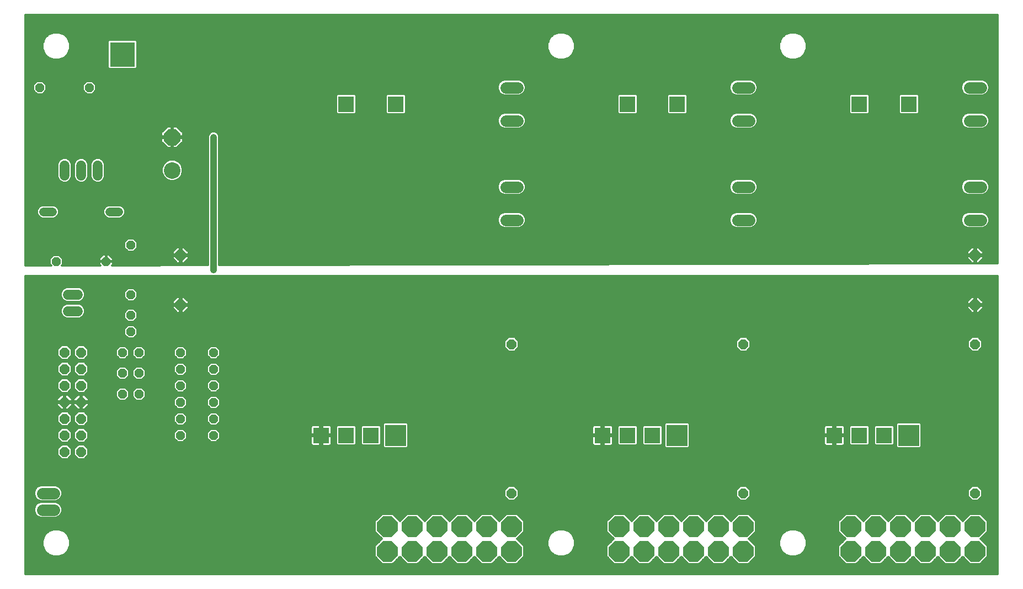
<source format=gbl>
G75*
%MOIN*%
%OFA0B0*%
%FSLAX25Y25*%
%IPPOS*%
%LPD*%
%AMOC8*
5,1,8,0,0,1.08239X$1,22.5*
%
%ADD10C,0.10000*%
%ADD11OC8,0.10000*%
%ADD12C,0.07050*%
%ADD13OC8,0.05200*%
%ADD14C,0.06000*%
%ADD15C,0.05200*%
%ADD16R,0.09449X0.09449*%
%ADD17R,0.12661X0.12661*%
%ADD18OC8,0.06600*%
%ADD19OC8,0.06000*%
%ADD20OC8,0.12500*%
%ADD21R,0.15000X0.15000*%
%ADD22C,0.15000*%
%ADD23C,0.07087*%
%ADD24C,0.01200*%
%ADD25C,0.01600*%
%ADD26C,0.03562*%
%ADD27C,0.04000*%
D10*
X0330000Y0510000D03*
D11*
X0330000Y0530000D03*
D12*
X0531475Y0540000D02*
X0538525Y0540000D01*
X0538525Y0560000D02*
X0531475Y0560000D01*
X0531475Y0500000D02*
X0538525Y0500000D01*
X0538525Y0480000D02*
X0531475Y0480000D01*
X0671475Y0480000D02*
X0678525Y0480000D01*
X0678525Y0500000D02*
X0671475Y0500000D01*
X0671475Y0540000D02*
X0678525Y0540000D01*
X0678525Y0560000D02*
X0671475Y0560000D01*
X0811475Y0560000D02*
X0818525Y0560000D01*
X0818525Y0540000D02*
X0811475Y0540000D01*
X0811475Y0500000D02*
X0818525Y0500000D01*
X0818525Y0480000D02*
X0811475Y0480000D01*
D13*
X0355000Y0400000D03*
X0355000Y0390000D03*
X0355000Y0380000D03*
X0355000Y0370000D03*
X0355000Y0360000D03*
X0355000Y0350000D03*
X0335000Y0350000D03*
X0335000Y0360000D03*
X0335000Y0370000D03*
X0335000Y0380000D03*
X0335000Y0390000D03*
X0335000Y0400000D03*
X0310000Y0400000D03*
X0300000Y0400000D03*
X0300000Y0387500D03*
X0310000Y0387500D03*
X0310000Y0375000D03*
X0300000Y0375000D03*
X0305000Y0412500D03*
X0305000Y0422500D03*
X0305000Y0435000D03*
X0290000Y0455000D03*
X0305000Y0465000D03*
X0260000Y0455000D03*
X0250000Y0560000D03*
X0280000Y0560000D03*
D14*
X0275000Y0513000D02*
X0275000Y0507000D01*
X0265000Y0507000D02*
X0265000Y0513000D01*
X0285000Y0513000D02*
X0285000Y0507000D01*
X0273000Y0435000D02*
X0267000Y0435000D01*
X0267000Y0425000D02*
X0273000Y0425000D01*
D15*
X0257600Y0485000D02*
X0252400Y0485000D01*
X0292400Y0485000D02*
X0297600Y0485000D01*
D16*
X0405000Y0550000D03*
X0435000Y0550000D03*
X0465000Y0550000D03*
X0575000Y0550000D03*
X0605000Y0550000D03*
X0635000Y0550000D03*
X0715000Y0550000D03*
X0745000Y0550000D03*
X0775000Y0550000D03*
X0760000Y0350000D03*
X0745000Y0350000D03*
X0730000Y0350000D03*
X0620000Y0350000D03*
X0605000Y0350000D03*
X0590000Y0350000D03*
X0450000Y0350000D03*
X0435000Y0350000D03*
X0420000Y0350000D03*
D17*
X0405000Y0350000D03*
X0465000Y0350000D03*
X0575000Y0350000D03*
X0635000Y0350000D03*
X0715000Y0350000D03*
X0775000Y0350000D03*
D18*
X0815000Y0428750D03*
X0815000Y0458750D03*
X0335000Y0458750D03*
X0335000Y0428750D03*
D19*
X0275000Y0400000D03*
X0275000Y0390000D03*
X0265000Y0390000D03*
X0265000Y0400000D03*
X0265000Y0380000D03*
X0265000Y0370000D03*
X0265000Y0360000D03*
X0265000Y0350000D03*
X0275000Y0350000D03*
X0275000Y0360000D03*
X0275000Y0370000D03*
X0275000Y0380000D03*
X0275000Y0340000D03*
X0265000Y0340000D03*
X0535000Y0315000D03*
X0535000Y0405000D03*
X0675000Y0405000D03*
X0675000Y0315000D03*
X0815000Y0315000D03*
X0815000Y0405000D03*
D20*
X0815000Y0295000D03*
X0815000Y0280000D03*
X0800000Y0280000D03*
X0800000Y0295000D03*
X0785000Y0295000D03*
X0785000Y0280000D03*
X0770000Y0280000D03*
X0770000Y0295000D03*
X0755000Y0295000D03*
X0755000Y0280000D03*
X0740000Y0280000D03*
X0740000Y0295000D03*
X0675000Y0295000D03*
X0675000Y0280000D03*
X0660000Y0280000D03*
X0660000Y0295000D03*
X0645000Y0295000D03*
X0645000Y0280000D03*
X0630000Y0280000D03*
X0630000Y0295000D03*
X0615000Y0295000D03*
X0615000Y0280000D03*
X0600000Y0280000D03*
X0600000Y0295000D03*
X0535000Y0295000D03*
X0535000Y0280000D03*
X0520000Y0280000D03*
X0520000Y0295000D03*
X0505000Y0295000D03*
X0505000Y0280000D03*
X0490000Y0280000D03*
X0490000Y0295000D03*
X0475000Y0295000D03*
X0475000Y0280000D03*
X0460000Y0280000D03*
X0460000Y0295000D03*
X0420000Y0295000D03*
X0420000Y0280000D03*
X0405000Y0280000D03*
X0405000Y0295000D03*
X0390000Y0295000D03*
X0390000Y0280000D03*
X0375000Y0280000D03*
X0375000Y0295000D03*
X0360000Y0295000D03*
X0360000Y0280000D03*
X0345000Y0280000D03*
X0345000Y0295000D03*
X0330000Y0295000D03*
X0330000Y0280000D03*
X0315000Y0280000D03*
X0315000Y0295000D03*
X0315000Y0310000D03*
X0330000Y0310000D03*
X0345000Y0310000D03*
X0360000Y0310000D03*
X0375000Y0310000D03*
X0390000Y0310000D03*
X0405000Y0310000D03*
X0420000Y0310000D03*
D21*
X0300000Y0580000D03*
D22*
X0331047Y0580000D03*
D23*
X0258543Y0315000D02*
X0251457Y0315000D01*
X0251457Y0305000D02*
X0258543Y0305000D01*
D24*
X0241250Y0266250D02*
X0828625Y0266250D01*
X0828750Y0266375D01*
X0828750Y0446250D01*
X0241250Y0446250D01*
X0241250Y0266250D01*
X0241250Y0266442D02*
X0828750Y0266442D01*
X0828750Y0267640D02*
X0241250Y0267640D01*
X0241250Y0268839D02*
X0828750Y0268839D01*
X0828750Y0270037D02*
X0241250Y0270037D01*
X0241250Y0271236D02*
X0828750Y0271236D01*
X0828750Y0272434D02*
X0818263Y0272434D01*
X0818172Y0272343D02*
X0822657Y0276828D01*
X0822657Y0283172D01*
X0818329Y0287500D01*
X0822657Y0291828D01*
X0822657Y0298172D01*
X0818172Y0302657D01*
X0811828Y0302657D01*
X0807500Y0298329D01*
X0803172Y0302657D01*
X0796828Y0302657D01*
X0792500Y0298329D01*
X0788172Y0302657D01*
X0781828Y0302657D01*
X0777500Y0298329D01*
X0773172Y0302657D01*
X0766828Y0302657D01*
X0762500Y0298329D01*
X0758172Y0302657D01*
X0751828Y0302657D01*
X0747500Y0298329D01*
X0743172Y0302657D01*
X0736828Y0302657D01*
X0732343Y0298172D01*
X0732343Y0291828D01*
X0736671Y0287500D01*
X0732343Y0283172D01*
X0732343Y0276828D01*
X0736828Y0272343D01*
X0743172Y0272343D01*
X0747500Y0276671D01*
X0751828Y0272343D01*
X0758172Y0272343D01*
X0762500Y0276671D01*
X0766828Y0272343D01*
X0773172Y0272343D01*
X0777500Y0276671D01*
X0781828Y0272343D01*
X0788172Y0272343D01*
X0792500Y0276671D01*
X0796828Y0272343D01*
X0803172Y0272343D01*
X0807500Y0276671D01*
X0811828Y0272343D01*
X0818172Y0272343D01*
X0819461Y0273633D02*
X0828750Y0273633D01*
X0828750Y0274831D02*
X0820660Y0274831D01*
X0821859Y0276030D02*
X0828750Y0276030D01*
X0828750Y0277228D02*
X0822657Y0277228D01*
X0822657Y0278427D02*
X0828750Y0278427D01*
X0828750Y0279625D02*
X0822657Y0279625D01*
X0822657Y0280824D02*
X0828750Y0280824D01*
X0828750Y0282022D02*
X0822657Y0282022D01*
X0822608Y0283221D02*
X0828750Y0283221D01*
X0828750Y0284419D02*
X0821409Y0284419D01*
X0820211Y0285618D02*
X0828750Y0285618D01*
X0828750Y0286816D02*
X0819012Y0286816D01*
X0818844Y0288015D02*
X0828750Y0288015D01*
X0828750Y0289213D02*
X0820042Y0289213D01*
X0821241Y0290412D02*
X0828750Y0290412D01*
X0828750Y0291610D02*
X0822439Y0291610D01*
X0822657Y0292809D02*
X0828750Y0292809D01*
X0828750Y0294007D02*
X0822657Y0294007D01*
X0822657Y0295206D02*
X0828750Y0295206D01*
X0828750Y0296404D02*
X0822657Y0296404D01*
X0822657Y0297603D02*
X0828750Y0297603D01*
X0828750Y0298801D02*
X0822027Y0298801D01*
X0820829Y0300000D02*
X0828750Y0300000D01*
X0828750Y0301199D02*
X0819630Y0301199D01*
X0818432Y0302397D02*
X0828750Y0302397D01*
X0828750Y0303596D02*
X0424697Y0303596D01*
X0423602Y0302500D02*
X0427850Y0306748D01*
X0427850Y0309400D01*
X0420600Y0309400D01*
X0420600Y0310600D01*
X0419400Y0310600D01*
X0419400Y0317850D01*
X0416748Y0317850D01*
X0412500Y0313602D01*
X0408252Y0317850D01*
X0405600Y0317850D01*
X0405600Y0310600D01*
X0404400Y0310600D01*
X0404400Y0317850D01*
X0401748Y0317850D01*
X0397500Y0313602D01*
X0393252Y0317850D01*
X0390600Y0317850D01*
X0390600Y0310600D01*
X0389400Y0310600D01*
X0389400Y0317850D01*
X0386748Y0317850D01*
X0382500Y0313602D01*
X0378252Y0317850D01*
X0375600Y0317850D01*
X0375600Y0310600D01*
X0374400Y0310600D01*
X0374400Y0317850D01*
X0371748Y0317850D01*
X0367500Y0313602D01*
X0363252Y0317850D01*
X0360600Y0317850D01*
X0360600Y0310600D01*
X0359400Y0310600D01*
X0359400Y0317850D01*
X0356748Y0317850D01*
X0352500Y0313602D01*
X0348252Y0317850D01*
X0345600Y0317850D01*
X0345600Y0310600D01*
X0344400Y0310600D01*
X0344400Y0317850D01*
X0341748Y0317850D01*
X0337500Y0313602D01*
X0333252Y0317850D01*
X0330600Y0317850D01*
X0330600Y0310600D01*
X0329400Y0310600D01*
X0329400Y0317850D01*
X0326748Y0317850D01*
X0322500Y0313602D01*
X0318252Y0317850D01*
X0315600Y0317850D01*
X0315600Y0310600D01*
X0314400Y0310600D01*
X0314400Y0317850D01*
X0311748Y0317850D01*
X0307150Y0313252D01*
X0307150Y0310600D01*
X0314400Y0310600D01*
X0314400Y0309400D01*
X0307150Y0309400D01*
X0307150Y0306748D01*
X0311398Y0302500D01*
X0307150Y0298252D01*
X0307150Y0295600D01*
X0314400Y0295600D01*
X0314400Y0302850D01*
X0314400Y0309400D01*
X0315600Y0309400D01*
X0315600Y0310600D01*
X0329400Y0310600D01*
X0329400Y0309400D01*
X0330600Y0309400D01*
X0330600Y0310600D01*
X0344400Y0310600D01*
X0344400Y0309400D01*
X0345600Y0309400D01*
X0345600Y0310600D01*
X0359400Y0310600D01*
X0359400Y0309400D01*
X0360600Y0309400D01*
X0360600Y0310600D01*
X0374400Y0310600D01*
X0374400Y0309400D01*
X0375600Y0309400D01*
X0375600Y0310600D01*
X0389400Y0310600D01*
X0389400Y0309400D01*
X0390600Y0309400D01*
X0390600Y0310600D01*
X0404400Y0310600D01*
X0404400Y0309400D01*
X0405600Y0309400D01*
X0405600Y0310600D01*
X0419400Y0310600D01*
X0419400Y0309400D01*
X0420600Y0309400D01*
X0420600Y0295600D01*
X0427850Y0295600D01*
X0427850Y0298252D01*
X0423602Y0302500D01*
X0423705Y0302397D02*
X0456568Y0302397D01*
X0456828Y0302657D02*
X0452343Y0298172D01*
X0452343Y0291828D01*
X0456671Y0287500D01*
X0452343Y0283172D01*
X0452343Y0276828D01*
X0456828Y0272343D01*
X0463172Y0272343D01*
X0467500Y0276671D01*
X0471828Y0272343D01*
X0478172Y0272343D01*
X0482500Y0276671D01*
X0486828Y0272343D01*
X0493172Y0272343D01*
X0497500Y0276671D01*
X0501828Y0272343D01*
X0508172Y0272343D01*
X0512500Y0276671D01*
X0516828Y0272343D01*
X0523172Y0272343D01*
X0527500Y0276671D01*
X0531828Y0272343D01*
X0538172Y0272343D01*
X0542657Y0276828D01*
X0542657Y0283172D01*
X0538329Y0287500D01*
X0542657Y0291828D01*
X0542657Y0298172D01*
X0538172Y0302657D01*
X0531828Y0302657D01*
X0527500Y0298329D01*
X0523172Y0302657D01*
X0516828Y0302657D01*
X0512500Y0298329D01*
X0508172Y0302657D01*
X0501828Y0302657D01*
X0497500Y0298329D01*
X0493172Y0302657D01*
X0486828Y0302657D01*
X0482500Y0298329D01*
X0478172Y0302657D01*
X0471828Y0302657D01*
X0467500Y0298329D01*
X0463172Y0302657D01*
X0456828Y0302657D01*
X0455370Y0301199D02*
X0424903Y0301199D01*
X0426102Y0300000D02*
X0454171Y0300000D01*
X0452973Y0298801D02*
X0427300Y0298801D01*
X0427850Y0297603D02*
X0452343Y0297603D01*
X0452343Y0296404D02*
X0427850Y0296404D01*
X0427850Y0294400D02*
X0420600Y0294400D01*
X0420600Y0295600D01*
X0419400Y0295600D01*
X0419400Y0302850D01*
X0419400Y0309400D01*
X0412150Y0309400D01*
X0405600Y0309400D01*
X0405600Y0295600D01*
X0419400Y0295600D01*
X0419400Y0294400D01*
X0412150Y0294400D01*
X0405600Y0294400D01*
X0405600Y0295600D01*
X0404400Y0295600D01*
X0404400Y0302850D01*
X0404400Y0309400D01*
X0397150Y0309400D01*
X0390600Y0309400D01*
X0390600Y0295600D01*
X0404400Y0295600D01*
X0404400Y0294400D01*
X0397150Y0294400D01*
X0390600Y0294400D01*
X0390600Y0295600D01*
X0389400Y0295600D01*
X0389400Y0302150D01*
X0389400Y0309400D01*
X0382150Y0309400D01*
X0375600Y0309400D01*
X0375600Y0295600D01*
X0389400Y0295600D01*
X0389400Y0294400D01*
X0382850Y0294400D01*
X0375600Y0294400D01*
X0375600Y0295600D01*
X0374400Y0295600D01*
X0374400Y0302850D01*
X0374400Y0309400D01*
X0367150Y0309400D01*
X0360600Y0309400D01*
X0360600Y0295600D01*
X0374400Y0295600D01*
X0374400Y0294400D01*
X0367150Y0294400D01*
X0360600Y0294400D01*
X0360600Y0295600D01*
X0359400Y0295600D01*
X0359400Y0302850D01*
X0359400Y0309400D01*
X0352150Y0309400D01*
X0345600Y0309400D01*
X0345600Y0295600D01*
X0359400Y0295600D01*
X0359400Y0294400D01*
X0352150Y0294400D01*
X0345600Y0294400D01*
X0345600Y0295600D01*
X0344400Y0295600D01*
X0344400Y0302850D01*
X0344400Y0309400D01*
X0337150Y0309400D01*
X0330600Y0309400D01*
X0330600Y0295600D01*
X0344400Y0295600D01*
X0344400Y0294400D01*
X0337150Y0294400D01*
X0330600Y0294400D01*
X0330600Y0295600D01*
X0329400Y0295600D01*
X0329400Y0302850D01*
X0329400Y0309400D01*
X0322150Y0309400D01*
X0315600Y0309400D01*
X0315600Y0295600D01*
X0329400Y0295600D01*
X0329400Y0294400D01*
X0322150Y0294400D01*
X0315600Y0294400D01*
X0315600Y0295600D01*
X0314400Y0295600D01*
X0314400Y0294400D01*
X0307150Y0294400D01*
X0307150Y0291748D01*
X0311398Y0287500D01*
X0307150Y0283252D01*
X0307150Y0280600D01*
X0314400Y0280600D01*
X0314400Y0287850D01*
X0314400Y0294400D01*
X0315600Y0294400D01*
X0315600Y0280600D01*
X0314400Y0280600D01*
X0314400Y0279400D01*
X0307150Y0279400D01*
X0307150Y0276748D01*
X0311748Y0272150D01*
X0314400Y0272150D01*
X0314400Y0279400D01*
X0315600Y0279400D01*
X0315600Y0280600D01*
X0329400Y0280600D01*
X0329400Y0287850D01*
X0329400Y0294400D01*
X0330600Y0294400D01*
X0330600Y0280600D01*
X0329400Y0280600D01*
X0329400Y0279400D01*
X0330600Y0279400D01*
X0330600Y0280600D01*
X0344400Y0280600D01*
X0344400Y0287850D01*
X0344400Y0294400D01*
X0345600Y0294400D01*
X0345600Y0280600D01*
X0344400Y0280600D01*
X0344400Y0279400D01*
X0345600Y0279400D01*
X0345600Y0280600D01*
X0359400Y0280600D01*
X0359400Y0287850D01*
X0359400Y0294400D01*
X0360600Y0294400D01*
X0360600Y0280600D01*
X0359400Y0280600D01*
X0359400Y0279400D01*
X0360600Y0279400D01*
X0360600Y0280600D01*
X0374400Y0280600D01*
X0374400Y0287150D01*
X0374400Y0294400D01*
X0375600Y0294400D01*
X0375600Y0280600D01*
X0374400Y0280600D01*
X0374400Y0279400D01*
X0375600Y0279400D01*
X0375600Y0280600D01*
X0389400Y0280600D01*
X0389400Y0287850D01*
X0389400Y0294400D01*
X0390600Y0294400D01*
X0390600Y0280600D01*
X0389400Y0280600D01*
X0389400Y0279400D01*
X0390600Y0279400D01*
X0390600Y0280600D01*
X0404400Y0280600D01*
X0404400Y0287850D01*
X0404400Y0294400D01*
X0405600Y0294400D01*
X0405600Y0280600D01*
X0404400Y0280600D01*
X0404400Y0279400D01*
X0405600Y0279400D01*
X0405600Y0280600D01*
X0419400Y0280600D01*
X0419400Y0287850D01*
X0419400Y0294400D01*
X0420600Y0294400D01*
X0420600Y0280600D01*
X0427850Y0280600D01*
X0427850Y0283252D01*
X0423602Y0287500D01*
X0427850Y0291748D01*
X0427850Y0294400D01*
X0427850Y0294007D02*
X0452343Y0294007D01*
X0452343Y0292809D02*
X0427850Y0292809D01*
X0427712Y0291610D02*
X0452561Y0291610D01*
X0453759Y0290412D02*
X0426513Y0290412D01*
X0425315Y0289213D02*
X0454958Y0289213D01*
X0456156Y0288015D02*
X0424116Y0288015D01*
X0424285Y0286816D02*
X0455988Y0286816D01*
X0454789Y0285618D02*
X0425484Y0285618D01*
X0426682Y0284419D02*
X0453591Y0284419D01*
X0452392Y0283221D02*
X0427850Y0283221D01*
X0427850Y0282022D02*
X0452343Y0282022D01*
X0452343Y0280824D02*
X0427850Y0280824D01*
X0427850Y0279400D02*
X0420600Y0279400D01*
X0420600Y0280600D01*
X0419400Y0280600D01*
X0419400Y0279400D01*
X0420600Y0279400D01*
X0420600Y0272150D01*
X0423252Y0272150D01*
X0427850Y0276748D01*
X0427850Y0279400D01*
X0427850Y0278427D02*
X0452343Y0278427D01*
X0452343Y0279625D02*
X0420600Y0279625D01*
X0420600Y0278427D02*
X0419400Y0278427D01*
X0419400Y0279400D02*
X0419400Y0272150D01*
X0416748Y0272150D01*
X0412500Y0276398D01*
X0408252Y0272150D01*
X0405600Y0272150D01*
X0405600Y0279400D01*
X0412150Y0279400D01*
X0419400Y0279400D01*
X0419400Y0279625D02*
X0405600Y0279625D01*
X0405600Y0278427D02*
X0404400Y0278427D01*
X0404400Y0279400D02*
X0404400Y0272150D01*
X0401748Y0272150D01*
X0397500Y0276398D01*
X0393252Y0272150D01*
X0390600Y0272150D01*
X0390600Y0279400D01*
X0397150Y0279400D01*
X0404400Y0279400D01*
X0404400Y0279625D02*
X0390600Y0279625D01*
X0390600Y0278427D02*
X0389400Y0278427D01*
X0389400Y0279400D02*
X0389400Y0272150D01*
X0386748Y0272150D01*
X0382500Y0276398D01*
X0378252Y0272150D01*
X0375600Y0272150D01*
X0375600Y0279400D01*
X0382150Y0279400D01*
X0389400Y0279400D01*
X0389400Y0279625D02*
X0375600Y0279625D01*
X0375600Y0278427D02*
X0374400Y0278427D01*
X0374400Y0279400D02*
X0374400Y0272150D01*
X0371748Y0272150D01*
X0367500Y0276398D01*
X0363252Y0272150D01*
X0360600Y0272150D01*
X0360600Y0279400D01*
X0367850Y0279400D01*
X0374400Y0279400D01*
X0374400Y0279625D02*
X0360600Y0279625D01*
X0360600Y0278427D02*
X0359400Y0278427D01*
X0359400Y0279400D02*
X0359400Y0272150D01*
X0356748Y0272150D01*
X0352500Y0276398D01*
X0348252Y0272150D01*
X0345600Y0272150D01*
X0345600Y0279400D01*
X0352150Y0279400D01*
X0359400Y0279400D01*
X0359400Y0279625D02*
X0345600Y0279625D01*
X0345600Y0278427D02*
X0344400Y0278427D01*
X0344400Y0279400D02*
X0344400Y0272150D01*
X0341748Y0272150D01*
X0337500Y0276398D01*
X0333252Y0272150D01*
X0330600Y0272150D01*
X0330600Y0279400D01*
X0337150Y0279400D01*
X0344400Y0279400D01*
X0344400Y0279625D02*
X0330600Y0279625D01*
X0330600Y0278427D02*
X0329400Y0278427D01*
X0329400Y0279400D02*
X0329400Y0272150D01*
X0326748Y0272150D01*
X0322500Y0276398D01*
X0318252Y0272150D01*
X0315600Y0272150D01*
X0315600Y0279400D01*
X0322150Y0279400D01*
X0329400Y0279400D01*
X0329400Y0279625D02*
X0315600Y0279625D01*
X0315600Y0278427D02*
X0314400Y0278427D01*
X0314400Y0279625D02*
X0266363Y0279625D01*
X0267036Y0280298D02*
X0264702Y0277964D01*
X0264702Y0277964D01*
X0261651Y0276700D01*
X0261651Y0276700D01*
X0260414Y0276700D01*
X0258349Y0276700D01*
X0255298Y0277964D01*
X0255298Y0277964D01*
X0252964Y0280298D01*
X0252964Y0280298D01*
X0251700Y0283349D01*
X0251700Y0286651D01*
X0252964Y0289702D01*
X0252964Y0289702D01*
X0255298Y0292036D01*
X0255298Y0292036D01*
X0258349Y0293300D01*
X0261651Y0293300D01*
X0264702Y0292036D01*
X0264702Y0292036D01*
X0267036Y0289702D01*
X0267036Y0289702D01*
X0268300Y0286651D01*
X0268300Y0283349D01*
X0267036Y0280298D01*
X0267036Y0280298D01*
X0267254Y0280824D02*
X0307150Y0280824D01*
X0307150Y0282022D02*
X0267750Y0282022D01*
X0268247Y0283221D02*
X0307150Y0283221D01*
X0308318Y0284419D02*
X0268300Y0284419D01*
X0268300Y0285618D02*
X0309516Y0285618D01*
X0310715Y0286816D02*
X0268231Y0286816D01*
X0267735Y0288015D02*
X0310884Y0288015D01*
X0309685Y0289213D02*
X0267239Y0289213D01*
X0266326Y0290412D02*
X0308487Y0290412D01*
X0307288Y0291610D02*
X0265128Y0291610D01*
X0262836Y0292809D02*
X0307150Y0292809D01*
X0307150Y0294007D02*
X0241250Y0294007D01*
X0241250Y0292809D02*
X0257164Y0292809D01*
X0254872Y0291610D02*
X0241250Y0291610D01*
X0241250Y0290412D02*
X0253674Y0290412D01*
X0252761Y0289213D02*
X0241250Y0289213D01*
X0241250Y0288015D02*
X0252265Y0288015D01*
X0251769Y0286816D02*
X0241250Y0286816D01*
X0241250Y0285618D02*
X0251700Y0285618D01*
X0251700Y0284419D02*
X0241250Y0284419D01*
X0241250Y0283221D02*
X0251753Y0283221D01*
X0252250Y0282022D02*
X0241250Y0282022D01*
X0241250Y0280824D02*
X0252746Y0280824D01*
X0253637Y0279625D02*
X0241250Y0279625D01*
X0241250Y0278427D02*
X0254835Y0278427D01*
X0257074Y0277228D02*
X0241250Y0277228D01*
X0241250Y0276030D02*
X0307869Y0276030D01*
X0307150Y0277228D02*
X0262926Y0277228D01*
X0265165Y0278427D02*
X0307150Y0278427D01*
X0305000Y0278427D02*
X0430000Y0278427D01*
X0430000Y0279625D02*
X0305000Y0279625D01*
X0305000Y0280824D02*
X0430000Y0280824D01*
X0430000Y0282022D02*
X0305000Y0282022D01*
X0305000Y0283221D02*
X0430000Y0283221D01*
X0430000Y0284419D02*
X0305000Y0284419D01*
X0305000Y0285618D02*
X0430000Y0285618D01*
X0430000Y0286816D02*
X0305000Y0286816D01*
X0305000Y0288015D02*
X0430000Y0288015D01*
X0430000Y0289213D02*
X0305000Y0289213D01*
X0305000Y0290412D02*
X0430000Y0290412D01*
X0430000Y0291610D02*
X0305000Y0291610D01*
X0305000Y0292809D02*
X0430000Y0292809D01*
X0430000Y0294007D02*
X0305000Y0294007D01*
X0305000Y0295206D02*
X0430000Y0295206D01*
X0430000Y0296404D02*
X0305000Y0296404D01*
X0305000Y0297603D02*
X0430000Y0297603D01*
X0430000Y0298801D02*
X0305000Y0298801D01*
X0305000Y0300000D02*
X0430000Y0300000D01*
X0430000Y0301199D02*
X0305000Y0301199D01*
X0305000Y0302397D02*
X0430000Y0302397D01*
X0430000Y0303596D02*
X0305000Y0303596D01*
X0305000Y0304794D02*
X0430000Y0304794D01*
X0430000Y0305993D02*
X0305000Y0305993D01*
X0305000Y0307191D02*
X0430000Y0307191D01*
X0430000Y0308390D02*
X0305000Y0308390D01*
X0305000Y0309588D02*
X0430000Y0309588D01*
X0430000Y0310787D02*
X0305000Y0310787D01*
X0305000Y0311985D02*
X0430000Y0311985D01*
X0430000Y0313184D02*
X0305000Y0313184D01*
X0305000Y0314382D02*
X0430000Y0314382D01*
X0430000Y0315581D02*
X0305000Y0315581D01*
X0305000Y0316779D02*
X0430000Y0316779D01*
X0430000Y0317978D02*
X0305000Y0317978D01*
X0305000Y0319176D02*
X0430000Y0319176D01*
X0430000Y0320000D02*
X0430000Y0270000D01*
X0305000Y0270000D01*
X0305000Y0320000D01*
X0430000Y0320000D01*
X0425521Y0315581D02*
X0530593Y0315581D01*
X0530593Y0316779D02*
X0424322Y0316779D01*
X0423252Y0317850D02*
X0420600Y0317850D01*
X0420600Y0310600D01*
X0427850Y0310600D01*
X0427850Y0313252D01*
X0423252Y0317850D01*
X0420600Y0316779D02*
X0419400Y0316779D01*
X0419400Y0315581D02*
X0420600Y0315581D01*
X0420600Y0314382D02*
X0419400Y0314382D01*
X0419400Y0313184D02*
X0420600Y0313184D01*
X0420600Y0311985D02*
X0419400Y0311985D01*
X0419400Y0310787D02*
X0420600Y0310787D01*
X0420600Y0309588D02*
X0828750Y0309588D01*
X0828750Y0308390D02*
X0427850Y0308390D01*
X0427850Y0307191D02*
X0828750Y0307191D01*
X0828750Y0305993D02*
X0427094Y0305993D01*
X0425896Y0304794D02*
X0828750Y0304794D01*
X0828750Y0310787D02*
X0817019Y0310787D01*
X0816825Y0310593D02*
X0819407Y0313175D01*
X0819407Y0316825D01*
X0816825Y0319407D01*
X0813175Y0319407D01*
X0810593Y0316825D01*
X0810593Y0313175D01*
X0813175Y0310593D01*
X0816825Y0310593D01*
X0818218Y0311985D02*
X0828750Y0311985D01*
X0828750Y0313184D02*
X0819407Y0313184D01*
X0819407Y0314382D02*
X0828750Y0314382D01*
X0828750Y0315581D02*
X0819407Y0315581D01*
X0819407Y0316779D02*
X0828750Y0316779D01*
X0828750Y0317978D02*
X0818255Y0317978D01*
X0817056Y0319176D02*
X0828750Y0319176D01*
X0828750Y0320375D02*
X0241250Y0320375D01*
X0241250Y0321573D02*
X0828750Y0321573D01*
X0828750Y0322772D02*
X0241250Y0322772D01*
X0241250Y0323970D02*
X0828750Y0323970D01*
X0828750Y0325169D02*
X0241250Y0325169D01*
X0241250Y0326367D02*
X0828750Y0326367D01*
X0828750Y0327566D02*
X0241250Y0327566D01*
X0241250Y0328764D02*
X0828750Y0328764D01*
X0828750Y0329963D02*
X0241250Y0329963D01*
X0241250Y0331161D02*
X0828750Y0331161D01*
X0828750Y0332360D02*
X0241250Y0332360D01*
X0241250Y0333558D02*
X0828750Y0333558D01*
X0828750Y0334757D02*
X0241250Y0334757D01*
X0241250Y0335955D02*
X0262812Y0335955D01*
X0263175Y0335593D02*
X0266825Y0335593D01*
X0269407Y0338175D01*
X0269407Y0341825D01*
X0266825Y0344407D01*
X0263175Y0344407D01*
X0260593Y0341825D01*
X0260593Y0338175D01*
X0263175Y0335593D01*
X0261614Y0337154D02*
X0241250Y0337154D01*
X0241250Y0338352D02*
X0260593Y0338352D01*
X0260593Y0339551D02*
X0241250Y0339551D01*
X0241250Y0340749D02*
X0260593Y0340749D01*
X0260715Y0341948D02*
X0241250Y0341948D01*
X0241250Y0343146D02*
X0261914Y0343146D01*
X0263112Y0344345D02*
X0241250Y0344345D01*
X0241250Y0345543D02*
X0397069Y0345543D01*
X0397069Y0344345D02*
X0276888Y0344345D01*
X0276825Y0344407D02*
X0273175Y0344407D01*
X0270593Y0341825D01*
X0270593Y0338175D01*
X0273175Y0335593D01*
X0276825Y0335593D01*
X0279407Y0338175D01*
X0279407Y0341825D01*
X0276825Y0344407D01*
X0276825Y0345593D02*
X0279407Y0348175D01*
X0279407Y0351825D01*
X0276825Y0354407D01*
X0273175Y0354407D01*
X0270593Y0351825D01*
X0270593Y0348175D01*
X0273175Y0345593D01*
X0276825Y0345593D01*
X0277974Y0346742D02*
X0332591Y0346742D01*
X0333340Y0345993D02*
X0336660Y0345993D01*
X0339007Y0348340D01*
X0339007Y0351660D01*
X0336660Y0354007D01*
X0333340Y0354007D01*
X0330993Y0351660D01*
X0330993Y0348340D01*
X0333340Y0345993D01*
X0331393Y0347940D02*
X0279173Y0347940D01*
X0279407Y0349139D02*
X0330993Y0349139D01*
X0330993Y0350337D02*
X0279407Y0350337D01*
X0279407Y0351536D02*
X0330993Y0351536D01*
X0332068Y0352734D02*
X0278498Y0352734D01*
X0277300Y0353933D02*
X0333266Y0353933D01*
X0333340Y0355993D02*
X0336660Y0355993D01*
X0339007Y0358340D01*
X0339007Y0361660D01*
X0336660Y0364007D01*
X0333340Y0364007D01*
X0330993Y0361660D01*
X0330993Y0358340D01*
X0333340Y0355993D01*
X0333003Y0356330D02*
X0277563Y0356330D01*
X0276825Y0355593D02*
X0279407Y0358175D01*
X0279407Y0361825D01*
X0276825Y0364407D01*
X0273175Y0364407D01*
X0270593Y0361825D01*
X0270593Y0358175D01*
X0273175Y0355593D01*
X0276825Y0355593D01*
X0278761Y0357529D02*
X0331805Y0357529D01*
X0330993Y0358727D02*
X0279407Y0358727D01*
X0279407Y0359926D02*
X0330993Y0359926D01*
X0330993Y0361124D02*
X0279407Y0361124D01*
X0278910Y0362323D02*
X0331656Y0362323D01*
X0332854Y0363521D02*
X0277711Y0363521D01*
X0276905Y0365400D02*
X0279600Y0368095D01*
X0279600Y0369600D01*
X0275400Y0369600D01*
X0275400Y0370400D01*
X0274600Y0370400D01*
X0274600Y0374600D01*
X0273095Y0374600D01*
X0270400Y0371905D01*
X0270400Y0370400D01*
X0274600Y0370400D01*
X0274600Y0369600D01*
X0270400Y0369600D01*
X0270400Y0368095D01*
X0273095Y0365400D01*
X0274600Y0365400D01*
X0274600Y0369600D01*
X0275400Y0369600D01*
X0275400Y0365400D01*
X0276905Y0365400D01*
X0277423Y0365918D02*
X0828750Y0365918D01*
X0828750Y0364720D02*
X0241250Y0364720D01*
X0241250Y0365918D02*
X0262576Y0365918D01*
X0263095Y0365400D02*
X0260400Y0368095D01*
X0260400Y0369600D01*
X0264600Y0369600D01*
X0264600Y0370400D01*
X0264600Y0374600D01*
X0263095Y0374600D01*
X0260400Y0371905D01*
X0260400Y0370400D01*
X0264600Y0370400D01*
X0265400Y0370400D01*
X0265400Y0374600D01*
X0266905Y0374600D01*
X0269600Y0371905D01*
X0269600Y0370400D01*
X0265400Y0370400D01*
X0265400Y0369600D01*
X0269600Y0369600D01*
X0269600Y0368095D01*
X0266905Y0365400D01*
X0265400Y0365400D01*
X0265400Y0369600D01*
X0264600Y0369600D01*
X0264600Y0365400D01*
X0263095Y0365400D01*
X0263175Y0364407D02*
X0260593Y0361825D01*
X0260593Y0358175D01*
X0263175Y0355593D01*
X0266825Y0355593D01*
X0269407Y0358175D01*
X0269407Y0361825D01*
X0266825Y0364407D01*
X0263175Y0364407D01*
X0262289Y0363521D02*
X0241250Y0363521D01*
X0241250Y0362323D02*
X0261090Y0362323D01*
X0260593Y0361124D02*
X0241250Y0361124D01*
X0241250Y0359926D02*
X0260593Y0359926D01*
X0260593Y0358727D02*
X0241250Y0358727D01*
X0241250Y0357529D02*
X0261239Y0357529D01*
X0262437Y0356330D02*
X0241250Y0356330D01*
X0241250Y0355132D02*
X0397069Y0355132D01*
X0397069Y0356330D02*
X0356997Y0356330D01*
X0356660Y0355993D02*
X0359007Y0358340D01*
X0359007Y0361660D01*
X0356660Y0364007D01*
X0353340Y0364007D01*
X0350993Y0361660D01*
X0350993Y0358340D01*
X0353340Y0355993D01*
X0356660Y0355993D01*
X0356660Y0354007D02*
X0353340Y0354007D01*
X0350993Y0351660D01*
X0350993Y0348340D01*
X0353340Y0345993D01*
X0356660Y0345993D01*
X0359007Y0348340D01*
X0359007Y0351660D01*
X0356660Y0354007D01*
X0356734Y0353933D02*
X0397069Y0353933D01*
X0397069Y0352734D02*
X0357932Y0352734D01*
X0359007Y0351536D02*
X0397069Y0351536D01*
X0397069Y0350600D02*
X0404400Y0350600D01*
X0404400Y0357931D01*
X0398459Y0357931D01*
X0398052Y0357822D01*
X0397687Y0357611D01*
X0397389Y0357313D01*
X0397178Y0356948D01*
X0397069Y0356541D01*
X0397069Y0350600D01*
X0397069Y0349400D02*
X0397069Y0343459D01*
X0397178Y0343052D01*
X0397389Y0342687D01*
X0397687Y0342389D01*
X0398052Y0342178D01*
X0398459Y0342069D01*
X0404400Y0342069D01*
X0404400Y0349400D01*
X0405600Y0349400D01*
X0405600Y0350600D01*
X0404400Y0350600D01*
X0404400Y0349400D01*
X0397069Y0349400D01*
X0397069Y0349139D02*
X0359007Y0349139D01*
X0359007Y0350337D02*
X0404400Y0350337D01*
X0404400Y0349139D02*
X0405600Y0349139D01*
X0405600Y0349400D02*
X0405600Y0342069D01*
X0411541Y0342069D01*
X0411948Y0342178D01*
X0412313Y0342389D01*
X0412611Y0342687D01*
X0412822Y0343052D01*
X0412931Y0343459D01*
X0412931Y0349400D01*
X0405600Y0349400D01*
X0405600Y0350337D02*
X0419400Y0350337D01*
X0419400Y0350600D02*
X0419400Y0349400D01*
X0420600Y0349400D01*
X0420600Y0350600D01*
X0419400Y0350600D01*
X0419400Y0356324D01*
X0415065Y0356324D01*
X0414658Y0356215D01*
X0414293Y0356005D01*
X0413995Y0355707D01*
X0413785Y0355342D01*
X0413676Y0354935D01*
X0413676Y0350600D01*
X0419400Y0350600D01*
X0419400Y0351536D02*
X0420600Y0351536D01*
X0420600Y0350600D02*
X0420600Y0356324D01*
X0424935Y0356324D01*
X0425342Y0356215D01*
X0425707Y0356005D01*
X0426005Y0355707D01*
X0426215Y0355342D01*
X0426324Y0354935D01*
X0426324Y0350600D01*
X0420600Y0350600D01*
X0420600Y0350337D02*
X0428869Y0350337D01*
X0428869Y0349139D02*
X0426324Y0349139D01*
X0426324Y0349400D02*
X0426324Y0345065D01*
X0426215Y0344658D01*
X0426005Y0344293D01*
X0425707Y0343995D01*
X0425342Y0343785D01*
X0424935Y0343676D01*
X0420600Y0343676D01*
X0420600Y0349400D01*
X0426324Y0349400D01*
X0426324Y0347940D02*
X0428869Y0347940D01*
X0428869Y0346742D02*
X0426324Y0346742D01*
X0426324Y0345543D02*
X0428869Y0345543D01*
X0428869Y0344693D02*
X0429693Y0343869D01*
X0440307Y0343869D01*
X0441131Y0344693D01*
X0441131Y0355307D01*
X0440307Y0356131D01*
X0429693Y0356131D01*
X0428869Y0355307D01*
X0428869Y0344693D01*
X0429216Y0344345D02*
X0426035Y0344345D01*
X0420600Y0344345D02*
X0419400Y0344345D01*
X0419400Y0343676D02*
X0419400Y0349400D01*
X0413676Y0349400D01*
X0413676Y0345065D01*
X0413785Y0344658D01*
X0413995Y0344293D01*
X0414293Y0343995D01*
X0414658Y0343785D01*
X0415065Y0343676D01*
X0419400Y0343676D01*
X0419400Y0345543D02*
X0420600Y0345543D01*
X0420600Y0346742D02*
X0419400Y0346742D01*
X0419400Y0347940D02*
X0420600Y0347940D01*
X0420600Y0349139D02*
X0419400Y0349139D01*
X0419400Y0352734D02*
X0420600Y0352734D01*
X0420600Y0353933D02*
X0419400Y0353933D01*
X0419400Y0355132D02*
X0420600Y0355132D01*
X0426272Y0355132D02*
X0428869Y0355132D01*
X0428869Y0353933D02*
X0426324Y0353933D01*
X0426324Y0352734D02*
X0428869Y0352734D01*
X0428869Y0351536D02*
X0426324Y0351536D01*
X0413750Y0351536D02*
X0395000Y0351536D01*
X0395000Y0352734D02*
X0413750Y0352734D01*
X0413676Y0352734D02*
X0412931Y0352734D01*
X0412931Y0351536D02*
X0413676Y0351536D01*
X0412931Y0350600D02*
X0412931Y0356541D01*
X0412822Y0356948D01*
X0412611Y0357313D01*
X0412313Y0357611D01*
X0411948Y0357822D01*
X0411541Y0357931D01*
X0405600Y0357931D01*
X0405600Y0350600D01*
X0412931Y0350600D01*
X0413750Y0350337D02*
X0395000Y0350337D01*
X0395000Y0349139D02*
X0413750Y0349139D01*
X0413676Y0349139D02*
X0412931Y0349139D01*
X0412931Y0347940D02*
X0413676Y0347940D01*
X0413750Y0347940D02*
X0395000Y0347940D01*
X0395000Y0346742D02*
X0413750Y0346742D01*
X0413676Y0346742D02*
X0412931Y0346742D01*
X0412931Y0345543D02*
X0413676Y0345543D01*
X0413750Y0345543D02*
X0395000Y0345543D01*
X0395000Y0344345D02*
X0413750Y0344345D01*
X0413965Y0344345D02*
X0412931Y0344345D01*
X0412847Y0343146D02*
X0457262Y0343146D01*
X0457262Y0343086D02*
X0458086Y0342262D01*
X0471914Y0342262D01*
X0472738Y0343086D01*
X0472738Y0356914D01*
X0471914Y0357738D01*
X0458086Y0357738D01*
X0457262Y0356914D01*
X0457262Y0343086D01*
X0457262Y0344345D02*
X0455784Y0344345D01*
X0456131Y0344693D02*
X0456131Y0355307D01*
X0455307Y0356131D01*
X0444693Y0356131D01*
X0443869Y0355307D01*
X0443869Y0344693D01*
X0444693Y0343869D01*
X0455307Y0343869D01*
X0456131Y0344693D01*
X0456131Y0345543D02*
X0457262Y0345543D01*
X0457262Y0346742D02*
X0456131Y0346742D01*
X0456131Y0347940D02*
X0457262Y0347940D01*
X0457262Y0349139D02*
X0456131Y0349139D01*
X0456131Y0350337D02*
X0457262Y0350337D01*
X0457262Y0351536D02*
X0456131Y0351536D01*
X0456131Y0352734D02*
X0457262Y0352734D01*
X0457262Y0353933D02*
X0456131Y0353933D01*
X0456131Y0355132D02*
X0457262Y0355132D01*
X0457262Y0356330D02*
X0412931Y0356330D01*
X0413750Y0356330D02*
X0395000Y0356330D01*
X0395000Y0355132D02*
X0413750Y0355132D01*
X0413728Y0355132D02*
X0412931Y0355132D01*
X0412931Y0353933D02*
X0413676Y0353933D01*
X0413750Y0353933D02*
X0395000Y0353933D01*
X0395000Y0357529D02*
X0413750Y0357529D01*
X0413750Y0358727D02*
X0395000Y0358727D01*
X0395000Y0359926D02*
X0413750Y0359926D01*
X0413750Y0360000D02*
X0413750Y0340000D01*
X0395000Y0340000D01*
X0395000Y0360000D01*
X0413750Y0360000D01*
X0412396Y0357529D02*
X0457877Y0357529D01*
X0443869Y0355132D02*
X0441131Y0355132D01*
X0441131Y0353933D02*
X0443869Y0353933D01*
X0443869Y0352734D02*
X0441131Y0352734D01*
X0441131Y0351536D02*
X0443869Y0351536D01*
X0443869Y0350337D02*
X0441131Y0350337D01*
X0441131Y0349139D02*
X0443869Y0349139D01*
X0443869Y0347940D02*
X0441131Y0347940D01*
X0441131Y0346742D02*
X0443869Y0346742D01*
X0443869Y0345543D02*
X0441131Y0345543D01*
X0440784Y0344345D02*
X0444216Y0344345D01*
X0472738Y0344345D02*
X0567069Y0344345D01*
X0567069Y0343459D02*
X0567178Y0343052D01*
X0567389Y0342687D01*
X0567687Y0342389D01*
X0568052Y0342178D01*
X0568459Y0342069D01*
X0574400Y0342069D01*
X0574400Y0349400D01*
X0575600Y0349400D01*
X0575600Y0350600D01*
X0574400Y0350600D01*
X0574400Y0357931D01*
X0568459Y0357931D01*
X0568052Y0357822D01*
X0567687Y0357611D01*
X0567389Y0357313D01*
X0567178Y0356948D01*
X0567069Y0356541D01*
X0567069Y0350600D01*
X0574400Y0350600D01*
X0574400Y0349400D01*
X0567069Y0349400D01*
X0567069Y0343459D01*
X0567153Y0343146D02*
X0472738Y0343146D01*
X0472738Y0345543D02*
X0567069Y0345543D01*
X0567069Y0346742D02*
X0472738Y0346742D01*
X0472738Y0347940D02*
X0567069Y0347940D01*
X0567069Y0349139D02*
X0472738Y0349139D01*
X0472738Y0350337D02*
X0574400Y0350337D01*
X0574400Y0349139D02*
X0575600Y0349139D01*
X0575600Y0349400D02*
X0575600Y0342069D01*
X0581541Y0342069D01*
X0581948Y0342178D01*
X0582313Y0342389D01*
X0582611Y0342687D01*
X0582822Y0343052D01*
X0582931Y0343459D01*
X0582931Y0349400D01*
X0575600Y0349400D01*
X0575600Y0350337D02*
X0589400Y0350337D01*
X0589400Y0350600D02*
X0589400Y0349400D01*
X0590600Y0349400D01*
X0590600Y0350600D01*
X0589400Y0350600D01*
X0589400Y0356324D01*
X0585065Y0356324D01*
X0584658Y0356215D01*
X0584293Y0356005D01*
X0583995Y0355707D01*
X0583785Y0355342D01*
X0583676Y0354935D01*
X0583676Y0350600D01*
X0589400Y0350600D01*
X0589400Y0351536D02*
X0590600Y0351536D01*
X0590600Y0350600D02*
X0590600Y0356324D01*
X0594935Y0356324D01*
X0595342Y0356215D01*
X0595707Y0356005D01*
X0596005Y0355707D01*
X0596215Y0355342D01*
X0596324Y0354935D01*
X0596324Y0350600D01*
X0590600Y0350600D01*
X0590600Y0350337D02*
X0598869Y0350337D01*
X0598869Y0349139D02*
X0596324Y0349139D01*
X0596324Y0349400D02*
X0596324Y0345065D01*
X0596215Y0344658D01*
X0596005Y0344293D01*
X0595707Y0343995D01*
X0595342Y0343785D01*
X0594935Y0343676D01*
X0590600Y0343676D01*
X0590600Y0349400D01*
X0596324Y0349400D01*
X0596324Y0347940D02*
X0598869Y0347940D01*
X0598869Y0346742D02*
X0596324Y0346742D01*
X0596324Y0345543D02*
X0598869Y0345543D01*
X0598869Y0344693D02*
X0599693Y0343869D01*
X0610307Y0343869D01*
X0611131Y0344693D01*
X0611131Y0355307D01*
X0610307Y0356131D01*
X0599693Y0356131D01*
X0598869Y0355307D01*
X0598869Y0344693D01*
X0599216Y0344345D02*
X0596035Y0344345D01*
X0590600Y0344345D02*
X0589400Y0344345D01*
X0589400Y0343676D02*
X0589400Y0349400D01*
X0583676Y0349400D01*
X0583676Y0345065D01*
X0583785Y0344658D01*
X0583995Y0344293D01*
X0584293Y0343995D01*
X0584658Y0343785D01*
X0585065Y0343676D01*
X0589400Y0343676D01*
X0589400Y0345543D02*
X0590600Y0345543D01*
X0590600Y0346742D02*
X0589400Y0346742D01*
X0589400Y0347940D02*
X0590600Y0347940D01*
X0590600Y0349139D02*
X0589400Y0349139D01*
X0589400Y0352734D02*
X0590600Y0352734D01*
X0590600Y0353933D02*
X0589400Y0353933D01*
X0589400Y0355132D02*
X0590600Y0355132D01*
X0596272Y0355132D02*
X0598869Y0355132D01*
X0598869Y0353933D02*
X0596324Y0353933D01*
X0596324Y0352734D02*
X0598869Y0352734D01*
X0598869Y0351536D02*
X0596324Y0351536D01*
X0583750Y0351536D02*
X0565000Y0351536D01*
X0565000Y0352734D02*
X0583750Y0352734D01*
X0583676Y0352734D02*
X0582931Y0352734D01*
X0582931Y0351536D02*
X0583676Y0351536D01*
X0582931Y0350600D02*
X0582931Y0356541D01*
X0582822Y0356948D01*
X0582611Y0357313D01*
X0582313Y0357611D01*
X0581948Y0357822D01*
X0581541Y0357931D01*
X0575600Y0357931D01*
X0575600Y0350600D01*
X0582931Y0350600D01*
X0583750Y0350337D02*
X0565000Y0350337D01*
X0565000Y0349139D02*
X0583750Y0349139D01*
X0583676Y0349139D02*
X0582931Y0349139D01*
X0582931Y0347940D02*
X0583676Y0347940D01*
X0583750Y0347940D02*
X0565000Y0347940D01*
X0565000Y0346742D02*
X0583750Y0346742D01*
X0583676Y0346742D02*
X0582931Y0346742D01*
X0582931Y0345543D02*
X0583676Y0345543D01*
X0583750Y0345543D02*
X0565000Y0345543D01*
X0565000Y0344345D02*
X0583750Y0344345D01*
X0583965Y0344345D02*
X0582931Y0344345D01*
X0582847Y0343146D02*
X0627262Y0343146D01*
X0627262Y0343086D02*
X0628086Y0342262D01*
X0641914Y0342262D01*
X0642738Y0343086D01*
X0642738Y0356914D01*
X0641914Y0357738D01*
X0628086Y0357738D01*
X0627262Y0356914D01*
X0627262Y0343086D01*
X0627262Y0344345D02*
X0625784Y0344345D01*
X0626131Y0344693D02*
X0626131Y0355307D01*
X0625307Y0356131D01*
X0614693Y0356131D01*
X0613869Y0355307D01*
X0613869Y0344693D01*
X0614693Y0343869D01*
X0625307Y0343869D01*
X0626131Y0344693D01*
X0626131Y0345543D02*
X0627262Y0345543D01*
X0627262Y0346742D02*
X0626131Y0346742D01*
X0626131Y0347940D02*
X0627262Y0347940D01*
X0627262Y0349139D02*
X0626131Y0349139D01*
X0626131Y0350337D02*
X0627262Y0350337D01*
X0627262Y0351536D02*
X0626131Y0351536D01*
X0626131Y0352734D02*
X0627262Y0352734D01*
X0627262Y0353933D02*
X0626131Y0353933D01*
X0626131Y0355132D02*
X0627262Y0355132D01*
X0627262Y0356330D02*
X0582931Y0356330D01*
X0583750Y0356330D02*
X0565000Y0356330D01*
X0565000Y0355132D02*
X0583750Y0355132D01*
X0583728Y0355132D02*
X0582931Y0355132D01*
X0582931Y0353933D02*
X0583676Y0353933D01*
X0583750Y0353933D02*
X0565000Y0353933D01*
X0567069Y0353933D02*
X0472738Y0353933D01*
X0472738Y0352734D02*
X0567069Y0352734D01*
X0567069Y0351536D02*
X0472738Y0351536D01*
X0472738Y0355132D02*
X0567069Y0355132D01*
X0567069Y0356330D02*
X0472738Y0356330D01*
X0472123Y0357529D02*
X0567604Y0357529D01*
X0565000Y0357529D02*
X0583750Y0357529D01*
X0583750Y0358727D02*
X0565000Y0358727D01*
X0565000Y0359926D02*
X0583750Y0359926D01*
X0583750Y0360000D02*
X0583750Y0340000D01*
X0565000Y0340000D01*
X0565000Y0360000D01*
X0583750Y0360000D01*
X0582396Y0357529D02*
X0627877Y0357529D01*
X0613869Y0355132D02*
X0611131Y0355132D01*
X0611131Y0353933D02*
X0613869Y0353933D01*
X0613869Y0352734D02*
X0611131Y0352734D01*
X0611131Y0351536D02*
X0613869Y0351536D01*
X0613869Y0350337D02*
X0611131Y0350337D01*
X0611131Y0349139D02*
X0613869Y0349139D01*
X0613869Y0347940D02*
X0611131Y0347940D01*
X0611131Y0346742D02*
X0613869Y0346742D01*
X0613869Y0345543D02*
X0611131Y0345543D01*
X0610784Y0344345D02*
X0614216Y0344345D01*
X0642738Y0344345D02*
X0707069Y0344345D01*
X0707069Y0343459D02*
X0707178Y0343052D01*
X0707389Y0342687D01*
X0707687Y0342389D01*
X0708052Y0342178D01*
X0708459Y0342069D01*
X0714400Y0342069D01*
X0714400Y0349400D01*
X0715600Y0349400D01*
X0715600Y0350600D01*
X0714400Y0350600D01*
X0714400Y0357931D01*
X0708459Y0357931D01*
X0708052Y0357822D01*
X0707687Y0357611D01*
X0707389Y0357313D01*
X0707178Y0356948D01*
X0707069Y0356541D01*
X0707069Y0350600D01*
X0714400Y0350600D01*
X0714400Y0349400D01*
X0707069Y0349400D01*
X0707069Y0343459D01*
X0707153Y0343146D02*
X0642738Y0343146D01*
X0642738Y0345543D02*
X0707069Y0345543D01*
X0707069Y0346742D02*
X0642738Y0346742D01*
X0642738Y0347940D02*
X0707069Y0347940D01*
X0707069Y0349139D02*
X0642738Y0349139D01*
X0642738Y0350337D02*
X0714400Y0350337D01*
X0714400Y0349139D02*
X0715600Y0349139D01*
X0715600Y0349400D02*
X0715600Y0342069D01*
X0721541Y0342069D01*
X0721948Y0342178D01*
X0722313Y0342389D01*
X0722611Y0342687D01*
X0722822Y0343052D01*
X0722931Y0343459D01*
X0722931Y0349400D01*
X0715600Y0349400D01*
X0715600Y0350337D02*
X0729400Y0350337D01*
X0729400Y0350600D02*
X0729400Y0349400D01*
X0730600Y0349400D01*
X0730600Y0350600D01*
X0729400Y0350600D01*
X0729400Y0356324D01*
X0725065Y0356324D01*
X0724658Y0356215D01*
X0724293Y0356005D01*
X0723995Y0355707D01*
X0723785Y0355342D01*
X0723676Y0354935D01*
X0723676Y0350600D01*
X0729400Y0350600D01*
X0729400Y0351536D02*
X0730600Y0351536D01*
X0730600Y0350600D02*
X0730600Y0356324D01*
X0734935Y0356324D01*
X0735342Y0356215D01*
X0735707Y0356005D01*
X0736005Y0355707D01*
X0736215Y0355342D01*
X0736324Y0354935D01*
X0736324Y0350600D01*
X0730600Y0350600D01*
X0730600Y0350337D02*
X0738869Y0350337D01*
X0738869Y0349139D02*
X0736324Y0349139D01*
X0736324Y0349400D02*
X0736324Y0345065D01*
X0736215Y0344658D01*
X0736005Y0344293D01*
X0735707Y0343995D01*
X0735342Y0343785D01*
X0734935Y0343676D01*
X0730600Y0343676D01*
X0730600Y0349400D01*
X0736324Y0349400D01*
X0736324Y0347940D02*
X0738869Y0347940D01*
X0738869Y0346742D02*
X0736324Y0346742D01*
X0736324Y0345543D02*
X0738869Y0345543D01*
X0738869Y0344693D02*
X0739693Y0343869D01*
X0750307Y0343869D01*
X0751131Y0344693D01*
X0751131Y0355307D01*
X0750307Y0356131D01*
X0739693Y0356131D01*
X0738869Y0355307D01*
X0738869Y0344693D01*
X0739216Y0344345D02*
X0736035Y0344345D01*
X0730600Y0344345D02*
X0729400Y0344345D01*
X0729400Y0343676D02*
X0729400Y0349400D01*
X0723676Y0349400D01*
X0723676Y0345065D01*
X0723785Y0344658D01*
X0723995Y0344293D01*
X0724293Y0343995D01*
X0724658Y0343785D01*
X0725065Y0343676D01*
X0729400Y0343676D01*
X0729400Y0345543D02*
X0730600Y0345543D01*
X0730600Y0346742D02*
X0729400Y0346742D01*
X0729400Y0347940D02*
X0730600Y0347940D01*
X0730600Y0349139D02*
X0729400Y0349139D01*
X0729400Y0352734D02*
X0730600Y0352734D01*
X0730600Y0353933D02*
X0729400Y0353933D01*
X0729400Y0355132D02*
X0730600Y0355132D01*
X0736272Y0355132D02*
X0738869Y0355132D01*
X0738869Y0353933D02*
X0736324Y0353933D01*
X0736324Y0352734D02*
X0738869Y0352734D01*
X0738869Y0351536D02*
X0736324Y0351536D01*
X0723750Y0351536D02*
X0705000Y0351536D01*
X0705000Y0352734D02*
X0723750Y0352734D01*
X0723676Y0352734D02*
X0722931Y0352734D01*
X0722931Y0351536D02*
X0723676Y0351536D01*
X0722931Y0350600D02*
X0722931Y0356541D01*
X0722822Y0356948D01*
X0722611Y0357313D01*
X0722313Y0357611D01*
X0721948Y0357822D01*
X0721541Y0357931D01*
X0715600Y0357931D01*
X0715600Y0350600D01*
X0722931Y0350600D01*
X0723750Y0350337D02*
X0705000Y0350337D01*
X0705000Y0349139D02*
X0723750Y0349139D01*
X0723676Y0349139D02*
X0722931Y0349139D01*
X0722931Y0347940D02*
X0723676Y0347940D01*
X0723750Y0347940D02*
X0705000Y0347940D01*
X0705000Y0346742D02*
X0723750Y0346742D01*
X0723676Y0346742D02*
X0722931Y0346742D01*
X0722931Y0345543D02*
X0723676Y0345543D01*
X0723750Y0345543D02*
X0705000Y0345543D01*
X0705000Y0344345D02*
X0723750Y0344345D01*
X0723965Y0344345D02*
X0722931Y0344345D01*
X0722847Y0343146D02*
X0767262Y0343146D01*
X0767262Y0343086D02*
X0768086Y0342262D01*
X0781914Y0342262D01*
X0782738Y0343086D01*
X0782738Y0356914D01*
X0781914Y0357738D01*
X0768086Y0357738D01*
X0767262Y0356914D01*
X0767262Y0343086D01*
X0767262Y0344345D02*
X0765784Y0344345D01*
X0766131Y0344693D02*
X0766131Y0355307D01*
X0765307Y0356131D01*
X0754693Y0356131D01*
X0753869Y0355307D01*
X0753869Y0344693D01*
X0754693Y0343869D01*
X0765307Y0343869D01*
X0766131Y0344693D01*
X0766131Y0345543D02*
X0767262Y0345543D01*
X0767262Y0346742D02*
X0766131Y0346742D01*
X0766131Y0347940D02*
X0767262Y0347940D01*
X0767262Y0349139D02*
X0766131Y0349139D01*
X0766131Y0350337D02*
X0767262Y0350337D01*
X0767262Y0351536D02*
X0766131Y0351536D01*
X0766131Y0352734D02*
X0767262Y0352734D01*
X0767262Y0353933D02*
X0766131Y0353933D01*
X0766131Y0355132D02*
X0767262Y0355132D01*
X0767262Y0356330D02*
X0722931Y0356330D01*
X0723750Y0356330D02*
X0705000Y0356330D01*
X0705000Y0355132D02*
X0723750Y0355132D01*
X0723728Y0355132D02*
X0722931Y0355132D01*
X0722931Y0353933D02*
X0723676Y0353933D01*
X0723750Y0353933D02*
X0705000Y0353933D01*
X0707069Y0353933D02*
X0642738Y0353933D01*
X0642738Y0352734D02*
X0707069Y0352734D01*
X0707069Y0351536D02*
X0642738Y0351536D01*
X0642738Y0355132D02*
X0707069Y0355132D01*
X0707069Y0356330D02*
X0642738Y0356330D01*
X0642123Y0357529D02*
X0707604Y0357529D01*
X0705000Y0357529D02*
X0723750Y0357529D01*
X0723750Y0358727D02*
X0705000Y0358727D01*
X0705000Y0359926D02*
X0723750Y0359926D01*
X0723750Y0360000D02*
X0723750Y0340000D01*
X0705000Y0340000D01*
X0705000Y0360000D01*
X0723750Y0360000D01*
X0722396Y0357529D02*
X0767877Y0357529D01*
X0782123Y0357529D02*
X0828750Y0357529D01*
X0828750Y0358727D02*
X0359007Y0358727D01*
X0359007Y0359926D02*
X0828750Y0359926D01*
X0828750Y0361124D02*
X0359007Y0361124D01*
X0358344Y0362323D02*
X0828750Y0362323D01*
X0828750Y0363521D02*
X0357146Y0363521D01*
X0356660Y0365993D02*
X0353340Y0365993D01*
X0350993Y0368340D01*
X0350993Y0371660D01*
X0353340Y0374007D01*
X0356660Y0374007D01*
X0359007Y0371660D01*
X0359007Y0368340D01*
X0356660Y0365993D01*
X0357784Y0367117D02*
X0828750Y0367117D01*
X0828750Y0368315D02*
X0358982Y0368315D01*
X0359007Y0369514D02*
X0828750Y0369514D01*
X0828750Y0370712D02*
X0359007Y0370712D01*
X0358756Y0371911D02*
X0828750Y0371911D01*
X0828750Y0373109D02*
X0357558Y0373109D01*
X0356660Y0375993D02*
X0359007Y0378340D01*
X0359007Y0381660D01*
X0356660Y0384007D01*
X0353340Y0384007D01*
X0350993Y0381660D01*
X0350993Y0378340D01*
X0353340Y0375993D01*
X0356660Y0375993D01*
X0357372Y0376705D02*
X0828750Y0376705D01*
X0828750Y0377903D02*
X0358570Y0377903D01*
X0359007Y0379102D02*
X0828750Y0379102D01*
X0828750Y0380300D02*
X0359007Y0380300D01*
X0359007Y0381499D02*
X0828750Y0381499D01*
X0828750Y0382697D02*
X0357970Y0382697D01*
X0356771Y0383896D02*
X0828750Y0383896D01*
X0828750Y0385094D02*
X0313261Y0385094D01*
X0314007Y0385840D02*
X0311660Y0383493D01*
X0308340Y0383493D01*
X0305993Y0385840D01*
X0305993Y0389160D01*
X0308340Y0391507D01*
X0311660Y0391507D01*
X0314007Y0389160D01*
X0314007Y0385840D01*
X0314007Y0386293D02*
X0333040Y0386293D01*
X0333340Y0385993D02*
X0336660Y0385993D01*
X0339007Y0388340D01*
X0339007Y0391660D01*
X0336660Y0394007D01*
X0333340Y0394007D01*
X0330993Y0391660D01*
X0330993Y0388340D01*
X0333340Y0385993D01*
X0333340Y0384007D02*
X0330993Y0381660D01*
X0330993Y0378340D01*
X0333340Y0375993D01*
X0336660Y0375993D01*
X0339007Y0378340D01*
X0339007Y0381660D01*
X0336660Y0384007D01*
X0333340Y0384007D01*
X0333229Y0383896D02*
X0312063Y0383896D01*
X0314007Y0387491D02*
X0331842Y0387491D01*
X0330993Y0388690D02*
X0314007Y0388690D01*
X0313279Y0389888D02*
X0330993Y0389888D01*
X0330993Y0391087D02*
X0312080Y0391087D01*
X0307920Y0391087D02*
X0302080Y0391087D01*
X0301660Y0391507D02*
X0298340Y0391507D01*
X0295993Y0389160D01*
X0295993Y0385840D01*
X0298340Y0383493D01*
X0301660Y0383493D01*
X0304007Y0385840D01*
X0304007Y0389160D01*
X0301660Y0391507D01*
X0303279Y0389888D02*
X0306721Y0389888D01*
X0305993Y0388690D02*
X0304007Y0388690D01*
X0304007Y0387491D02*
X0305993Y0387491D01*
X0305993Y0386293D02*
X0304007Y0386293D01*
X0303261Y0385094D02*
X0306739Y0385094D01*
X0307937Y0383896D02*
X0302063Y0383896D01*
X0297937Y0383896D02*
X0277337Y0383896D01*
X0276825Y0384407D02*
X0273175Y0384407D01*
X0270593Y0381825D01*
X0270593Y0378175D01*
X0273175Y0375593D01*
X0276825Y0375593D01*
X0279407Y0378175D01*
X0279407Y0381825D01*
X0276825Y0384407D01*
X0276825Y0385593D02*
X0279407Y0388175D01*
X0279407Y0391825D01*
X0276825Y0394407D01*
X0273175Y0394407D01*
X0270593Y0391825D01*
X0270593Y0388175D01*
X0273175Y0385593D01*
X0276825Y0385593D01*
X0277525Y0386293D02*
X0295993Y0386293D01*
X0295993Y0387491D02*
X0278724Y0387491D01*
X0279407Y0388690D02*
X0295993Y0388690D01*
X0296721Y0389888D02*
X0279407Y0389888D01*
X0279407Y0391087D02*
X0297920Y0391087D01*
X0298340Y0395993D02*
X0301660Y0395993D01*
X0304007Y0398340D01*
X0304007Y0401660D01*
X0301660Y0404007D01*
X0298340Y0404007D01*
X0295993Y0401660D01*
X0295993Y0398340D01*
X0298340Y0395993D01*
X0297254Y0397079D02*
X0278312Y0397079D01*
X0279407Y0398175D02*
X0276825Y0395593D01*
X0273175Y0395593D01*
X0270593Y0398175D01*
X0270593Y0401825D01*
X0273175Y0404407D01*
X0276825Y0404407D01*
X0279407Y0401825D01*
X0279407Y0398175D01*
X0279407Y0398278D02*
X0296055Y0398278D01*
X0295993Y0399476D02*
X0279407Y0399476D01*
X0279407Y0400675D02*
X0295993Y0400675D01*
X0296207Y0401873D02*
X0279359Y0401873D01*
X0278161Y0403072D02*
X0297405Y0403072D01*
X0302595Y0403072D02*
X0307405Y0403072D01*
X0308340Y0404007D02*
X0305993Y0401660D01*
X0305993Y0398340D01*
X0308340Y0395993D01*
X0311660Y0395993D01*
X0314007Y0398340D01*
X0314007Y0401660D01*
X0311660Y0404007D01*
X0308340Y0404007D01*
X0306207Y0401873D02*
X0303793Y0401873D01*
X0304007Y0400675D02*
X0305993Y0400675D01*
X0305993Y0399476D02*
X0304007Y0399476D01*
X0303945Y0398278D02*
X0306055Y0398278D01*
X0307254Y0397079D02*
X0302746Y0397079D01*
X0312746Y0397079D02*
X0332254Y0397079D01*
X0333340Y0395993D02*
X0330993Y0398340D01*
X0330993Y0401660D01*
X0333340Y0404007D01*
X0336660Y0404007D01*
X0339007Y0401660D01*
X0339007Y0398340D01*
X0336660Y0395993D01*
X0333340Y0395993D01*
X0332817Y0393484D02*
X0277749Y0393484D01*
X0278947Y0392285D02*
X0331619Y0392285D01*
X0337183Y0393484D02*
X0352817Y0393484D01*
X0353340Y0394007D02*
X0350993Y0391660D01*
X0350993Y0388340D01*
X0353340Y0385993D01*
X0356660Y0385993D01*
X0359007Y0388340D01*
X0359007Y0391660D01*
X0356660Y0394007D01*
X0353340Y0394007D01*
X0353340Y0395993D02*
X0356660Y0395993D01*
X0359007Y0398340D01*
X0359007Y0401660D01*
X0356660Y0404007D01*
X0353340Y0404007D01*
X0350993Y0401660D01*
X0350993Y0398340D01*
X0353340Y0395993D01*
X0352254Y0397079D02*
X0337746Y0397079D01*
X0338945Y0398278D02*
X0351055Y0398278D01*
X0350993Y0399476D02*
X0339007Y0399476D01*
X0339007Y0400675D02*
X0350993Y0400675D01*
X0351207Y0401873D02*
X0338793Y0401873D01*
X0337595Y0403072D02*
X0352405Y0403072D01*
X0357595Y0403072D02*
X0530695Y0403072D01*
X0530593Y0403175D02*
X0533175Y0400593D01*
X0536825Y0400593D01*
X0539407Y0403175D01*
X0539407Y0406825D01*
X0536825Y0409407D01*
X0533175Y0409407D01*
X0530593Y0406825D01*
X0530593Y0403175D01*
X0530593Y0404270D02*
X0276962Y0404270D01*
X0273038Y0404270D02*
X0266962Y0404270D01*
X0266825Y0404407D02*
X0263175Y0404407D01*
X0260593Y0401825D01*
X0260593Y0398175D01*
X0263175Y0395593D01*
X0266825Y0395593D01*
X0269407Y0398175D01*
X0269407Y0401825D01*
X0266825Y0404407D01*
X0268161Y0403072D02*
X0271839Y0403072D01*
X0270641Y0401873D02*
X0269359Y0401873D01*
X0269407Y0400675D02*
X0270593Y0400675D01*
X0270593Y0399476D02*
X0269407Y0399476D01*
X0269407Y0398278D02*
X0270593Y0398278D01*
X0271688Y0397079D02*
X0268312Y0397079D01*
X0267113Y0395881D02*
X0272887Y0395881D01*
X0272251Y0393484D02*
X0267749Y0393484D01*
X0266825Y0394407D02*
X0263175Y0394407D01*
X0260593Y0391825D01*
X0260593Y0388175D01*
X0263175Y0385593D01*
X0266825Y0385593D01*
X0269407Y0388175D01*
X0269407Y0391825D01*
X0266825Y0394407D01*
X0268947Y0392285D02*
X0271053Y0392285D01*
X0270593Y0391087D02*
X0269407Y0391087D01*
X0269407Y0389888D02*
X0270593Y0389888D01*
X0270593Y0388690D02*
X0269407Y0388690D01*
X0268724Y0387491D02*
X0271276Y0387491D01*
X0272475Y0386293D02*
X0267525Y0386293D01*
X0266825Y0384407D02*
X0263175Y0384407D01*
X0260593Y0381825D01*
X0260593Y0378175D01*
X0263175Y0375593D01*
X0266825Y0375593D01*
X0269407Y0378175D01*
X0269407Y0381825D01*
X0266825Y0384407D01*
X0267337Y0383896D02*
X0272663Y0383896D01*
X0271465Y0382697D02*
X0268535Y0382697D01*
X0269407Y0381499D02*
X0270593Y0381499D01*
X0270593Y0380300D02*
X0269407Y0380300D01*
X0269407Y0379102D02*
X0270593Y0379102D01*
X0270864Y0377903D02*
X0269136Y0377903D01*
X0267937Y0376705D02*
X0272063Y0376705D01*
X0272802Y0374308D02*
X0267198Y0374308D01*
X0268396Y0373109D02*
X0271604Y0373109D01*
X0270405Y0371911D02*
X0269595Y0371911D01*
X0269600Y0370712D02*
X0270400Y0370712D01*
X0270400Y0369514D02*
X0269600Y0369514D01*
X0269600Y0368315D02*
X0270400Y0368315D01*
X0271378Y0367117D02*
X0268622Y0367117D01*
X0267423Y0365918D02*
X0272576Y0365918D01*
X0274600Y0365918D02*
X0275400Y0365918D01*
X0275400Y0367117D02*
X0274600Y0367117D01*
X0274600Y0368315D02*
X0275400Y0368315D01*
X0275400Y0369514D02*
X0274600Y0369514D01*
X0275400Y0370400D02*
X0275400Y0374600D01*
X0276905Y0374600D01*
X0279600Y0371905D01*
X0279600Y0370400D01*
X0275400Y0370400D01*
X0275400Y0370712D02*
X0274600Y0370712D01*
X0274600Y0371911D02*
X0275400Y0371911D01*
X0275400Y0373109D02*
X0274600Y0373109D01*
X0274600Y0374308D02*
X0275400Y0374308D01*
X0277198Y0374308D02*
X0295993Y0374308D01*
X0295993Y0373340D02*
X0298340Y0370993D01*
X0301660Y0370993D01*
X0304007Y0373340D01*
X0304007Y0376660D01*
X0301660Y0379007D01*
X0298340Y0379007D01*
X0295993Y0376660D01*
X0295993Y0373340D01*
X0296224Y0373109D02*
X0278396Y0373109D01*
X0279595Y0371911D02*
X0297422Y0371911D01*
X0295993Y0375506D02*
X0241250Y0375506D01*
X0241250Y0374308D02*
X0262802Y0374308D01*
X0261604Y0373109D02*
X0241250Y0373109D01*
X0241250Y0371911D02*
X0260405Y0371911D01*
X0260400Y0370712D02*
X0241250Y0370712D01*
X0241250Y0369514D02*
X0260400Y0369514D01*
X0260400Y0368315D02*
X0241250Y0368315D01*
X0241250Y0367117D02*
X0261378Y0367117D01*
X0264600Y0367117D02*
X0265400Y0367117D01*
X0265400Y0368315D02*
X0264600Y0368315D01*
X0264600Y0369514D02*
X0265400Y0369514D01*
X0265400Y0370712D02*
X0264600Y0370712D01*
X0264600Y0371911D02*
X0265400Y0371911D01*
X0265400Y0373109D02*
X0264600Y0373109D01*
X0264600Y0374308D02*
X0265400Y0374308D01*
X0262063Y0376705D02*
X0241250Y0376705D01*
X0241250Y0377903D02*
X0260864Y0377903D01*
X0260593Y0379102D02*
X0241250Y0379102D01*
X0241250Y0380300D02*
X0260593Y0380300D01*
X0260593Y0381499D02*
X0241250Y0381499D01*
X0241250Y0382697D02*
X0261465Y0382697D01*
X0262663Y0383896D02*
X0241250Y0383896D01*
X0241250Y0385094D02*
X0296739Y0385094D01*
X0297236Y0377903D02*
X0279136Y0377903D01*
X0279407Y0379102D02*
X0330993Y0379102D01*
X0330993Y0380300D02*
X0279407Y0380300D01*
X0279407Y0381499D02*
X0330993Y0381499D01*
X0332030Y0382697D02*
X0278535Y0382697D01*
X0277937Y0376705D02*
X0296038Y0376705D01*
X0302764Y0377903D02*
X0307236Y0377903D01*
X0308340Y0379007D02*
X0305993Y0376660D01*
X0305993Y0373340D01*
X0308340Y0370993D01*
X0311660Y0370993D01*
X0314007Y0373340D01*
X0314007Y0376660D01*
X0311660Y0379007D01*
X0308340Y0379007D01*
X0306038Y0376705D02*
X0303962Y0376705D01*
X0304007Y0375506D02*
X0305993Y0375506D01*
X0305993Y0374308D02*
X0304007Y0374308D01*
X0303776Y0373109D02*
X0306224Y0373109D01*
X0307422Y0371911D02*
X0302578Y0371911D01*
X0312578Y0371911D02*
X0331244Y0371911D01*
X0330993Y0371660D02*
X0330993Y0368340D01*
X0333340Y0365993D01*
X0336660Y0365993D01*
X0339007Y0368340D01*
X0339007Y0371660D01*
X0336660Y0374007D01*
X0333340Y0374007D01*
X0330993Y0371660D01*
X0330993Y0370712D02*
X0279600Y0370712D01*
X0279600Y0369514D02*
X0330993Y0369514D01*
X0331018Y0368315D02*
X0279600Y0368315D01*
X0278622Y0367117D02*
X0332216Y0367117D01*
X0337784Y0367117D02*
X0352216Y0367117D01*
X0351018Y0368315D02*
X0338982Y0368315D01*
X0339007Y0369514D02*
X0350993Y0369514D01*
X0350993Y0370712D02*
X0339007Y0370712D01*
X0338756Y0371911D02*
X0351244Y0371911D01*
X0352442Y0373109D02*
X0337558Y0373109D01*
X0337372Y0376705D02*
X0352628Y0376705D01*
X0351430Y0377903D02*
X0338570Y0377903D01*
X0339007Y0379102D02*
X0350993Y0379102D01*
X0350993Y0380300D02*
X0339007Y0380300D01*
X0339007Y0381499D02*
X0350993Y0381499D01*
X0352030Y0382697D02*
X0337970Y0382697D01*
X0336771Y0383896D02*
X0353229Y0383896D01*
X0353040Y0386293D02*
X0336960Y0386293D01*
X0338158Y0387491D02*
X0351842Y0387491D01*
X0350993Y0388690D02*
X0339007Y0388690D01*
X0339007Y0389888D02*
X0350993Y0389888D01*
X0350993Y0391087D02*
X0339007Y0391087D01*
X0338381Y0392285D02*
X0351619Y0392285D01*
X0357183Y0393484D02*
X0828750Y0393484D01*
X0828750Y0394682D02*
X0241250Y0394682D01*
X0241250Y0393484D02*
X0262251Y0393484D01*
X0261053Y0392285D02*
X0241250Y0392285D01*
X0241250Y0391087D02*
X0260593Y0391087D01*
X0260593Y0389888D02*
X0241250Y0389888D01*
X0241250Y0388690D02*
X0260593Y0388690D01*
X0261276Y0387491D02*
X0241250Y0387491D01*
X0241250Y0386293D02*
X0262475Y0386293D01*
X0262887Y0395881D02*
X0241250Y0395881D01*
X0241250Y0397079D02*
X0261688Y0397079D01*
X0260593Y0398278D02*
X0241250Y0398278D01*
X0241250Y0399476D02*
X0260593Y0399476D01*
X0260593Y0400675D02*
X0241250Y0400675D01*
X0241250Y0401873D02*
X0260641Y0401873D01*
X0261839Y0403072D02*
X0241250Y0403072D01*
X0241250Y0404270D02*
X0263038Y0404270D01*
X0277113Y0395881D02*
X0828750Y0395881D01*
X0828750Y0397079D02*
X0357746Y0397079D01*
X0358945Y0398278D02*
X0828750Y0398278D01*
X0828750Y0399476D02*
X0359007Y0399476D01*
X0359007Y0400675D02*
X0533092Y0400675D01*
X0531894Y0401873D02*
X0358793Y0401873D01*
X0358381Y0392285D02*
X0828750Y0392285D01*
X0828750Y0391087D02*
X0359007Y0391087D01*
X0359007Y0389888D02*
X0828750Y0389888D01*
X0828750Y0388690D02*
X0359007Y0388690D01*
X0358158Y0387491D02*
X0828750Y0387491D01*
X0828750Y0386293D02*
X0356960Y0386293D01*
X0352854Y0363521D02*
X0337146Y0363521D01*
X0338344Y0362323D02*
X0351656Y0362323D01*
X0350993Y0361124D02*
X0339007Y0361124D01*
X0339007Y0359926D02*
X0350993Y0359926D01*
X0350993Y0358727D02*
X0339007Y0358727D01*
X0338195Y0357529D02*
X0351805Y0357529D01*
X0353003Y0356330D02*
X0336997Y0356330D01*
X0336734Y0353933D02*
X0353266Y0353933D01*
X0352068Y0352734D02*
X0337932Y0352734D01*
X0339007Y0351536D02*
X0350993Y0351536D01*
X0350993Y0350337D02*
X0339007Y0350337D01*
X0339007Y0349139D02*
X0350993Y0349139D01*
X0351393Y0347940D02*
X0338607Y0347940D01*
X0337409Y0346742D02*
X0352591Y0346742D01*
X0357409Y0346742D02*
X0397069Y0346742D01*
X0397069Y0347940D02*
X0358607Y0347940D01*
X0358195Y0357529D02*
X0397604Y0357529D01*
X0404400Y0357529D02*
X0405600Y0357529D01*
X0405600Y0356330D02*
X0404400Y0356330D01*
X0404400Y0355132D02*
X0405600Y0355132D01*
X0405600Y0353933D02*
X0404400Y0353933D01*
X0404400Y0352734D02*
X0405600Y0352734D01*
X0405600Y0351536D02*
X0404400Y0351536D01*
X0404400Y0347940D02*
X0405600Y0347940D01*
X0405600Y0346742D02*
X0404400Y0346742D01*
X0404400Y0345543D02*
X0405600Y0345543D01*
X0405600Y0344345D02*
X0404400Y0344345D01*
X0404400Y0343146D02*
X0405600Y0343146D01*
X0413750Y0343146D02*
X0395000Y0343146D01*
X0395000Y0341948D02*
X0413750Y0341948D01*
X0413750Y0340749D02*
X0395000Y0340749D01*
X0397153Y0343146D02*
X0278086Y0343146D01*
X0279285Y0341948D02*
X0828750Y0341948D01*
X0828750Y0343146D02*
X0782738Y0343146D01*
X0782738Y0344345D02*
X0828750Y0344345D01*
X0828750Y0345543D02*
X0782738Y0345543D01*
X0782738Y0346742D02*
X0828750Y0346742D01*
X0828750Y0347940D02*
X0782738Y0347940D01*
X0782738Y0349139D02*
X0828750Y0349139D01*
X0828750Y0350337D02*
X0782738Y0350337D01*
X0782738Y0351536D02*
X0828750Y0351536D01*
X0828750Y0352734D02*
X0782738Y0352734D01*
X0782738Y0353933D02*
X0828750Y0353933D01*
X0828750Y0355132D02*
X0782738Y0355132D01*
X0782738Y0356330D02*
X0828750Y0356330D01*
X0828750Y0340749D02*
X0279407Y0340749D01*
X0279407Y0339551D02*
X0828750Y0339551D01*
X0828750Y0338352D02*
X0279407Y0338352D01*
X0278386Y0337154D02*
X0828750Y0337154D01*
X0828750Y0335955D02*
X0277188Y0335955D01*
X0272812Y0335955D02*
X0267188Y0335955D01*
X0268386Y0337154D02*
X0271614Y0337154D01*
X0270593Y0338352D02*
X0269407Y0338352D01*
X0269407Y0339551D02*
X0270593Y0339551D01*
X0270593Y0340749D02*
X0269407Y0340749D01*
X0269285Y0341948D02*
X0270715Y0341948D01*
X0271914Y0343146D02*
X0268086Y0343146D01*
X0266888Y0344345D02*
X0273112Y0344345D01*
X0272025Y0346742D02*
X0267974Y0346742D01*
X0266825Y0345593D02*
X0269407Y0348175D01*
X0269407Y0351825D01*
X0266825Y0354407D01*
X0263175Y0354407D01*
X0260593Y0351825D01*
X0260593Y0348175D01*
X0263175Y0345593D01*
X0266825Y0345593D01*
X0269173Y0347940D02*
X0270827Y0347940D01*
X0270593Y0349139D02*
X0269407Y0349139D01*
X0269407Y0350337D02*
X0270593Y0350337D01*
X0270593Y0351536D02*
X0269407Y0351536D01*
X0268498Y0352734D02*
X0271502Y0352734D01*
X0272700Y0353933D02*
X0267300Y0353933D01*
X0267563Y0356330D02*
X0272437Y0356330D01*
X0271239Y0357529D02*
X0268761Y0357529D01*
X0269407Y0358727D02*
X0270593Y0358727D01*
X0270593Y0359926D02*
X0269407Y0359926D01*
X0269407Y0361124D02*
X0270593Y0361124D01*
X0271090Y0362323D02*
X0268910Y0362323D01*
X0267711Y0363521D02*
X0272289Y0363521D01*
X0265400Y0365918D02*
X0264600Y0365918D01*
X0262700Y0353933D02*
X0241250Y0353933D01*
X0241250Y0352734D02*
X0261502Y0352734D01*
X0260593Y0351536D02*
X0241250Y0351536D01*
X0241250Y0350337D02*
X0260593Y0350337D01*
X0260593Y0349139D02*
X0241250Y0349139D01*
X0241250Y0347940D02*
X0260827Y0347940D01*
X0262025Y0346742D02*
X0241250Y0346742D01*
X0241250Y0319176D02*
X0248632Y0319176D01*
X0248653Y0319197D02*
X0247260Y0317804D01*
X0246506Y0315985D01*
X0246506Y0314015D01*
X0247260Y0312196D01*
X0248653Y0310803D01*
X0250472Y0310050D01*
X0259528Y0310050D01*
X0261347Y0310803D01*
X0262740Y0312196D01*
X0263494Y0314015D01*
X0263494Y0315985D01*
X0262740Y0317804D01*
X0261347Y0319197D01*
X0259528Y0319950D01*
X0250472Y0319950D01*
X0248653Y0319197D01*
X0247433Y0317978D02*
X0241250Y0317978D01*
X0241250Y0316779D02*
X0246835Y0316779D01*
X0246506Y0315581D02*
X0241250Y0315581D01*
X0241250Y0314382D02*
X0246506Y0314382D01*
X0246851Y0313184D02*
X0241250Y0313184D01*
X0241250Y0311985D02*
X0247471Y0311985D01*
X0248693Y0310787D02*
X0241250Y0310787D01*
X0241250Y0309588D02*
X0249597Y0309588D01*
X0250472Y0309950D02*
X0248653Y0309197D01*
X0247260Y0307804D01*
X0246506Y0305985D01*
X0246506Y0304015D01*
X0247260Y0302196D01*
X0248653Y0300803D01*
X0250472Y0300050D01*
X0259528Y0300050D01*
X0261347Y0300803D01*
X0262740Y0302196D01*
X0263494Y0304015D01*
X0263494Y0305985D01*
X0262740Y0307804D01*
X0261347Y0309197D01*
X0259528Y0309950D01*
X0250472Y0309950D01*
X0247845Y0308390D02*
X0241250Y0308390D01*
X0241250Y0307191D02*
X0247006Y0307191D01*
X0246510Y0305993D02*
X0241250Y0305993D01*
X0241250Y0304794D02*
X0246506Y0304794D01*
X0246680Y0303596D02*
X0241250Y0303596D01*
X0241250Y0302397D02*
X0247177Y0302397D01*
X0248257Y0301199D02*
X0241250Y0301199D01*
X0241250Y0300000D02*
X0308898Y0300000D01*
X0307700Y0298801D02*
X0241250Y0298801D01*
X0241250Y0297603D02*
X0307150Y0297603D01*
X0307150Y0296404D02*
X0241250Y0296404D01*
X0241250Y0295206D02*
X0314400Y0295206D01*
X0314400Y0296404D02*
X0315600Y0296404D01*
X0315600Y0295206D02*
X0329400Y0295206D01*
X0329400Y0296404D02*
X0330600Y0296404D01*
X0330600Y0295206D02*
X0344400Y0295206D01*
X0344400Y0296404D02*
X0345600Y0296404D01*
X0345600Y0295206D02*
X0359400Y0295206D01*
X0359400Y0296404D02*
X0360600Y0296404D01*
X0360600Y0295206D02*
X0374400Y0295206D01*
X0374400Y0296404D02*
X0375600Y0296404D01*
X0375600Y0295206D02*
X0389400Y0295206D01*
X0389400Y0296404D02*
X0390600Y0296404D01*
X0390600Y0295206D02*
X0404400Y0295206D01*
X0404400Y0296404D02*
X0405600Y0296404D01*
X0405600Y0295206D02*
X0419400Y0295206D01*
X0419400Y0296404D02*
X0420600Y0296404D01*
X0420600Y0295206D02*
X0452343Y0295206D01*
X0463432Y0302397D02*
X0471568Y0302397D01*
X0470370Y0301199D02*
X0464630Y0301199D01*
X0465829Y0300000D02*
X0469171Y0300000D01*
X0467973Y0298801D02*
X0467027Y0298801D01*
X0478432Y0302397D02*
X0486568Y0302397D01*
X0485370Y0301199D02*
X0479630Y0301199D01*
X0480829Y0300000D02*
X0484171Y0300000D01*
X0482973Y0298801D02*
X0482027Y0298801D01*
X0493432Y0302397D02*
X0501568Y0302397D01*
X0500370Y0301199D02*
X0494630Y0301199D01*
X0495829Y0300000D02*
X0499171Y0300000D01*
X0497973Y0298801D02*
X0497027Y0298801D01*
X0508432Y0302397D02*
X0516568Y0302397D01*
X0515370Y0301199D02*
X0509630Y0301199D01*
X0510829Y0300000D02*
X0514171Y0300000D01*
X0512973Y0298801D02*
X0512027Y0298801D01*
X0523432Y0302397D02*
X0531568Y0302397D01*
X0530370Y0301199D02*
X0524630Y0301199D01*
X0525829Y0300000D02*
X0529171Y0300000D01*
X0527973Y0298801D02*
X0527027Y0298801D01*
X0538432Y0302397D02*
X0596568Y0302397D01*
X0596828Y0302657D02*
X0592343Y0298172D01*
X0592343Y0291828D01*
X0596671Y0287500D01*
X0592343Y0283172D01*
X0592343Y0276828D01*
X0596828Y0272343D01*
X0603172Y0272343D01*
X0607500Y0276671D01*
X0611828Y0272343D01*
X0618172Y0272343D01*
X0622500Y0276671D01*
X0626828Y0272343D01*
X0633172Y0272343D01*
X0637500Y0276671D01*
X0641828Y0272343D01*
X0648172Y0272343D01*
X0652500Y0276671D01*
X0656828Y0272343D01*
X0663172Y0272343D01*
X0667500Y0276671D01*
X0671828Y0272343D01*
X0678172Y0272343D01*
X0682657Y0276828D01*
X0682657Y0283172D01*
X0678329Y0287500D01*
X0682657Y0291828D01*
X0682657Y0298172D01*
X0678172Y0302657D01*
X0671828Y0302657D01*
X0667500Y0298329D01*
X0663172Y0302657D01*
X0656828Y0302657D01*
X0652500Y0298329D01*
X0648172Y0302657D01*
X0641828Y0302657D01*
X0637500Y0298329D01*
X0633172Y0302657D01*
X0626828Y0302657D01*
X0622500Y0298329D01*
X0618172Y0302657D01*
X0611828Y0302657D01*
X0607500Y0298329D01*
X0603172Y0302657D01*
X0596828Y0302657D01*
X0595370Y0301199D02*
X0539630Y0301199D01*
X0540829Y0300000D02*
X0594171Y0300000D01*
X0592973Y0298801D02*
X0542027Y0298801D01*
X0542657Y0297603D02*
X0592343Y0297603D01*
X0592343Y0296404D02*
X0542657Y0296404D01*
X0542657Y0295206D02*
X0592343Y0295206D01*
X0592343Y0294007D02*
X0542657Y0294007D01*
X0542657Y0292809D02*
X0562164Y0292809D01*
X0563349Y0293300D02*
X0560298Y0292036D01*
X0557964Y0289702D01*
X0556700Y0286651D01*
X0556700Y0283349D01*
X0557964Y0280298D01*
X0560298Y0277964D01*
X0560298Y0277964D01*
X0563349Y0276700D01*
X0564586Y0276700D01*
X0566651Y0276700D01*
X0569702Y0277964D01*
X0572036Y0280298D01*
X0572036Y0280298D01*
X0573300Y0283349D01*
X0573300Y0286651D01*
X0572036Y0289702D01*
X0569702Y0292036D01*
X0566651Y0293300D01*
X0563349Y0293300D01*
X0560298Y0292036D02*
X0560298Y0292036D01*
X0559872Y0291610D02*
X0542439Y0291610D01*
X0541241Y0290412D02*
X0558674Y0290412D01*
X0557964Y0289702D02*
X0557964Y0289702D01*
X0557761Y0289213D02*
X0540042Y0289213D01*
X0538844Y0288015D02*
X0557265Y0288015D01*
X0556769Y0286816D02*
X0539012Y0286816D01*
X0540211Y0285618D02*
X0556700Y0285618D01*
X0556700Y0284419D02*
X0541409Y0284419D01*
X0542608Y0283221D02*
X0556753Y0283221D01*
X0557250Y0282022D02*
X0542657Y0282022D01*
X0542657Y0280824D02*
X0557746Y0280824D01*
X0557964Y0280298D02*
X0557964Y0280298D01*
X0558637Y0279625D02*
X0542657Y0279625D01*
X0542657Y0278427D02*
X0559835Y0278427D01*
X0560298Y0277964D02*
X0560298Y0277964D01*
X0562074Y0277228D02*
X0542657Y0277228D01*
X0541859Y0276030D02*
X0593141Y0276030D01*
X0592343Y0277228D02*
X0567926Y0277228D01*
X0569702Y0277964D02*
X0569702Y0277964D01*
X0570165Y0278427D02*
X0592343Y0278427D01*
X0592343Y0279625D02*
X0571363Y0279625D01*
X0572254Y0280824D02*
X0592343Y0280824D01*
X0592343Y0282022D02*
X0572750Y0282022D01*
X0573247Y0283221D02*
X0592392Y0283221D01*
X0593591Y0284419D02*
X0573300Y0284419D01*
X0573300Y0285618D02*
X0594789Y0285618D01*
X0595988Y0286816D02*
X0573231Y0286816D01*
X0572735Y0288015D02*
X0596156Y0288015D01*
X0594958Y0289213D02*
X0572239Y0289213D01*
X0572036Y0289702D02*
X0572036Y0289702D01*
X0571326Y0290412D02*
X0593759Y0290412D01*
X0592561Y0291610D02*
X0570128Y0291610D01*
X0569702Y0292036D02*
X0569702Y0292036D01*
X0567836Y0292809D02*
X0592343Y0292809D01*
X0603432Y0302397D02*
X0611568Y0302397D01*
X0610370Y0301199D02*
X0604630Y0301199D01*
X0605829Y0300000D02*
X0609171Y0300000D01*
X0607973Y0298801D02*
X0607027Y0298801D01*
X0618432Y0302397D02*
X0626568Y0302397D01*
X0625370Y0301199D02*
X0619630Y0301199D01*
X0620829Y0300000D02*
X0624171Y0300000D01*
X0622973Y0298801D02*
X0622027Y0298801D01*
X0633432Y0302397D02*
X0641568Y0302397D01*
X0640370Y0301199D02*
X0634630Y0301199D01*
X0635829Y0300000D02*
X0639171Y0300000D01*
X0637973Y0298801D02*
X0637027Y0298801D01*
X0648432Y0302397D02*
X0656568Y0302397D01*
X0655370Y0301199D02*
X0649630Y0301199D01*
X0650829Y0300000D02*
X0654171Y0300000D01*
X0652973Y0298801D02*
X0652027Y0298801D01*
X0663432Y0302397D02*
X0671568Y0302397D01*
X0670370Y0301199D02*
X0664630Y0301199D01*
X0665829Y0300000D02*
X0669171Y0300000D01*
X0667973Y0298801D02*
X0667027Y0298801D01*
X0678432Y0302397D02*
X0736568Y0302397D01*
X0735370Y0301199D02*
X0679630Y0301199D01*
X0680829Y0300000D02*
X0734171Y0300000D01*
X0732973Y0298801D02*
X0682027Y0298801D01*
X0682657Y0297603D02*
X0732343Y0297603D01*
X0732343Y0296404D02*
X0682657Y0296404D01*
X0682657Y0295206D02*
X0732343Y0295206D01*
X0732343Y0294007D02*
X0682657Y0294007D01*
X0682657Y0292809D02*
X0702164Y0292809D01*
X0703349Y0293300D02*
X0700298Y0292036D01*
X0697964Y0289702D01*
X0697964Y0289702D01*
X0696700Y0286651D01*
X0696700Y0283349D01*
X0697964Y0280298D01*
X0700298Y0277964D01*
X0703349Y0276700D01*
X0704586Y0276700D01*
X0706651Y0276700D01*
X0709702Y0277964D01*
X0712036Y0280298D01*
X0713300Y0283349D01*
X0713300Y0286651D01*
X0712036Y0289702D01*
X0709702Y0292036D01*
X0709702Y0292036D01*
X0706651Y0293300D01*
X0703349Y0293300D01*
X0700298Y0292036D02*
X0700298Y0292036D01*
X0699872Y0291610D02*
X0682439Y0291610D01*
X0681241Y0290412D02*
X0698674Y0290412D01*
X0697761Y0289213D02*
X0680042Y0289213D01*
X0678844Y0288015D02*
X0697265Y0288015D01*
X0696769Y0286816D02*
X0679012Y0286816D01*
X0680211Y0285618D02*
X0696700Y0285618D01*
X0696700Y0284419D02*
X0681409Y0284419D01*
X0682608Y0283221D02*
X0696753Y0283221D01*
X0697250Y0282022D02*
X0682657Y0282022D01*
X0682657Y0280824D02*
X0697746Y0280824D01*
X0697964Y0280298D02*
X0697964Y0280298D01*
X0698637Y0279625D02*
X0682657Y0279625D01*
X0682657Y0278427D02*
X0699835Y0278427D01*
X0700298Y0277964D02*
X0700298Y0277964D01*
X0702074Y0277228D02*
X0682657Y0277228D01*
X0681859Y0276030D02*
X0733141Y0276030D01*
X0732343Y0277228D02*
X0707926Y0277228D01*
X0709702Y0277964D02*
X0709702Y0277964D01*
X0710165Y0278427D02*
X0732343Y0278427D01*
X0732343Y0279625D02*
X0711363Y0279625D01*
X0712254Y0280824D02*
X0732343Y0280824D01*
X0732343Y0282022D02*
X0712750Y0282022D01*
X0713247Y0283221D02*
X0732392Y0283221D01*
X0733591Y0284419D02*
X0713300Y0284419D01*
X0713300Y0285618D02*
X0734789Y0285618D01*
X0735988Y0286816D02*
X0713231Y0286816D01*
X0712735Y0288015D02*
X0736156Y0288015D01*
X0734958Y0289213D02*
X0712239Y0289213D01*
X0712036Y0289702D02*
X0712036Y0289702D01*
X0711326Y0290412D02*
X0733759Y0290412D01*
X0732561Y0291610D02*
X0710128Y0291610D01*
X0709702Y0292036D02*
X0709702Y0292036D01*
X0707836Y0292809D02*
X0732343Y0292809D01*
X0743432Y0302397D02*
X0751568Y0302397D01*
X0750370Y0301199D02*
X0744630Y0301199D01*
X0745829Y0300000D02*
X0749171Y0300000D01*
X0747973Y0298801D02*
X0747027Y0298801D01*
X0758432Y0302397D02*
X0766568Y0302397D01*
X0765370Y0301199D02*
X0759630Y0301199D01*
X0760829Y0300000D02*
X0764171Y0300000D01*
X0762973Y0298801D02*
X0762027Y0298801D01*
X0773432Y0302397D02*
X0781568Y0302397D01*
X0780370Y0301199D02*
X0774630Y0301199D01*
X0775829Y0300000D02*
X0779171Y0300000D01*
X0777973Y0298801D02*
X0777027Y0298801D01*
X0788432Y0302397D02*
X0796568Y0302397D01*
X0795370Y0301199D02*
X0789630Y0301199D01*
X0790829Y0300000D02*
X0794171Y0300000D01*
X0792973Y0298801D02*
X0792027Y0298801D01*
X0803432Y0302397D02*
X0811568Y0302397D01*
X0810370Y0301199D02*
X0804630Y0301199D01*
X0805829Y0300000D02*
X0809171Y0300000D01*
X0807973Y0298801D02*
X0807027Y0298801D01*
X0812981Y0310787D02*
X0677019Y0310787D01*
X0676825Y0310593D02*
X0679407Y0313175D01*
X0679407Y0316825D01*
X0676825Y0319407D01*
X0673175Y0319407D01*
X0670593Y0316825D01*
X0670593Y0313175D01*
X0673175Y0310593D01*
X0676825Y0310593D01*
X0678218Y0311985D02*
X0811782Y0311985D01*
X0810593Y0313184D02*
X0679407Y0313184D01*
X0679407Y0314382D02*
X0810593Y0314382D01*
X0810593Y0315581D02*
X0679407Y0315581D01*
X0679407Y0316779D02*
X0810593Y0316779D01*
X0811745Y0317978D02*
X0678255Y0317978D01*
X0677056Y0319176D02*
X0812944Y0319176D01*
X0754216Y0344345D02*
X0750784Y0344345D01*
X0751131Y0345543D02*
X0753869Y0345543D01*
X0753869Y0346742D02*
X0751131Y0346742D01*
X0751131Y0347940D02*
X0753869Y0347940D01*
X0753869Y0349139D02*
X0751131Y0349139D01*
X0751131Y0350337D02*
X0753869Y0350337D01*
X0753869Y0351536D02*
X0751131Y0351536D01*
X0751131Y0352734D02*
X0753869Y0352734D01*
X0753869Y0353933D02*
X0751131Y0353933D01*
X0751131Y0355132D02*
X0753869Y0355132D01*
X0723750Y0343146D02*
X0705000Y0343146D01*
X0705000Y0341948D02*
X0723750Y0341948D01*
X0723750Y0340749D02*
X0705000Y0340749D01*
X0714400Y0343146D02*
X0715600Y0343146D01*
X0715600Y0344345D02*
X0714400Y0344345D01*
X0714400Y0345543D02*
X0715600Y0345543D01*
X0715600Y0346742D02*
X0714400Y0346742D01*
X0714400Y0347940D02*
X0715600Y0347940D01*
X0715600Y0351536D02*
X0714400Y0351536D01*
X0714400Y0352734D02*
X0715600Y0352734D01*
X0715600Y0353933D02*
X0714400Y0353933D01*
X0714400Y0355132D02*
X0715600Y0355132D01*
X0715600Y0356330D02*
X0714400Y0356330D01*
X0714400Y0357529D02*
X0715600Y0357529D01*
X0672944Y0319176D02*
X0537056Y0319176D01*
X0536825Y0319407D02*
X0533175Y0319407D01*
X0530593Y0316825D01*
X0530593Y0313175D01*
X0533175Y0310593D01*
X0536825Y0310593D01*
X0539407Y0313175D01*
X0539407Y0316825D01*
X0536825Y0319407D01*
X0538255Y0317978D02*
X0671745Y0317978D01*
X0670593Y0316779D02*
X0539407Y0316779D01*
X0539407Y0315581D02*
X0670593Y0315581D01*
X0670593Y0314382D02*
X0539407Y0314382D01*
X0539407Y0313184D02*
X0670593Y0313184D01*
X0671782Y0311985D02*
X0538218Y0311985D01*
X0537019Y0310787D02*
X0672981Y0310787D01*
X0668141Y0276030D02*
X0666859Y0276030D01*
X0665660Y0274831D02*
X0669340Y0274831D01*
X0670538Y0273633D02*
X0664461Y0273633D01*
X0663263Y0272434D02*
X0671737Y0272434D01*
X0678263Y0272434D02*
X0736737Y0272434D01*
X0735538Y0273633D02*
X0679461Y0273633D01*
X0680660Y0274831D02*
X0734340Y0274831D01*
X0743263Y0272434D02*
X0751737Y0272434D01*
X0750538Y0273633D02*
X0744461Y0273633D01*
X0745660Y0274831D02*
X0749340Y0274831D01*
X0748141Y0276030D02*
X0746859Y0276030D01*
X0758263Y0272434D02*
X0766737Y0272434D01*
X0765538Y0273633D02*
X0759461Y0273633D01*
X0760660Y0274831D02*
X0764340Y0274831D01*
X0763141Y0276030D02*
X0761859Y0276030D01*
X0773263Y0272434D02*
X0781737Y0272434D01*
X0780538Y0273633D02*
X0774461Y0273633D01*
X0775660Y0274831D02*
X0779340Y0274831D01*
X0778141Y0276030D02*
X0776859Y0276030D01*
X0788263Y0272434D02*
X0796737Y0272434D01*
X0795538Y0273633D02*
X0789461Y0273633D01*
X0790660Y0274831D02*
X0794340Y0274831D01*
X0793141Y0276030D02*
X0791859Y0276030D01*
X0803263Y0272434D02*
X0811737Y0272434D01*
X0810538Y0273633D02*
X0804461Y0273633D01*
X0805660Y0274831D02*
X0809340Y0274831D01*
X0808141Y0276030D02*
X0806859Y0276030D01*
X0828750Y0374308D02*
X0314007Y0374308D01*
X0314007Y0375506D02*
X0828750Y0375506D01*
X0828750Y0400675D02*
X0816908Y0400675D01*
X0816825Y0400593D02*
X0819407Y0403175D01*
X0819407Y0406825D01*
X0816825Y0409407D01*
X0813175Y0409407D01*
X0810593Y0406825D01*
X0810593Y0403175D01*
X0813175Y0400593D01*
X0816825Y0400593D01*
X0818106Y0401873D02*
X0828750Y0401873D01*
X0828750Y0403072D02*
X0819305Y0403072D01*
X0819407Y0404270D02*
X0828750Y0404270D01*
X0828750Y0405469D02*
X0819407Y0405469D01*
X0819407Y0406668D02*
X0828750Y0406668D01*
X0828750Y0407866D02*
X0818367Y0407866D01*
X0817168Y0409065D02*
X0828750Y0409065D01*
X0828750Y0410263D02*
X0308430Y0410263D01*
X0309007Y0410840D02*
X0306660Y0408493D01*
X0303340Y0408493D01*
X0300993Y0410840D01*
X0300993Y0414160D01*
X0303340Y0416507D01*
X0306660Y0416507D01*
X0309007Y0414160D01*
X0309007Y0410840D01*
X0309007Y0411462D02*
X0828750Y0411462D01*
X0828750Y0412660D02*
X0309007Y0412660D01*
X0309007Y0413859D02*
X0828750Y0413859D01*
X0828750Y0415057D02*
X0308110Y0415057D01*
X0306911Y0416256D02*
X0828750Y0416256D01*
X0828750Y0417454D02*
X0241250Y0417454D01*
X0241250Y0416256D02*
X0303089Y0416256D01*
X0301890Y0415057D02*
X0241250Y0415057D01*
X0241250Y0413859D02*
X0300993Y0413859D01*
X0300993Y0412660D02*
X0241250Y0412660D01*
X0241250Y0411462D02*
X0300993Y0411462D01*
X0301570Y0410263D02*
X0241250Y0410263D01*
X0241250Y0409065D02*
X0302769Y0409065D01*
X0307231Y0409065D02*
X0532832Y0409065D01*
X0531633Y0407866D02*
X0241250Y0407866D01*
X0241250Y0406668D02*
X0530593Y0406668D01*
X0530593Y0405469D02*
X0241250Y0405469D01*
X0241250Y0418653D02*
X0303180Y0418653D01*
X0303340Y0418493D02*
X0306660Y0418493D01*
X0309007Y0420840D01*
X0309007Y0424160D01*
X0306660Y0426507D01*
X0303340Y0426507D01*
X0300993Y0424160D01*
X0300993Y0420840D01*
X0303340Y0418493D01*
X0301982Y0419851D02*
X0241250Y0419851D01*
X0241250Y0421050D02*
X0265021Y0421050D01*
X0264504Y0421264D02*
X0266123Y0420593D01*
X0273877Y0420593D01*
X0275496Y0421264D01*
X0276736Y0422504D01*
X0277407Y0424123D01*
X0277407Y0425877D01*
X0276736Y0427496D01*
X0275496Y0428736D01*
X0273877Y0429407D01*
X0266123Y0429407D01*
X0264504Y0428736D01*
X0263264Y0427496D01*
X0262593Y0425877D01*
X0262593Y0424123D01*
X0263264Y0422504D01*
X0264504Y0421264D01*
X0263519Y0422248D02*
X0241250Y0422248D01*
X0241250Y0423447D02*
X0262873Y0423447D01*
X0262593Y0424645D02*
X0241250Y0424645D01*
X0241250Y0425844D02*
X0262593Y0425844D01*
X0263076Y0427042D02*
X0241250Y0427042D01*
X0241250Y0428241D02*
X0264008Y0428241D01*
X0264504Y0431264D02*
X0266123Y0430593D01*
X0273877Y0430593D01*
X0275496Y0431264D01*
X0276736Y0432504D01*
X0277407Y0434123D01*
X0277407Y0435877D01*
X0276736Y0437496D01*
X0275496Y0438736D01*
X0273877Y0439407D01*
X0266123Y0439407D01*
X0264504Y0438736D01*
X0263264Y0437496D01*
X0262593Y0435877D01*
X0262593Y0434123D01*
X0263264Y0432504D01*
X0264504Y0431264D01*
X0263931Y0431836D02*
X0241250Y0431836D01*
X0241250Y0430638D02*
X0266015Y0430638D01*
X0263044Y0433035D02*
X0241250Y0433035D01*
X0241250Y0434233D02*
X0262593Y0434233D01*
X0262593Y0435432D02*
X0241250Y0435432D01*
X0241250Y0436630D02*
X0262905Y0436630D01*
X0263596Y0437829D02*
X0241250Y0437829D01*
X0241250Y0439027D02*
X0265207Y0439027D01*
X0274793Y0439027D02*
X0828750Y0439027D01*
X0828750Y0437829D02*
X0307838Y0437829D01*
X0309007Y0436660D02*
X0306660Y0439007D01*
X0303340Y0439007D01*
X0300993Y0436660D01*
X0300993Y0433340D01*
X0303340Y0430993D01*
X0306660Y0430993D01*
X0309007Y0433340D01*
X0309007Y0436660D01*
X0309007Y0436630D02*
X0828750Y0436630D01*
X0828750Y0435432D02*
X0309007Y0435432D01*
X0309007Y0434233D02*
X0828750Y0434233D01*
X0828750Y0433035D02*
X0817645Y0433035D01*
X0817030Y0433650D02*
X0815500Y0433650D01*
X0815500Y0429250D01*
X0814500Y0429250D01*
X0814500Y0433650D01*
X0812970Y0433650D01*
X0810100Y0430780D01*
X0810100Y0429250D01*
X0814500Y0429250D01*
X0814500Y0428250D01*
X0810100Y0428250D01*
X0810100Y0426720D01*
X0812970Y0423850D01*
X0814500Y0423850D01*
X0814500Y0428250D01*
X0815500Y0428250D01*
X0815500Y0429250D01*
X0819900Y0429250D01*
X0819900Y0430780D01*
X0817030Y0433650D01*
X0815500Y0433035D02*
X0814500Y0433035D01*
X0814500Y0431836D02*
X0815500Y0431836D01*
X0815500Y0430638D02*
X0814500Y0430638D01*
X0814500Y0429439D02*
X0815500Y0429439D01*
X0815500Y0428250D02*
X0819900Y0428250D01*
X0819900Y0426720D01*
X0817030Y0423850D01*
X0815500Y0423850D01*
X0815500Y0428250D01*
X0815500Y0428241D02*
X0814500Y0428241D01*
X0814500Y0427042D02*
X0815500Y0427042D01*
X0815500Y0425844D02*
X0814500Y0425844D01*
X0814500Y0424645D02*
X0815500Y0424645D01*
X0817825Y0424645D02*
X0828750Y0424645D01*
X0828750Y0423447D02*
X0309007Y0423447D01*
X0309007Y0422248D02*
X0828750Y0422248D01*
X0828750Y0421050D02*
X0309007Y0421050D01*
X0308018Y0419851D02*
X0828750Y0419851D01*
X0828750Y0418653D02*
X0306819Y0418653D01*
X0308522Y0424645D02*
X0332175Y0424645D01*
X0332970Y0423850D02*
X0330100Y0426720D01*
X0330100Y0428250D01*
X0334500Y0428250D01*
X0334500Y0429250D01*
X0334500Y0433650D01*
X0332970Y0433650D01*
X0330100Y0430780D01*
X0330100Y0429250D01*
X0334500Y0429250D01*
X0335500Y0429250D01*
X0335500Y0433650D01*
X0337030Y0433650D01*
X0339900Y0430780D01*
X0339900Y0429250D01*
X0335500Y0429250D01*
X0335500Y0428250D01*
X0339900Y0428250D01*
X0339900Y0426720D01*
X0337030Y0423850D01*
X0335500Y0423850D01*
X0335500Y0428250D01*
X0334500Y0428250D01*
X0334500Y0423850D01*
X0332970Y0423850D01*
X0334500Y0424645D02*
X0335500Y0424645D01*
X0335500Y0425844D02*
X0334500Y0425844D01*
X0334500Y0427042D02*
X0335500Y0427042D01*
X0335500Y0428241D02*
X0334500Y0428241D01*
X0334500Y0429439D02*
X0335500Y0429439D01*
X0335500Y0430638D02*
X0334500Y0430638D01*
X0334500Y0431836D02*
X0335500Y0431836D01*
X0335500Y0433035D02*
X0334500Y0433035D01*
X0332355Y0433035D02*
X0308702Y0433035D01*
X0307503Y0431836D02*
X0331157Y0431836D01*
X0330100Y0430638D02*
X0273985Y0430638D01*
X0276069Y0431836D02*
X0302497Y0431836D01*
X0301298Y0433035D02*
X0276956Y0433035D01*
X0277407Y0434233D02*
X0300993Y0434233D01*
X0300993Y0435432D02*
X0277407Y0435432D01*
X0277095Y0436630D02*
X0300993Y0436630D01*
X0302162Y0437829D02*
X0276404Y0437829D01*
X0275992Y0428241D02*
X0330100Y0428241D01*
X0330100Y0429439D02*
X0241250Y0429439D01*
X0241250Y0440226D02*
X0828750Y0440226D01*
X0828750Y0441424D02*
X0241250Y0441424D01*
X0241250Y0442623D02*
X0828750Y0442623D01*
X0828750Y0443821D02*
X0241250Y0443821D01*
X0241250Y0445020D02*
X0828750Y0445020D01*
X0828750Y0446218D02*
X0241250Y0446218D01*
X0241250Y0452500D02*
X0241250Y0603625D01*
X0241375Y0603750D01*
X0828625Y0603750D01*
X0828750Y0603625D01*
X0828750Y0453750D01*
X0358407Y0452749D01*
X0358407Y0530678D01*
X0357888Y0531930D01*
X0356930Y0532888D01*
X0355678Y0533407D01*
X0354322Y0533407D01*
X0353070Y0532888D01*
X0352112Y0531930D01*
X0351593Y0530678D01*
X0351593Y0452735D01*
X0293551Y0452611D01*
X0294200Y0453260D01*
X0294200Y0454800D01*
X0290200Y0454800D01*
X0290200Y0455200D01*
X0294200Y0455200D01*
X0294200Y0456740D01*
X0291740Y0459200D01*
X0290200Y0459200D01*
X0290200Y0455200D01*
X0289800Y0455200D01*
X0289800Y0459200D01*
X0288260Y0459200D01*
X0285800Y0456740D01*
X0285800Y0455200D01*
X0289800Y0455200D01*
X0289800Y0454800D01*
X0285800Y0454800D01*
X0285800Y0453260D01*
X0286464Y0452596D01*
X0263214Y0452547D01*
X0264007Y0453340D01*
X0264007Y0456660D01*
X0261660Y0459007D01*
X0258340Y0459007D01*
X0255993Y0456660D01*
X0255993Y0453340D01*
X0256800Y0452533D01*
X0241250Y0452500D01*
X0241250Y0453409D02*
X0255993Y0453409D01*
X0255993Y0454608D02*
X0241250Y0454608D01*
X0241250Y0455806D02*
X0255993Y0455806D01*
X0256338Y0457005D02*
X0241250Y0457005D01*
X0241250Y0458203D02*
X0257537Y0458203D01*
X0262463Y0458203D02*
X0287264Y0458203D01*
X0286065Y0457005D02*
X0263662Y0457005D01*
X0264007Y0455806D02*
X0285800Y0455806D01*
X0285800Y0454608D02*
X0264007Y0454608D01*
X0264007Y0453409D02*
X0285800Y0453409D01*
X0289800Y0455806D02*
X0290200Y0455806D01*
X0290200Y0457005D02*
X0289800Y0457005D01*
X0289800Y0458203D02*
X0290200Y0458203D01*
X0292736Y0458203D02*
X0330100Y0458203D01*
X0330100Y0458250D02*
X0330100Y0456720D01*
X0332970Y0453850D01*
X0334500Y0453850D01*
X0334500Y0458250D01*
X0330100Y0458250D01*
X0330100Y0459250D02*
X0334500Y0459250D01*
X0334500Y0463650D01*
X0332970Y0463650D01*
X0330100Y0460780D01*
X0330100Y0459250D01*
X0330100Y0459402D02*
X0241250Y0459402D01*
X0241250Y0460601D02*
X0330100Y0460601D01*
X0331119Y0461799D02*
X0307466Y0461799D01*
X0306660Y0460993D02*
X0309007Y0463340D01*
X0309007Y0466660D01*
X0306660Y0469007D01*
X0303340Y0469007D01*
X0300993Y0466660D01*
X0300993Y0463340D01*
X0303340Y0460993D01*
X0306660Y0460993D01*
X0308664Y0462998D02*
X0332318Y0462998D01*
X0334500Y0462998D02*
X0335500Y0462998D01*
X0335500Y0463650D02*
X0335500Y0459250D01*
X0334500Y0459250D01*
X0334500Y0458250D01*
X0335500Y0458250D01*
X0335500Y0459250D01*
X0339900Y0459250D01*
X0339900Y0460780D01*
X0337030Y0463650D01*
X0335500Y0463650D01*
X0335500Y0461799D02*
X0334500Y0461799D01*
X0334500Y0460601D02*
X0335500Y0460601D01*
X0335500Y0459402D02*
X0334500Y0459402D01*
X0334500Y0458203D02*
X0335500Y0458203D01*
X0335500Y0458250D02*
X0335500Y0453850D01*
X0337030Y0453850D01*
X0339900Y0456720D01*
X0339900Y0458250D01*
X0335500Y0458250D01*
X0335500Y0457005D02*
X0334500Y0457005D01*
X0334500Y0455806D02*
X0335500Y0455806D01*
X0335500Y0454608D02*
X0334500Y0454608D01*
X0332212Y0454608D02*
X0294200Y0454608D01*
X0294200Y0455806D02*
X0331014Y0455806D01*
X0330100Y0457005D02*
X0293935Y0457005D01*
X0294200Y0453409D02*
X0351593Y0453409D01*
X0351593Y0454608D02*
X0337788Y0454608D01*
X0338986Y0455806D02*
X0351593Y0455806D01*
X0351593Y0457005D02*
X0339900Y0457005D01*
X0339900Y0458203D02*
X0351593Y0458203D01*
X0351593Y0459402D02*
X0339900Y0459402D01*
X0339900Y0460601D02*
X0351593Y0460601D01*
X0351593Y0461799D02*
X0338881Y0461799D01*
X0337682Y0462998D02*
X0351593Y0462998D01*
X0351593Y0464196D02*
X0309007Y0464196D01*
X0309007Y0465395D02*
X0351593Y0465395D01*
X0351593Y0466593D02*
X0309007Y0466593D01*
X0307875Y0467792D02*
X0351593Y0467792D01*
X0351593Y0468990D02*
X0306677Y0468990D01*
X0303323Y0468990D02*
X0241250Y0468990D01*
X0241250Y0467792D02*
X0302125Y0467792D01*
X0300993Y0466593D02*
X0241250Y0466593D01*
X0241250Y0465395D02*
X0300993Y0465395D01*
X0300993Y0464196D02*
X0241250Y0464196D01*
X0241250Y0462998D02*
X0301336Y0462998D01*
X0302534Y0461799D02*
X0241250Y0461799D01*
X0241250Y0470189D02*
X0351593Y0470189D01*
X0351593Y0471387D02*
X0241250Y0471387D01*
X0241250Y0472586D02*
X0351593Y0472586D01*
X0351593Y0473784D02*
X0241250Y0473784D01*
X0241250Y0474983D02*
X0351593Y0474983D01*
X0351593Y0476181D02*
X0241250Y0476181D01*
X0241250Y0477380D02*
X0351593Y0477380D01*
X0351593Y0478578D02*
X0241250Y0478578D01*
X0241250Y0479777D02*
X0351593Y0479777D01*
X0351593Y0480975D02*
X0241250Y0480975D01*
X0241250Y0482174D02*
X0249559Y0482174D01*
X0249003Y0482730D02*
X0250130Y0481603D01*
X0251603Y0480993D01*
X0258397Y0480993D01*
X0259870Y0481603D01*
X0260997Y0482730D01*
X0261607Y0484203D01*
X0261607Y0485797D01*
X0260997Y0487270D01*
X0259870Y0488397D01*
X0258397Y0489007D01*
X0251603Y0489007D01*
X0250130Y0488397D01*
X0249003Y0487270D01*
X0248393Y0485797D01*
X0248393Y0484203D01*
X0249003Y0482730D01*
X0248737Y0483372D02*
X0241250Y0483372D01*
X0241250Y0484571D02*
X0248393Y0484571D01*
X0248393Y0485769D02*
X0241250Y0485769D01*
X0241250Y0486968D02*
X0248878Y0486968D01*
X0249899Y0488166D02*
X0241250Y0488166D01*
X0241250Y0489365D02*
X0351593Y0489365D01*
X0351593Y0490563D02*
X0241250Y0490563D01*
X0241250Y0491762D02*
X0351593Y0491762D01*
X0351593Y0492960D02*
X0241250Y0492960D01*
X0241250Y0494159D02*
X0351593Y0494159D01*
X0351593Y0495357D02*
X0241250Y0495357D01*
X0241250Y0496556D02*
X0351593Y0496556D01*
X0351593Y0497754D02*
X0241250Y0497754D01*
X0241250Y0498953D02*
X0351593Y0498953D01*
X0351593Y0500151D02*
X0241250Y0500151D01*
X0241250Y0501350D02*
X0351593Y0501350D01*
X0351593Y0502548D02*
X0241250Y0502548D01*
X0241250Y0503747D02*
X0262021Y0503747D01*
X0262504Y0503264D02*
X0264123Y0502593D01*
X0265877Y0502593D01*
X0267496Y0503264D01*
X0268736Y0504504D01*
X0269407Y0506123D01*
X0269407Y0513877D01*
X0268736Y0515496D01*
X0267496Y0516736D01*
X0265877Y0517407D01*
X0264123Y0517407D01*
X0262504Y0516736D01*
X0261264Y0515496D01*
X0260593Y0513877D01*
X0260593Y0506123D01*
X0261264Y0504504D01*
X0262504Y0503264D01*
X0261081Y0504945D02*
X0241250Y0504945D01*
X0241250Y0506144D02*
X0260593Y0506144D01*
X0260593Y0507342D02*
X0241250Y0507342D01*
X0241250Y0508541D02*
X0260593Y0508541D01*
X0260593Y0509739D02*
X0241250Y0509739D01*
X0241250Y0510938D02*
X0260593Y0510938D01*
X0260593Y0512137D02*
X0241250Y0512137D01*
X0241250Y0513335D02*
X0260593Y0513335D01*
X0260865Y0514534D02*
X0241250Y0514534D01*
X0241250Y0515732D02*
X0261499Y0515732D01*
X0262973Y0516931D02*
X0241250Y0516931D01*
X0241250Y0518129D02*
X0351593Y0518129D01*
X0351593Y0516931D02*
X0287027Y0516931D01*
X0287496Y0516736D02*
X0285877Y0517407D01*
X0284123Y0517407D01*
X0282504Y0516736D01*
X0281264Y0515496D01*
X0280593Y0513877D01*
X0280593Y0506123D01*
X0281264Y0504504D01*
X0282504Y0503264D01*
X0284123Y0502593D01*
X0285877Y0502593D01*
X0287496Y0503264D01*
X0288736Y0504504D01*
X0289407Y0506123D01*
X0289407Y0513877D01*
X0288736Y0515496D01*
X0287496Y0516736D01*
X0288501Y0515732D02*
X0327096Y0515732D01*
X0326371Y0515432D02*
X0324568Y0513629D01*
X0323593Y0511274D01*
X0323593Y0508726D01*
X0324568Y0506371D01*
X0326371Y0504568D01*
X0328726Y0503593D01*
X0331274Y0503593D01*
X0333629Y0504568D01*
X0335432Y0506371D01*
X0336407Y0508726D01*
X0336407Y0511274D01*
X0335432Y0513629D01*
X0333629Y0515432D01*
X0331274Y0516407D01*
X0328726Y0516407D01*
X0326371Y0515432D01*
X0325473Y0514534D02*
X0289135Y0514534D01*
X0289407Y0513335D02*
X0324446Y0513335D01*
X0323950Y0512137D02*
X0289407Y0512137D01*
X0289407Y0510938D02*
X0323593Y0510938D01*
X0323593Y0509739D02*
X0289407Y0509739D01*
X0289407Y0508541D02*
X0323669Y0508541D01*
X0324166Y0507342D02*
X0289407Y0507342D01*
X0289407Y0506144D02*
X0324795Y0506144D01*
X0325994Y0504945D02*
X0288919Y0504945D01*
X0287979Y0503747D02*
X0328354Y0503747D01*
X0331646Y0503747D02*
X0351593Y0503747D01*
X0351593Y0504945D02*
X0334006Y0504945D01*
X0335205Y0506144D02*
X0351593Y0506144D01*
X0351593Y0507342D02*
X0335834Y0507342D01*
X0336331Y0508541D02*
X0351593Y0508541D01*
X0351593Y0509739D02*
X0336407Y0509739D01*
X0336407Y0510938D02*
X0351593Y0510938D01*
X0351593Y0512137D02*
X0336050Y0512137D01*
X0335554Y0513335D02*
X0351593Y0513335D01*
X0351593Y0514534D02*
X0334527Y0514534D01*
X0332904Y0515732D02*
X0351593Y0515732D01*
X0351593Y0519328D02*
X0241250Y0519328D01*
X0241250Y0520526D02*
X0351593Y0520526D01*
X0351593Y0521725D02*
X0241250Y0521725D01*
X0241250Y0522923D02*
X0351593Y0522923D01*
X0351593Y0524122D02*
X0333455Y0524122D01*
X0332734Y0523400D02*
X0336600Y0527266D01*
X0336600Y0529600D01*
X0330400Y0529600D01*
X0330400Y0530400D01*
X0329600Y0530400D01*
X0329600Y0536600D01*
X0327266Y0536600D01*
X0323400Y0532734D01*
X0323400Y0530400D01*
X0329600Y0530400D01*
X0329600Y0529600D01*
X0323400Y0529600D01*
X0323400Y0527266D01*
X0327266Y0523400D01*
X0329600Y0523400D01*
X0329600Y0529600D01*
X0330400Y0529600D01*
X0330400Y0523400D01*
X0332734Y0523400D01*
X0330400Y0524122D02*
X0329600Y0524122D01*
X0329600Y0525320D02*
X0330400Y0525320D01*
X0330400Y0526519D02*
X0329600Y0526519D01*
X0329600Y0527717D02*
X0330400Y0527717D01*
X0330400Y0528916D02*
X0329600Y0528916D01*
X0329600Y0530114D02*
X0241250Y0530114D01*
X0241250Y0528916D02*
X0323400Y0528916D01*
X0323400Y0527717D02*
X0241250Y0527717D01*
X0241250Y0526519D02*
X0324148Y0526519D01*
X0325346Y0525320D02*
X0241250Y0525320D01*
X0241250Y0524122D02*
X0326545Y0524122D01*
X0330400Y0530114D02*
X0351593Y0530114D01*
X0351593Y0528916D02*
X0336600Y0528916D01*
X0336600Y0527717D02*
X0351593Y0527717D01*
X0351593Y0526519D02*
X0335852Y0526519D01*
X0334654Y0525320D02*
X0351593Y0525320D01*
X0351856Y0531313D02*
X0336600Y0531313D01*
X0336600Y0530400D02*
X0336600Y0532734D01*
X0332734Y0536600D01*
X0330400Y0536600D01*
X0330400Y0530400D01*
X0336600Y0530400D01*
X0336600Y0532511D02*
X0352693Y0532511D01*
X0357307Y0532511D02*
X0828750Y0532511D01*
X0828750Y0531313D02*
X0358144Y0531313D01*
X0358407Y0530114D02*
X0828750Y0530114D01*
X0828750Y0528916D02*
X0358407Y0528916D01*
X0358407Y0527717D02*
X0828750Y0527717D01*
X0828750Y0526519D02*
X0358407Y0526519D01*
X0358407Y0525320D02*
X0828750Y0525320D01*
X0828750Y0524122D02*
X0358407Y0524122D01*
X0358407Y0522923D02*
X0828750Y0522923D01*
X0828750Y0521725D02*
X0358407Y0521725D01*
X0358407Y0520526D02*
X0828750Y0520526D01*
X0828750Y0519328D02*
X0358407Y0519328D01*
X0358407Y0518129D02*
X0828750Y0518129D01*
X0828750Y0516931D02*
X0358407Y0516931D01*
X0358407Y0515732D02*
X0828750Y0515732D01*
X0828750Y0514534D02*
X0358407Y0514534D01*
X0358407Y0513335D02*
X0828750Y0513335D01*
X0828750Y0512137D02*
X0358407Y0512137D01*
X0358407Y0510938D02*
X0828750Y0510938D01*
X0828750Y0509739D02*
X0358407Y0509739D01*
X0358407Y0508541D02*
X0828750Y0508541D01*
X0828750Y0507342D02*
X0358407Y0507342D01*
X0358407Y0506144D02*
X0828750Y0506144D01*
X0828750Y0504945D02*
X0358407Y0504945D01*
X0358407Y0503747D02*
X0528247Y0503747D01*
X0528681Y0504181D02*
X0527294Y0502794D01*
X0526543Y0500981D01*
X0526543Y0499019D01*
X0527294Y0497206D01*
X0528681Y0495819D01*
X0530494Y0495068D01*
X0539506Y0495068D01*
X0541319Y0495819D01*
X0542706Y0497206D01*
X0543457Y0499019D01*
X0543457Y0500981D01*
X0542706Y0502794D01*
X0541319Y0504181D01*
X0539506Y0504932D01*
X0530494Y0504932D01*
X0528681Y0504181D01*
X0527192Y0502548D02*
X0358407Y0502548D01*
X0358407Y0501350D02*
X0526696Y0501350D01*
X0526543Y0500151D02*
X0358407Y0500151D01*
X0358407Y0498953D02*
X0526570Y0498953D01*
X0527067Y0497754D02*
X0358407Y0497754D01*
X0358407Y0496556D02*
X0527944Y0496556D01*
X0529795Y0495357D02*
X0358407Y0495357D01*
X0358407Y0494159D02*
X0828750Y0494159D01*
X0828750Y0495357D02*
X0820205Y0495357D01*
X0819506Y0495068D02*
X0821319Y0495819D01*
X0822706Y0497206D01*
X0823457Y0499019D01*
X0823457Y0500981D01*
X0822706Y0502794D01*
X0821319Y0504181D01*
X0819506Y0504932D01*
X0810494Y0504932D01*
X0808681Y0504181D01*
X0807294Y0502794D01*
X0806543Y0500981D01*
X0806543Y0499019D01*
X0807294Y0497206D01*
X0808681Y0495819D01*
X0810494Y0495068D01*
X0819506Y0495068D01*
X0822056Y0496556D02*
X0828750Y0496556D01*
X0828750Y0497754D02*
X0822933Y0497754D01*
X0823430Y0498953D02*
X0828750Y0498953D01*
X0828750Y0500151D02*
X0823457Y0500151D01*
X0823304Y0501350D02*
X0828750Y0501350D01*
X0828750Y0502548D02*
X0822808Y0502548D01*
X0821753Y0503747D02*
X0828750Y0503747D01*
X0828750Y0492960D02*
X0358407Y0492960D01*
X0358407Y0491762D02*
X0828750Y0491762D01*
X0828750Y0490563D02*
X0358407Y0490563D01*
X0358407Y0489365D02*
X0828750Y0489365D01*
X0828750Y0488166D02*
X0358407Y0488166D01*
X0358407Y0486968D02*
X0828750Y0486968D01*
X0828750Y0485769D02*
X0358407Y0485769D01*
X0358407Y0484571D02*
X0529622Y0484571D01*
X0530494Y0484932D02*
X0528681Y0484181D01*
X0527294Y0482794D01*
X0526543Y0480981D01*
X0526543Y0479019D01*
X0527294Y0477206D01*
X0528681Y0475819D01*
X0530494Y0475068D01*
X0539506Y0475068D01*
X0541319Y0475819D01*
X0542706Y0477206D01*
X0543457Y0479019D01*
X0543457Y0480981D01*
X0542706Y0482794D01*
X0541319Y0484181D01*
X0539506Y0484932D01*
X0530494Y0484932D01*
X0527872Y0483372D02*
X0358407Y0483372D01*
X0358407Y0482174D02*
X0527037Y0482174D01*
X0526543Y0480975D02*
X0358407Y0480975D01*
X0358407Y0479777D02*
X0526543Y0479777D01*
X0526725Y0478578D02*
X0358407Y0478578D01*
X0358407Y0477380D02*
X0527222Y0477380D01*
X0528319Y0476181D02*
X0358407Y0476181D01*
X0358407Y0474983D02*
X0828750Y0474983D01*
X0828750Y0476181D02*
X0821681Y0476181D01*
X0821319Y0475819D02*
X0822706Y0477206D01*
X0823457Y0479019D01*
X0823457Y0480981D01*
X0822706Y0482794D01*
X0821319Y0484181D01*
X0819506Y0484932D01*
X0810494Y0484932D01*
X0808681Y0484181D01*
X0807294Y0482794D01*
X0806543Y0480981D01*
X0806543Y0479019D01*
X0807294Y0477206D01*
X0808681Y0475819D01*
X0810494Y0475068D01*
X0819506Y0475068D01*
X0821319Y0475819D01*
X0822778Y0477380D02*
X0828750Y0477380D01*
X0828750Y0478578D02*
X0823275Y0478578D01*
X0823457Y0479777D02*
X0828750Y0479777D01*
X0828750Y0480975D02*
X0823457Y0480975D01*
X0822963Y0482174D02*
X0828750Y0482174D01*
X0828750Y0483372D02*
X0822128Y0483372D01*
X0820378Y0484571D02*
X0828750Y0484571D01*
X0828750Y0473784D02*
X0358407Y0473784D01*
X0358407Y0472586D02*
X0828750Y0472586D01*
X0828750Y0471387D02*
X0358407Y0471387D01*
X0358407Y0470189D02*
X0828750Y0470189D01*
X0828750Y0468990D02*
X0358407Y0468990D01*
X0358407Y0467792D02*
X0828750Y0467792D01*
X0828750Y0466593D02*
X0358407Y0466593D01*
X0358407Y0465395D02*
X0828750Y0465395D01*
X0828750Y0464196D02*
X0358407Y0464196D01*
X0358407Y0462998D02*
X0812318Y0462998D01*
X0812970Y0463650D02*
X0810100Y0460780D01*
X0810100Y0459250D01*
X0814500Y0459250D01*
X0814500Y0463650D01*
X0812970Y0463650D01*
X0814500Y0462998D02*
X0815500Y0462998D01*
X0815500Y0463650D02*
X0815500Y0459250D01*
X0814500Y0459250D01*
X0814500Y0458250D01*
X0810100Y0458250D01*
X0810100Y0456720D01*
X0812970Y0453850D01*
X0814500Y0453850D01*
X0814500Y0458250D01*
X0815500Y0458250D01*
X0815500Y0459250D01*
X0819900Y0459250D01*
X0819900Y0460780D01*
X0817030Y0463650D01*
X0815500Y0463650D01*
X0815500Y0461799D02*
X0814500Y0461799D01*
X0814500Y0460601D02*
X0815500Y0460601D01*
X0815500Y0459402D02*
X0814500Y0459402D01*
X0814500Y0458203D02*
X0815500Y0458203D01*
X0815500Y0458250D02*
X0815500Y0453850D01*
X0817030Y0453850D01*
X0819900Y0456720D01*
X0819900Y0458250D01*
X0815500Y0458250D01*
X0815500Y0457005D02*
X0814500Y0457005D01*
X0814500Y0455806D02*
X0815500Y0455806D01*
X0815500Y0454608D02*
X0814500Y0454608D01*
X0812212Y0454608D02*
X0358407Y0454608D01*
X0358407Y0455806D02*
X0811014Y0455806D01*
X0810100Y0457005D02*
X0358407Y0457005D01*
X0358407Y0458203D02*
X0810100Y0458203D01*
X0810100Y0459402D02*
X0358407Y0459402D01*
X0358407Y0460601D02*
X0810100Y0460601D01*
X0811119Y0461799D02*
X0358407Y0461799D01*
X0358407Y0453409D02*
X0668692Y0453409D01*
X0670494Y0475068D02*
X0668681Y0475819D01*
X0667294Y0477206D01*
X0666543Y0479019D01*
X0666543Y0480981D01*
X0667294Y0482794D01*
X0668681Y0484181D01*
X0670494Y0484932D01*
X0679506Y0484932D01*
X0681319Y0484181D01*
X0682706Y0482794D01*
X0683457Y0480981D01*
X0683457Y0479019D01*
X0682706Y0477206D01*
X0681319Y0475819D01*
X0679506Y0475068D01*
X0670494Y0475068D01*
X0668319Y0476181D02*
X0541681Y0476181D01*
X0542778Y0477380D02*
X0667222Y0477380D01*
X0666725Y0478578D02*
X0543275Y0478578D01*
X0543457Y0479777D02*
X0666543Y0479777D01*
X0666543Y0480975D02*
X0543457Y0480975D01*
X0542963Y0482174D02*
X0667037Y0482174D01*
X0667872Y0483372D02*
X0542128Y0483372D01*
X0540378Y0484571D02*
X0669622Y0484571D01*
X0670494Y0495068D02*
X0668681Y0495819D01*
X0667294Y0497206D01*
X0666543Y0499019D01*
X0666543Y0500981D01*
X0667294Y0502794D01*
X0668681Y0504181D01*
X0670494Y0504932D01*
X0679506Y0504932D01*
X0681319Y0504181D01*
X0682706Y0502794D01*
X0683457Y0500981D01*
X0683457Y0499019D01*
X0682706Y0497206D01*
X0681319Y0495819D01*
X0679506Y0495068D01*
X0670494Y0495068D01*
X0669795Y0495357D02*
X0540205Y0495357D01*
X0542056Y0496556D02*
X0667944Y0496556D01*
X0667067Y0497754D02*
X0542933Y0497754D01*
X0543430Y0498953D02*
X0666570Y0498953D01*
X0666543Y0500151D02*
X0543457Y0500151D01*
X0543304Y0501350D02*
X0666696Y0501350D01*
X0667192Y0502548D02*
X0542808Y0502548D01*
X0541753Y0503747D02*
X0668247Y0503747D01*
X0680205Y0495357D02*
X0809795Y0495357D01*
X0807944Y0496556D02*
X0682056Y0496556D01*
X0682933Y0497754D02*
X0807067Y0497754D01*
X0806570Y0498953D02*
X0683430Y0498953D01*
X0683457Y0500151D02*
X0806543Y0500151D01*
X0806696Y0501350D02*
X0683304Y0501350D01*
X0682808Y0502548D02*
X0807192Y0502548D01*
X0808247Y0503747D02*
X0681753Y0503747D01*
X0680378Y0484571D02*
X0809622Y0484571D01*
X0807872Y0483372D02*
X0682128Y0483372D01*
X0682963Y0482174D02*
X0807037Y0482174D01*
X0806543Y0480975D02*
X0683457Y0480975D01*
X0683457Y0479777D02*
X0806543Y0479777D01*
X0806725Y0478578D02*
X0683275Y0478578D01*
X0682778Y0477380D02*
X0807222Y0477380D01*
X0808319Y0476181D02*
X0681681Y0476181D01*
X0679506Y0535068D02*
X0681319Y0535819D01*
X0682706Y0537206D01*
X0683457Y0539019D01*
X0683457Y0540981D01*
X0682706Y0542794D01*
X0681319Y0544181D01*
X0679506Y0544932D01*
X0670494Y0544932D01*
X0668681Y0544181D01*
X0667294Y0542794D01*
X0666543Y0540981D01*
X0666543Y0539019D01*
X0667294Y0537206D01*
X0668681Y0535819D01*
X0670494Y0535068D01*
X0679506Y0535068D01*
X0681607Y0536107D02*
X0808393Y0536107D01*
X0808681Y0535819D02*
X0810494Y0535068D01*
X0819506Y0535068D01*
X0821319Y0535819D01*
X0822706Y0537206D01*
X0823457Y0539019D01*
X0823457Y0540981D01*
X0822706Y0542794D01*
X0821319Y0544181D01*
X0819506Y0544932D01*
X0810494Y0544932D01*
X0808681Y0544181D01*
X0807294Y0542794D01*
X0806543Y0540981D01*
X0806543Y0539019D01*
X0807294Y0537206D01*
X0808681Y0535819D01*
X0807253Y0537305D02*
X0682747Y0537305D01*
X0683244Y0538504D02*
X0806756Y0538504D01*
X0806543Y0539702D02*
X0683457Y0539702D01*
X0683457Y0540901D02*
X0806543Y0540901D01*
X0807006Y0542099D02*
X0682994Y0542099D01*
X0682202Y0543298D02*
X0807798Y0543298D01*
X0809442Y0544496D02*
X0780935Y0544496D01*
X0781131Y0544693D02*
X0781131Y0555307D01*
X0780307Y0556131D01*
X0769693Y0556131D01*
X0768869Y0555307D01*
X0768869Y0544693D01*
X0769693Y0543869D01*
X0780307Y0543869D01*
X0781131Y0544693D01*
X0781131Y0545695D02*
X0828750Y0545695D01*
X0828750Y0546893D02*
X0781131Y0546893D01*
X0781131Y0548092D02*
X0828750Y0548092D01*
X0828750Y0549290D02*
X0781131Y0549290D01*
X0781131Y0550489D02*
X0828750Y0550489D01*
X0828750Y0551687D02*
X0781131Y0551687D01*
X0781131Y0552886D02*
X0828750Y0552886D01*
X0828750Y0554084D02*
X0781131Y0554084D01*
X0781131Y0555283D02*
X0809975Y0555283D01*
X0810494Y0555068D02*
X0808681Y0555819D01*
X0807294Y0557206D01*
X0806543Y0559019D01*
X0806543Y0560981D01*
X0807294Y0562794D01*
X0808681Y0564181D01*
X0810494Y0564932D01*
X0819506Y0564932D01*
X0821319Y0564181D01*
X0822706Y0562794D01*
X0823457Y0560981D01*
X0823457Y0559019D01*
X0822706Y0557206D01*
X0821319Y0555819D01*
X0819506Y0555068D01*
X0810494Y0555068D01*
X0808019Y0556481D02*
X0681981Y0556481D01*
X0681319Y0555819D02*
X0682706Y0557206D01*
X0683457Y0559019D01*
X0683457Y0560981D01*
X0682706Y0562794D01*
X0681319Y0564181D01*
X0679506Y0564932D01*
X0670494Y0564932D01*
X0668681Y0564181D01*
X0667294Y0562794D01*
X0666543Y0560981D01*
X0666543Y0559019D01*
X0667294Y0557206D01*
X0668681Y0555819D01*
X0670494Y0555068D01*
X0679506Y0555068D01*
X0681319Y0555819D01*
X0680025Y0555283D02*
X0708769Y0555283D01*
X0708785Y0555342D02*
X0708676Y0554935D01*
X0708676Y0550600D01*
X0714400Y0550600D01*
X0714400Y0556324D01*
X0710065Y0556324D01*
X0709658Y0556215D01*
X0709293Y0556005D01*
X0708995Y0555707D01*
X0708785Y0555342D01*
X0708676Y0554084D02*
X0641131Y0554084D01*
X0641131Y0552886D02*
X0708676Y0552886D01*
X0708676Y0551687D02*
X0641131Y0551687D01*
X0641131Y0550489D02*
X0714400Y0550489D01*
X0714400Y0550600D02*
X0714400Y0549400D01*
X0715600Y0549400D01*
X0715600Y0550600D01*
X0714400Y0550600D01*
X0714400Y0551687D02*
X0715600Y0551687D01*
X0715600Y0550600D02*
X0715600Y0556324D01*
X0719935Y0556324D01*
X0720342Y0556215D01*
X0720707Y0556005D01*
X0721005Y0555707D01*
X0721215Y0555342D01*
X0721324Y0554935D01*
X0721324Y0550600D01*
X0715600Y0550600D01*
X0715600Y0550489D02*
X0738869Y0550489D01*
X0738869Y0551687D02*
X0721324Y0551687D01*
X0721324Y0552886D02*
X0738869Y0552886D01*
X0738869Y0554084D02*
X0721324Y0554084D01*
X0721231Y0555283D02*
X0738869Y0555283D01*
X0738869Y0555307D02*
X0738869Y0544693D01*
X0739693Y0543869D01*
X0750307Y0543869D01*
X0751131Y0544693D01*
X0751131Y0555307D01*
X0750307Y0556131D01*
X0739693Y0556131D01*
X0738869Y0555307D01*
X0738869Y0549290D02*
X0721324Y0549290D01*
X0721324Y0549400D02*
X0721324Y0545065D01*
X0721215Y0544658D01*
X0721005Y0544293D01*
X0720707Y0543995D01*
X0720342Y0543785D01*
X0719935Y0543676D01*
X0715600Y0543676D01*
X0715600Y0549400D01*
X0721324Y0549400D01*
X0721324Y0548092D02*
X0738869Y0548092D01*
X0738869Y0546893D02*
X0721324Y0546893D01*
X0721324Y0545695D02*
X0738869Y0545695D01*
X0739065Y0544496D02*
X0721122Y0544496D01*
X0725000Y0544496D02*
X0705000Y0544496D01*
X0705000Y0543298D02*
X0725000Y0543298D01*
X0725000Y0542099D02*
X0705000Y0542099D01*
X0705000Y0540901D02*
X0725000Y0540901D01*
X0725000Y0540000D02*
X0705000Y0540000D01*
X0705000Y0560000D01*
X0725000Y0560000D01*
X0725000Y0540000D01*
X0725000Y0545695D02*
X0705000Y0545695D01*
X0705000Y0546893D02*
X0725000Y0546893D01*
X0725000Y0548092D02*
X0705000Y0548092D01*
X0705000Y0549290D02*
X0725000Y0549290D01*
X0725000Y0550489D02*
X0705000Y0550489D01*
X0705000Y0551687D02*
X0725000Y0551687D01*
X0725000Y0552886D02*
X0705000Y0552886D01*
X0705000Y0554084D02*
X0725000Y0554084D01*
X0725000Y0555283D02*
X0705000Y0555283D01*
X0705000Y0556481D02*
X0725000Y0556481D01*
X0725000Y0557680D02*
X0705000Y0557680D01*
X0705000Y0558878D02*
X0725000Y0558878D01*
X0715600Y0555283D02*
X0714400Y0555283D01*
X0714400Y0554084D02*
X0715600Y0554084D01*
X0715600Y0552886D02*
X0714400Y0552886D01*
X0714400Y0549400D02*
X0708676Y0549400D01*
X0708676Y0545065D01*
X0708785Y0544658D01*
X0708995Y0544293D01*
X0709293Y0543995D01*
X0709658Y0543785D01*
X0710065Y0543676D01*
X0714400Y0543676D01*
X0714400Y0549400D01*
X0714400Y0549290D02*
X0715600Y0549290D01*
X0715600Y0548092D02*
X0714400Y0548092D01*
X0714400Y0546893D02*
X0715600Y0546893D01*
X0715600Y0545695D02*
X0714400Y0545695D01*
X0714400Y0544496D02*
X0715600Y0544496D01*
X0708878Y0544496D02*
X0680558Y0544496D01*
X0669442Y0544496D02*
X0640935Y0544496D01*
X0641131Y0544693D02*
X0641131Y0555307D01*
X0640307Y0556131D01*
X0629693Y0556131D01*
X0628869Y0555307D01*
X0628869Y0544693D01*
X0629693Y0543869D01*
X0640307Y0543869D01*
X0641131Y0544693D01*
X0641131Y0545695D02*
X0708676Y0545695D01*
X0708676Y0546893D02*
X0641131Y0546893D01*
X0641131Y0548092D02*
X0708676Y0548092D01*
X0708676Y0549290D02*
X0641131Y0549290D01*
X0641131Y0555283D02*
X0669975Y0555283D01*
X0668019Y0556481D02*
X0541981Y0556481D01*
X0541319Y0555819D02*
X0542706Y0557206D01*
X0543457Y0559019D01*
X0543457Y0560981D01*
X0542706Y0562794D01*
X0541319Y0564181D01*
X0539506Y0564932D01*
X0530494Y0564932D01*
X0528681Y0564181D01*
X0527294Y0562794D01*
X0526543Y0560981D01*
X0526543Y0559019D01*
X0527294Y0557206D01*
X0528681Y0555819D01*
X0530494Y0555068D01*
X0539506Y0555068D01*
X0541319Y0555819D01*
X0540025Y0555283D02*
X0568769Y0555283D01*
X0568785Y0555342D02*
X0568676Y0554935D01*
X0568676Y0550600D01*
X0574400Y0550600D01*
X0574400Y0556324D01*
X0570065Y0556324D01*
X0569658Y0556215D01*
X0569293Y0556005D01*
X0568995Y0555707D01*
X0568785Y0555342D01*
X0568676Y0554084D02*
X0471131Y0554084D01*
X0471131Y0552886D02*
X0568676Y0552886D01*
X0568676Y0551687D02*
X0471131Y0551687D01*
X0471131Y0550489D02*
X0574400Y0550489D01*
X0574400Y0550600D02*
X0574400Y0549400D01*
X0575600Y0549400D01*
X0575600Y0550600D01*
X0574400Y0550600D01*
X0574400Y0551687D02*
X0575600Y0551687D01*
X0575600Y0550600D02*
X0575600Y0556324D01*
X0579935Y0556324D01*
X0580342Y0556215D01*
X0580707Y0556005D01*
X0581005Y0555707D01*
X0581215Y0555342D01*
X0581324Y0554935D01*
X0581324Y0550600D01*
X0575600Y0550600D01*
X0575600Y0550489D02*
X0598869Y0550489D01*
X0598869Y0551687D02*
X0581324Y0551687D01*
X0581324Y0552886D02*
X0598869Y0552886D01*
X0598869Y0554084D02*
X0581324Y0554084D01*
X0581231Y0555283D02*
X0598869Y0555283D01*
X0598869Y0555307D02*
X0598869Y0544693D01*
X0599693Y0543869D01*
X0610307Y0543869D01*
X0611131Y0544693D01*
X0611131Y0555307D01*
X0610307Y0556131D01*
X0599693Y0556131D01*
X0598869Y0555307D01*
X0598869Y0549290D02*
X0581324Y0549290D01*
X0581324Y0549400D02*
X0581324Y0545065D01*
X0581215Y0544658D01*
X0581005Y0544293D01*
X0580707Y0543995D01*
X0580342Y0543785D01*
X0579935Y0543676D01*
X0575600Y0543676D01*
X0575600Y0549400D01*
X0581324Y0549400D01*
X0581324Y0548092D02*
X0598869Y0548092D01*
X0598869Y0546893D02*
X0581324Y0546893D01*
X0581324Y0545695D02*
X0598869Y0545695D01*
X0599065Y0544496D02*
X0581122Y0544496D01*
X0585000Y0544496D02*
X0565000Y0544496D01*
X0565000Y0543298D02*
X0585000Y0543298D01*
X0585000Y0542099D02*
X0565000Y0542099D01*
X0565000Y0540901D02*
X0585000Y0540901D01*
X0585000Y0540000D02*
X0565000Y0540000D01*
X0565000Y0560000D01*
X0585000Y0560000D01*
X0585000Y0540000D01*
X0585000Y0545695D02*
X0565000Y0545695D01*
X0565000Y0546893D02*
X0585000Y0546893D01*
X0585000Y0548092D02*
X0565000Y0548092D01*
X0565000Y0549290D02*
X0585000Y0549290D01*
X0585000Y0550489D02*
X0565000Y0550489D01*
X0565000Y0551687D02*
X0585000Y0551687D01*
X0585000Y0552886D02*
X0565000Y0552886D01*
X0565000Y0554084D02*
X0585000Y0554084D01*
X0585000Y0555283D02*
X0565000Y0555283D01*
X0565000Y0556481D02*
X0585000Y0556481D01*
X0585000Y0557680D02*
X0565000Y0557680D01*
X0565000Y0558878D02*
X0585000Y0558878D01*
X0575600Y0555283D02*
X0574400Y0555283D01*
X0574400Y0554084D02*
X0575600Y0554084D01*
X0575600Y0552886D02*
X0574400Y0552886D01*
X0574400Y0549400D02*
X0568676Y0549400D01*
X0568676Y0545065D01*
X0568785Y0544658D01*
X0568995Y0544293D01*
X0569293Y0543995D01*
X0569658Y0543785D01*
X0570065Y0543676D01*
X0574400Y0543676D01*
X0574400Y0549400D01*
X0574400Y0549290D02*
X0575600Y0549290D01*
X0575600Y0548092D02*
X0574400Y0548092D01*
X0574400Y0546893D02*
X0575600Y0546893D01*
X0575600Y0545695D02*
X0574400Y0545695D01*
X0574400Y0544496D02*
X0575600Y0544496D01*
X0568878Y0544496D02*
X0540558Y0544496D01*
X0541319Y0544181D02*
X0539506Y0544932D01*
X0530494Y0544932D01*
X0528681Y0544181D01*
X0527294Y0542794D01*
X0526543Y0540981D01*
X0526543Y0539019D01*
X0527294Y0537206D01*
X0528681Y0535819D01*
X0530494Y0535068D01*
X0539506Y0535068D01*
X0541319Y0535819D01*
X0542706Y0537206D01*
X0543457Y0539019D01*
X0543457Y0540981D01*
X0542706Y0542794D01*
X0541319Y0544181D01*
X0542202Y0543298D02*
X0667798Y0543298D01*
X0667006Y0542099D02*
X0542994Y0542099D01*
X0543457Y0540901D02*
X0666543Y0540901D01*
X0666543Y0539702D02*
X0543457Y0539702D01*
X0543244Y0538504D02*
X0666756Y0538504D01*
X0667253Y0537305D02*
X0542747Y0537305D01*
X0541607Y0536107D02*
X0668393Y0536107D01*
X0667098Y0557680D02*
X0542902Y0557680D01*
X0543399Y0558878D02*
X0666601Y0558878D01*
X0666543Y0560077D02*
X0543457Y0560077D01*
X0543335Y0561275D02*
X0666665Y0561275D01*
X0667161Y0562474D02*
X0542839Y0562474D01*
X0541828Y0563672D02*
X0668172Y0563672D01*
X0670346Y0564871D02*
X0539654Y0564871D01*
X0530346Y0564871D02*
X0241250Y0564871D01*
X0241250Y0566070D02*
X0828750Y0566070D01*
X0828750Y0567268D02*
X0241250Y0567268D01*
X0241250Y0568467D02*
X0828750Y0568467D01*
X0828750Y0569665D02*
X0241250Y0569665D01*
X0241250Y0570864D02*
X0828750Y0570864D01*
X0828750Y0572062D02*
X0335498Y0572062D01*
X0335080Y0571821D02*
X0336113Y0572417D01*
X0337060Y0573144D01*
X0337903Y0573987D01*
X0338629Y0574933D01*
X0339226Y0575967D01*
X0339682Y0577069D01*
X0339991Y0578221D01*
X0340146Y0579400D01*
X0331647Y0579400D01*
X0331647Y0580600D01*
X0340146Y0580600D01*
X0339991Y0581779D01*
X0339682Y0582931D01*
X0339226Y0584033D01*
X0338629Y0585067D01*
X0337903Y0586013D01*
X0337060Y0586856D01*
X0336113Y0587583D01*
X0335080Y0588179D01*
X0333978Y0588636D01*
X0332826Y0588944D01*
X0331647Y0589100D01*
X0331647Y0580600D01*
X0330447Y0580600D01*
X0330447Y0589100D01*
X0329268Y0588944D01*
X0328115Y0588636D01*
X0327013Y0588179D01*
X0325980Y0587583D01*
X0325034Y0586856D01*
X0324190Y0586013D01*
X0323464Y0585067D01*
X0322868Y0584033D01*
X0322411Y0582931D01*
X0322103Y0581779D01*
X0321947Y0580600D01*
X0330447Y0580600D01*
X0330447Y0579400D01*
X0331647Y0579400D01*
X0331647Y0570900D01*
X0332826Y0571056D01*
X0333978Y0571364D01*
X0335080Y0571821D01*
X0337177Y0573261D02*
X0828750Y0573261D01*
X0828750Y0574459D02*
X0338265Y0574459D01*
X0339048Y0575658D02*
X0828750Y0575658D01*
X0828750Y0576856D02*
X0707028Y0576856D01*
X0706651Y0576700D02*
X0709702Y0577964D01*
X0712036Y0580298D01*
X0712036Y0580298D01*
X0713300Y0583349D01*
X0713300Y0586651D01*
X0712036Y0589702D01*
X0709702Y0592036D01*
X0706651Y0593300D01*
X0703349Y0593300D01*
X0703349Y0593300D01*
X0700298Y0592036D01*
X0697964Y0589702D01*
X0696700Y0586651D01*
X0696700Y0583349D01*
X0697964Y0580298D01*
X0700298Y0577964D01*
X0703349Y0576700D01*
X0704586Y0576700D01*
X0706651Y0576700D01*
X0709702Y0577964D02*
X0709702Y0577964D01*
X0709793Y0578055D02*
X0828750Y0578055D01*
X0828750Y0579253D02*
X0710991Y0579253D01*
X0712100Y0580452D02*
X0828750Y0580452D01*
X0828750Y0581650D02*
X0712596Y0581650D01*
X0713093Y0582849D02*
X0828750Y0582849D01*
X0828750Y0584047D02*
X0713300Y0584047D01*
X0713300Y0585246D02*
X0828750Y0585246D01*
X0828750Y0586444D02*
X0713300Y0586444D01*
X0712889Y0587643D02*
X0828750Y0587643D01*
X0828750Y0588841D02*
X0712393Y0588841D01*
X0712036Y0589702D02*
X0712036Y0589702D01*
X0711698Y0590040D02*
X0828750Y0590040D01*
X0828750Y0591238D02*
X0710500Y0591238D01*
X0709702Y0592036D02*
X0709702Y0592036D01*
X0708735Y0592437D02*
X0828750Y0592437D01*
X0828750Y0593635D02*
X0241250Y0593635D01*
X0241250Y0592437D02*
X0256265Y0592437D01*
X0255298Y0592036D02*
X0255298Y0592036D01*
X0252964Y0589702D01*
X0252964Y0589702D01*
X0251700Y0586651D01*
X0251700Y0583349D01*
X0252964Y0580298D01*
X0255298Y0577964D01*
X0258349Y0576700D01*
X0259586Y0576700D01*
X0261651Y0576700D01*
X0264702Y0577964D01*
X0267036Y0580298D01*
X0267036Y0580298D01*
X0268300Y0583349D01*
X0268300Y0586651D01*
X0267036Y0589702D01*
X0264702Y0592036D01*
X0264702Y0592036D01*
X0261651Y0593300D01*
X0258349Y0593300D01*
X0255298Y0592036D01*
X0254500Y0591238D02*
X0241250Y0591238D01*
X0241250Y0590040D02*
X0253302Y0590040D01*
X0252607Y0588841D02*
X0241250Y0588841D01*
X0241250Y0587643D02*
X0252111Y0587643D01*
X0251700Y0586444D02*
X0241250Y0586444D01*
X0241250Y0585246D02*
X0251700Y0585246D01*
X0251700Y0584047D02*
X0241250Y0584047D01*
X0241250Y0582849D02*
X0251907Y0582849D01*
X0252404Y0581650D02*
X0241250Y0581650D01*
X0241250Y0580452D02*
X0252900Y0580452D01*
X0252964Y0580298D02*
X0252964Y0580298D01*
X0254009Y0579253D02*
X0241250Y0579253D01*
X0241250Y0578055D02*
X0255207Y0578055D01*
X0255298Y0577964D02*
X0255298Y0577964D01*
X0257972Y0576856D02*
X0241250Y0576856D01*
X0241250Y0575658D02*
X0291093Y0575658D01*
X0291093Y0576856D02*
X0262028Y0576856D01*
X0264702Y0577964D02*
X0264702Y0577964D01*
X0264793Y0578055D02*
X0291093Y0578055D01*
X0291093Y0579253D02*
X0265991Y0579253D01*
X0267100Y0580452D02*
X0291093Y0580452D01*
X0291093Y0581650D02*
X0267596Y0581650D01*
X0268093Y0582849D02*
X0291093Y0582849D01*
X0291093Y0584047D02*
X0268300Y0584047D01*
X0268300Y0585246D02*
X0291093Y0585246D01*
X0291093Y0586444D02*
X0268300Y0586444D01*
X0267889Y0587643D02*
X0291093Y0587643D01*
X0291093Y0588083D02*
X0291093Y0571917D01*
X0291917Y0571093D01*
X0308083Y0571093D01*
X0308907Y0571917D01*
X0308907Y0588083D01*
X0308083Y0588907D01*
X0291917Y0588907D01*
X0291093Y0588083D01*
X0291851Y0588841D02*
X0267393Y0588841D01*
X0267036Y0589702D02*
X0267036Y0589702D01*
X0266698Y0590040D02*
X0558302Y0590040D01*
X0557964Y0589702D02*
X0557964Y0589702D01*
X0560298Y0592036D01*
X0560298Y0592036D01*
X0563349Y0593300D01*
X0566651Y0593300D01*
X0569702Y0592036D01*
X0569702Y0592036D01*
X0572036Y0589702D01*
X0572036Y0589702D01*
X0573300Y0586651D01*
X0573300Y0583349D01*
X0572036Y0580298D01*
X0572036Y0580298D01*
X0569702Y0577964D01*
X0569702Y0577964D01*
X0566651Y0576700D01*
X0566651Y0576700D01*
X0565414Y0576700D01*
X0563349Y0576700D01*
X0560298Y0577964D01*
X0560298Y0577964D01*
X0557964Y0580298D01*
X0557964Y0580298D01*
X0556700Y0583349D01*
X0556700Y0586651D01*
X0557964Y0589702D01*
X0557607Y0588841D02*
X0333211Y0588841D01*
X0331647Y0588841D02*
X0330447Y0588841D01*
X0330447Y0587643D02*
X0331647Y0587643D01*
X0331647Y0586444D02*
X0330447Y0586444D01*
X0330447Y0585246D02*
X0331647Y0585246D01*
X0331647Y0584047D02*
X0330447Y0584047D01*
X0330447Y0582849D02*
X0331647Y0582849D01*
X0331647Y0581650D02*
X0330447Y0581650D01*
X0330447Y0580452D02*
X0308907Y0580452D01*
X0308907Y0581650D02*
X0322086Y0581650D01*
X0322389Y0582849D02*
X0308907Y0582849D01*
X0308907Y0584047D02*
X0322876Y0584047D01*
X0323602Y0585246D02*
X0308907Y0585246D01*
X0308907Y0586444D02*
X0324622Y0586444D01*
X0326084Y0587643D02*
X0308907Y0587643D01*
X0308149Y0588841D02*
X0328883Y0588841D01*
X0336009Y0587643D02*
X0557111Y0587643D01*
X0556700Y0586444D02*
X0337472Y0586444D01*
X0338492Y0585246D02*
X0556700Y0585246D01*
X0556700Y0584047D02*
X0339218Y0584047D01*
X0339705Y0582849D02*
X0556907Y0582849D01*
X0557404Y0581650D02*
X0340008Y0581650D01*
X0340127Y0579253D02*
X0559009Y0579253D01*
X0557900Y0580452D02*
X0331647Y0580452D01*
X0331647Y0579253D02*
X0330447Y0579253D01*
X0330447Y0579400D02*
X0330447Y0570900D01*
X0329268Y0571056D01*
X0328115Y0571364D01*
X0327013Y0571821D01*
X0325980Y0572417D01*
X0325034Y0573144D01*
X0324190Y0573987D01*
X0323464Y0574933D01*
X0322868Y0575967D01*
X0322411Y0577069D01*
X0322103Y0578221D01*
X0321947Y0579400D01*
X0330447Y0579400D01*
X0330447Y0578055D02*
X0331647Y0578055D01*
X0331647Y0576856D02*
X0330447Y0576856D01*
X0330447Y0575658D02*
X0331647Y0575658D01*
X0331647Y0574459D02*
X0330447Y0574459D01*
X0330447Y0573261D02*
X0331647Y0573261D01*
X0331647Y0572062D02*
X0330447Y0572062D01*
X0326596Y0572062D02*
X0308907Y0572062D01*
X0308907Y0573261D02*
X0324917Y0573261D01*
X0323828Y0574459D02*
X0308907Y0574459D01*
X0308907Y0575658D02*
X0323046Y0575658D01*
X0322499Y0576856D02*
X0308907Y0576856D01*
X0308907Y0578055D02*
X0322147Y0578055D01*
X0321967Y0579253D02*
X0308907Y0579253D01*
X0291093Y0574459D02*
X0241250Y0574459D01*
X0241250Y0573261D02*
X0291093Y0573261D01*
X0291093Y0572062D02*
X0241250Y0572062D01*
X0241250Y0563672D02*
X0248006Y0563672D01*
X0248340Y0564007D02*
X0245993Y0561660D01*
X0245993Y0558340D01*
X0248340Y0555993D01*
X0251660Y0555993D01*
X0254007Y0558340D01*
X0254007Y0561660D01*
X0251660Y0564007D01*
X0248340Y0564007D01*
X0246807Y0562474D02*
X0241250Y0562474D01*
X0241250Y0561275D02*
X0245993Y0561275D01*
X0245993Y0560077D02*
X0241250Y0560077D01*
X0241250Y0558878D02*
X0245993Y0558878D01*
X0246653Y0557680D02*
X0241250Y0557680D01*
X0241250Y0556481D02*
X0247852Y0556481D01*
X0252148Y0556481D02*
X0277852Y0556481D01*
X0278340Y0555993D02*
X0281660Y0555993D01*
X0284007Y0558340D01*
X0284007Y0561660D01*
X0281660Y0564007D01*
X0278340Y0564007D01*
X0275993Y0561660D01*
X0275993Y0558340D01*
X0278340Y0555993D01*
X0276653Y0557680D02*
X0253347Y0557680D01*
X0254007Y0558878D02*
X0275993Y0558878D01*
X0275993Y0560077D02*
X0254007Y0560077D01*
X0254007Y0561275D02*
X0275993Y0561275D01*
X0276807Y0562474D02*
X0253193Y0562474D01*
X0251994Y0563672D02*
X0278006Y0563672D01*
X0281994Y0563672D02*
X0528172Y0563672D01*
X0527161Y0562474D02*
X0283193Y0562474D01*
X0284007Y0561275D02*
X0526665Y0561275D01*
X0526543Y0560077D02*
X0284007Y0560077D01*
X0284007Y0558878D02*
X0526601Y0558878D01*
X0527098Y0557680D02*
X0283347Y0557680D01*
X0282148Y0556481D02*
X0528019Y0556481D01*
X0529975Y0555283D02*
X0471131Y0555283D01*
X0471131Y0555307D02*
X0470307Y0556131D01*
X0459693Y0556131D01*
X0458869Y0555307D01*
X0458869Y0544693D01*
X0459693Y0543869D01*
X0470307Y0543869D01*
X0471131Y0544693D01*
X0471131Y0555307D01*
X0471131Y0549290D02*
X0568676Y0549290D01*
X0568676Y0548092D02*
X0471131Y0548092D01*
X0471131Y0546893D02*
X0568676Y0546893D01*
X0568676Y0545695D02*
X0471131Y0545695D01*
X0470935Y0544496D02*
X0529442Y0544496D01*
X0527798Y0543298D02*
X0241250Y0543298D01*
X0241250Y0544496D02*
X0398878Y0544496D01*
X0398785Y0544658D02*
X0398995Y0544293D01*
X0399293Y0543995D01*
X0399658Y0543785D01*
X0400065Y0543676D01*
X0404400Y0543676D01*
X0404400Y0549400D01*
X0405600Y0549400D01*
X0405600Y0550600D01*
X0404400Y0550600D01*
X0404400Y0556324D01*
X0400065Y0556324D01*
X0399658Y0556215D01*
X0399293Y0556005D01*
X0398995Y0555707D01*
X0398785Y0555342D01*
X0398676Y0554935D01*
X0398676Y0550600D01*
X0404400Y0550600D01*
X0404400Y0549400D01*
X0398676Y0549400D01*
X0398676Y0545065D01*
X0398785Y0544658D01*
X0398676Y0545695D02*
X0241250Y0545695D01*
X0241250Y0546893D02*
X0398676Y0546893D01*
X0398676Y0548092D02*
X0241250Y0548092D01*
X0241250Y0549290D02*
X0398676Y0549290D01*
X0398676Y0551687D02*
X0241250Y0551687D01*
X0241250Y0550489D02*
X0404400Y0550489D01*
X0404400Y0551687D02*
X0405600Y0551687D01*
X0405600Y0550600D02*
X0405600Y0556324D01*
X0409935Y0556324D01*
X0410342Y0556215D01*
X0410707Y0556005D01*
X0411005Y0555707D01*
X0411215Y0555342D01*
X0411324Y0554935D01*
X0411324Y0550600D01*
X0405600Y0550600D01*
X0405600Y0550489D02*
X0428869Y0550489D01*
X0428869Y0551687D02*
X0411324Y0551687D01*
X0411324Y0552886D02*
X0428869Y0552886D01*
X0428869Y0554084D02*
X0411324Y0554084D01*
X0411231Y0555283D02*
X0428869Y0555283D01*
X0428869Y0555307D02*
X0428869Y0544693D01*
X0429693Y0543869D01*
X0440307Y0543869D01*
X0441131Y0544693D01*
X0441131Y0555307D01*
X0440307Y0556131D01*
X0429693Y0556131D01*
X0428869Y0555307D01*
X0428869Y0549290D02*
X0411324Y0549290D01*
X0411324Y0549400D02*
X0411324Y0545065D01*
X0411215Y0544658D01*
X0411005Y0544293D01*
X0410707Y0543995D01*
X0410342Y0543785D01*
X0409935Y0543676D01*
X0405600Y0543676D01*
X0405600Y0549400D01*
X0411324Y0549400D01*
X0411324Y0548092D02*
X0428869Y0548092D01*
X0428869Y0546893D02*
X0411324Y0546893D01*
X0411324Y0545695D02*
X0428869Y0545695D01*
X0429065Y0544496D02*
X0411122Y0544496D01*
X0415000Y0544496D02*
X0395000Y0544496D01*
X0395000Y0543298D02*
X0415000Y0543298D01*
X0415000Y0542099D02*
X0395000Y0542099D01*
X0395000Y0540901D02*
X0415000Y0540901D01*
X0415000Y0540000D02*
X0395000Y0540000D01*
X0395000Y0560000D01*
X0415000Y0560000D01*
X0415000Y0540000D01*
X0415000Y0545695D02*
X0395000Y0545695D01*
X0395000Y0546893D02*
X0415000Y0546893D01*
X0415000Y0548092D02*
X0395000Y0548092D01*
X0395000Y0549290D02*
X0415000Y0549290D01*
X0415000Y0550489D02*
X0395000Y0550489D01*
X0395000Y0551687D02*
X0415000Y0551687D01*
X0415000Y0552886D02*
X0395000Y0552886D01*
X0395000Y0554084D02*
X0415000Y0554084D01*
X0415000Y0555283D02*
X0395000Y0555283D01*
X0395000Y0556481D02*
X0415000Y0556481D01*
X0415000Y0557680D02*
X0395000Y0557680D01*
X0395000Y0558878D02*
X0415000Y0558878D01*
X0405600Y0555283D02*
X0404400Y0555283D01*
X0404400Y0554084D02*
X0405600Y0554084D01*
X0405600Y0552886D02*
X0404400Y0552886D01*
X0404400Y0549290D02*
X0405600Y0549290D01*
X0405600Y0548092D02*
X0404400Y0548092D01*
X0404400Y0546893D02*
X0405600Y0546893D01*
X0405600Y0545695D02*
X0404400Y0545695D01*
X0404400Y0544496D02*
X0405600Y0544496D01*
X0398676Y0552886D02*
X0241250Y0552886D01*
X0241250Y0554084D02*
X0398676Y0554084D01*
X0398769Y0555283D02*
X0241250Y0555283D01*
X0241250Y0542099D02*
X0527006Y0542099D01*
X0526543Y0540901D02*
X0241250Y0540901D01*
X0241250Y0539702D02*
X0526543Y0539702D01*
X0526756Y0538504D02*
X0241250Y0538504D01*
X0241250Y0537305D02*
X0527253Y0537305D01*
X0528393Y0536107D02*
X0333227Y0536107D01*
X0334426Y0534908D02*
X0828750Y0534908D01*
X0828750Y0533710D02*
X0335624Y0533710D01*
X0330400Y0533710D02*
X0329600Y0533710D01*
X0329600Y0534908D02*
X0330400Y0534908D01*
X0330400Y0536107D02*
X0329600Y0536107D01*
X0326773Y0536107D02*
X0241250Y0536107D01*
X0241250Y0534908D02*
X0325574Y0534908D01*
X0324376Y0533710D02*
X0241250Y0533710D01*
X0241250Y0532511D02*
X0323400Y0532511D01*
X0323400Y0531313D02*
X0241250Y0531313D01*
X0267027Y0516931D02*
X0272973Y0516931D01*
X0272504Y0516736D02*
X0271264Y0515496D01*
X0270593Y0513877D01*
X0270593Y0506123D01*
X0271264Y0504504D01*
X0272504Y0503264D01*
X0274123Y0502593D01*
X0275877Y0502593D01*
X0277496Y0503264D01*
X0278736Y0504504D01*
X0279407Y0506123D01*
X0279407Y0513877D01*
X0278736Y0515496D01*
X0277496Y0516736D01*
X0275877Y0517407D01*
X0274123Y0517407D01*
X0272504Y0516736D01*
X0271499Y0515732D02*
X0268501Y0515732D01*
X0269135Y0514534D02*
X0270865Y0514534D01*
X0270593Y0513335D02*
X0269407Y0513335D01*
X0269407Y0512137D02*
X0270593Y0512137D01*
X0270593Y0510938D02*
X0269407Y0510938D01*
X0269407Y0509739D02*
X0270593Y0509739D01*
X0270593Y0508541D02*
X0269407Y0508541D01*
X0269407Y0507342D02*
X0270593Y0507342D01*
X0270593Y0506144D02*
X0269407Y0506144D01*
X0268919Y0504945D02*
X0271081Y0504945D01*
X0272021Y0503747D02*
X0267979Y0503747D01*
X0277979Y0503747D02*
X0282021Y0503747D01*
X0281081Y0504945D02*
X0278919Y0504945D01*
X0279407Y0506144D02*
X0280593Y0506144D01*
X0280593Y0507342D02*
X0279407Y0507342D01*
X0279407Y0508541D02*
X0280593Y0508541D01*
X0280593Y0509739D02*
X0279407Y0509739D01*
X0279407Y0510938D02*
X0280593Y0510938D01*
X0280593Y0512137D02*
X0279407Y0512137D01*
X0279407Y0513335D02*
X0280593Y0513335D01*
X0280865Y0514534D02*
X0279135Y0514534D01*
X0278501Y0515732D02*
X0281499Y0515732D01*
X0282973Y0516931D02*
X0277027Y0516931D01*
X0290130Y0488397D02*
X0289003Y0487270D01*
X0288393Y0485797D01*
X0288393Y0484203D01*
X0289003Y0482730D01*
X0290130Y0481603D01*
X0291603Y0480993D01*
X0298397Y0480993D01*
X0299870Y0481603D01*
X0300997Y0482730D01*
X0301607Y0484203D01*
X0301607Y0485797D01*
X0300997Y0487270D01*
X0299870Y0488397D01*
X0298397Y0489007D01*
X0291603Y0489007D01*
X0290130Y0488397D01*
X0289899Y0488166D02*
X0260101Y0488166D01*
X0261122Y0486968D02*
X0288878Y0486968D01*
X0288393Y0485769D02*
X0261607Y0485769D01*
X0261607Y0484571D02*
X0288393Y0484571D01*
X0288737Y0483372D02*
X0261263Y0483372D01*
X0260441Y0482174D02*
X0289559Y0482174D01*
X0300441Y0482174D02*
X0351593Y0482174D01*
X0351593Y0483372D02*
X0301263Y0483372D01*
X0301607Y0484571D02*
X0351593Y0484571D01*
X0351593Y0485769D02*
X0301607Y0485769D01*
X0301122Y0486968D02*
X0351593Y0486968D01*
X0351593Y0488166D02*
X0300101Y0488166D01*
X0329600Y0531313D02*
X0330400Y0531313D01*
X0330400Y0532511D02*
X0329600Y0532511D01*
X0339594Y0576856D02*
X0562972Y0576856D01*
X0560207Y0578055D02*
X0339947Y0578055D01*
X0265500Y0591238D02*
X0559500Y0591238D01*
X0561265Y0592437D02*
X0263735Y0592437D01*
X0264702Y0592036D02*
X0264702Y0592036D01*
X0241250Y0594834D02*
X0828750Y0594834D01*
X0828750Y0596032D02*
X0241250Y0596032D01*
X0241250Y0597231D02*
X0828750Y0597231D01*
X0828750Y0598429D02*
X0241250Y0598429D01*
X0241250Y0599628D02*
X0828750Y0599628D01*
X0828750Y0600826D02*
X0241250Y0600826D01*
X0241250Y0602025D02*
X0828750Y0602025D01*
X0828750Y0603223D02*
X0241250Y0603223D01*
X0441131Y0555283D02*
X0458869Y0555283D01*
X0458869Y0554084D02*
X0441131Y0554084D01*
X0441131Y0552886D02*
X0458869Y0552886D01*
X0458869Y0551687D02*
X0441131Y0551687D01*
X0441131Y0550489D02*
X0458869Y0550489D01*
X0458869Y0549290D02*
X0441131Y0549290D01*
X0441131Y0548092D02*
X0458869Y0548092D01*
X0458869Y0546893D02*
X0441131Y0546893D01*
X0441131Y0545695D02*
X0458869Y0545695D01*
X0459065Y0544496D02*
X0440935Y0544496D01*
X0567028Y0576856D02*
X0702972Y0576856D01*
X0700298Y0577964D02*
X0700298Y0577964D01*
X0700207Y0578055D02*
X0569793Y0578055D01*
X0570991Y0579253D02*
X0699009Y0579253D01*
X0697964Y0580298D02*
X0697964Y0580298D01*
X0697900Y0580452D02*
X0572100Y0580452D01*
X0572596Y0581650D02*
X0697404Y0581650D01*
X0696907Y0582849D02*
X0573093Y0582849D01*
X0573300Y0584047D02*
X0696700Y0584047D01*
X0696700Y0585246D02*
X0573300Y0585246D01*
X0573300Y0586444D02*
X0696700Y0586444D01*
X0697111Y0587643D02*
X0572889Y0587643D01*
X0572393Y0588841D02*
X0697607Y0588841D01*
X0697964Y0589702D02*
X0697964Y0589702D01*
X0698302Y0590040D02*
X0571698Y0590040D01*
X0570500Y0591238D02*
X0699500Y0591238D01*
X0701265Y0592437D02*
X0568735Y0592437D01*
X0611131Y0555283D02*
X0628869Y0555283D01*
X0628869Y0554084D02*
X0611131Y0554084D01*
X0611131Y0552886D02*
X0628869Y0552886D01*
X0628869Y0551687D02*
X0611131Y0551687D01*
X0611131Y0550489D02*
X0628869Y0550489D01*
X0628869Y0549290D02*
X0611131Y0549290D01*
X0611131Y0548092D02*
X0628869Y0548092D01*
X0628869Y0546893D02*
X0611131Y0546893D01*
X0611131Y0545695D02*
X0628869Y0545695D01*
X0629065Y0544496D02*
X0610935Y0544496D01*
X0679654Y0564871D02*
X0810346Y0564871D01*
X0808172Y0563672D02*
X0681828Y0563672D01*
X0682839Y0562474D02*
X0807161Y0562474D01*
X0806665Y0561275D02*
X0683335Y0561275D01*
X0683457Y0560077D02*
X0806543Y0560077D01*
X0806601Y0558878D02*
X0683399Y0558878D01*
X0682902Y0557680D02*
X0807098Y0557680D01*
X0820025Y0555283D02*
X0828750Y0555283D01*
X0828750Y0556481D02*
X0821981Y0556481D01*
X0822902Y0557680D02*
X0828750Y0557680D01*
X0828750Y0558878D02*
X0823399Y0558878D01*
X0823457Y0560077D02*
X0828750Y0560077D01*
X0828750Y0561275D02*
X0823335Y0561275D01*
X0822839Y0562474D02*
X0828750Y0562474D01*
X0828750Y0563672D02*
X0821828Y0563672D01*
X0819654Y0564871D02*
X0828750Y0564871D01*
X0828750Y0544496D02*
X0820558Y0544496D01*
X0822202Y0543298D02*
X0828750Y0543298D01*
X0828750Y0542099D02*
X0822994Y0542099D01*
X0823457Y0540901D02*
X0828750Y0540901D01*
X0828750Y0539702D02*
X0823457Y0539702D01*
X0823244Y0538504D02*
X0828750Y0538504D01*
X0828750Y0537305D02*
X0822747Y0537305D01*
X0821607Y0536107D02*
X0828750Y0536107D01*
X0769065Y0544496D02*
X0750935Y0544496D01*
X0751131Y0545695D02*
X0768869Y0545695D01*
X0768869Y0546893D02*
X0751131Y0546893D01*
X0751131Y0548092D02*
X0768869Y0548092D01*
X0768869Y0549290D02*
X0751131Y0549290D01*
X0751131Y0550489D02*
X0768869Y0550489D01*
X0768869Y0551687D02*
X0751131Y0551687D01*
X0751131Y0552886D02*
X0768869Y0552886D01*
X0768869Y0554084D02*
X0751131Y0554084D01*
X0751131Y0555283D02*
X0768869Y0555283D01*
X0817682Y0462998D02*
X0828750Y0462998D01*
X0828750Y0461799D02*
X0818881Y0461799D01*
X0819900Y0460601D02*
X0828750Y0460601D01*
X0828750Y0459402D02*
X0819900Y0459402D01*
X0819900Y0458203D02*
X0828750Y0458203D01*
X0828750Y0457005D02*
X0819900Y0457005D01*
X0818986Y0455806D02*
X0828750Y0455806D01*
X0828750Y0454608D02*
X0817788Y0454608D01*
X0812355Y0433035D02*
X0337645Y0433035D01*
X0338843Y0431836D02*
X0811157Y0431836D01*
X0810100Y0430638D02*
X0339900Y0430638D01*
X0339900Y0429439D02*
X0810100Y0429439D01*
X0810100Y0428241D02*
X0339900Y0428241D01*
X0339900Y0427042D02*
X0810100Y0427042D01*
X0810977Y0425844D02*
X0339023Y0425844D01*
X0337825Y0424645D02*
X0812175Y0424645D01*
X0819023Y0425844D02*
X0828750Y0425844D01*
X0828750Y0427042D02*
X0819900Y0427042D01*
X0819900Y0428241D02*
X0828750Y0428241D01*
X0828750Y0429439D02*
X0819900Y0429439D01*
X0819900Y0430638D02*
X0828750Y0430638D01*
X0828750Y0431836D02*
X0818843Y0431836D01*
X0812832Y0409065D02*
X0677168Y0409065D01*
X0676825Y0409407D02*
X0673175Y0409407D01*
X0670593Y0406825D01*
X0670593Y0403175D01*
X0673175Y0400593D01*
X0676825Y0400593D01*
X0679407Y0403175D01*
X0679407Y0406825D01*
X0676825Y0409407D01*
X0678367Y0407866D02*
X0811633Y0407866D01*
X0810593Y0406668D02*
X0679407Y0406668D01*
X0679407Y0405469D02*
X0810593Y0405469D01*
X0810593Y0404270D02*
X0679407Y0404270D01*
X0679305Y0403072D02*
X0810695Y0403072D01*
X0811894Y0401873D02*
X0678106Y0401873D01*
X0676908Y0400675D02*
X0813092Y0400675D01*
X0673092Y0400675D02*
X0536908Y0400675D01*
X0538106Y0401873D02*
X0671894Y0401873D01*
X0670695Y0403072D02*
X0539305Y0403072D01*
X0539407Y0404270D02*
X0670593Y0404270D01*
X0670593Y0405469D02*
X0539407Y0405469D01*
X0539407Y0406668D02*
X0670593Y0406668D01*
X0671633Y0407866D02*
X0538367Y0407866D01*
X0537168Y0409065D02*
X0672832Y0409065D01*
X0583750Y0343146D02*
X0565000Y0343146D01*
X0565000Y0341948D02*
X0583750Y0341948D01*
X0583750Y0340749D02*
X0565000Y0340749D01*
X0574400Y0343146D02*
X0575600Y0343146D01*
X0575600Y0344345D02*
X0574400Y0344345D01*
X0574400Y0345543D02*
X0575600Y0345543D01*
X0575600Y0346742D02*
X0574400Y0346742D01*
X0574400Y0347940D02*
X0575600Y0347940D01*
X0575600Y0351536D02*
X0574400Y0351536D01*
X0574400Y0352734D02*
X0575600Y0352734D01*
X0575600Y0353933D02*
X0574400Y0353933D01*
X0574400Y0355132D02*
X0575600Y0355132D01*
X0575600Y0356330D02*
X0574400Y0356330D01*
X0574400Y0357529D02*
X0575600Y0357529D01*
X0532944Y0319176D02*
X0261368Y0319176D01*
X0262567Y0317978D02*
X0531745Y0317978D01*
X0530593Y0314382D02*
X0426719Y0314382D01*
X0427850Y0313184D02*
X0530593Y0313184D01*
X0531782Y0311985D02*
X0427850Y0311985D01*
X0427850Y0310787D02*
X0532981Y0310787D01*
X0528141Y0276030D02*
X0526859Y0276030D01*
X0525660Y0274831D02*
X0529340Y0274831D01*
X0530538Y0273633D02*
X0524461Y0273633D01*
X0523263Y0272434D02*
X0531737Y0272434D01*
X0538263Y0272434D02*
X0596737Y0272434D01*
X0595538Y0273633D02*
X0539461Y0273633D01*
X0540660Y0274831D02*
X0594340Y0274831D01*
X0603263Y0272434D02*
X0611737Y0272434D01*
X0610538Y0273633D02*
X0604461Y0273633D01*
X0605660Y0274831D02*
X0609340Y0274831D01*
X0608141Y0276030D02*
X0606859Y0276030D01*
X0618263Y0272434D02*
X0626737Y0272434D01*
X0625538Y0273633D02*
X0619461Y0273633D01*
X0620660Y0274831D02*
X0624340Y0274831D01*
X0623141Y0276030D02*
X0621859Y0276030D01*
X0633263Y0272434D02*
X0641737Y0272434D01*
X0640538Y0273633D02*
X0634461Y0273633D01*
X0635660Y0274831D02*
X0639340Y0274831D01*
X0638141Y0276030D02*
X0636859Y0276030D01*
X0648263Y0272434D02*
X0656737Y0272434D01*
X0655538Y0273633D02*
X0649461Y0273633D01*
X0650660Y0274831D02*
X0654340Y0274831D01*
X0653141Y0276030D02*
X0651859Y0276030D01*
X0516737Y0272434D02*
X0508263Y0272434D01*
X0509461Y0273633D02*
X0515538Y0273633D01*
X0514340Y0274831D02*
X0510660Y0274831D01*
X0511859Y0276030D02*
X0513141Y0276030D01*
X0501737Y0272434D02*
X0493263Y0272434D01*
X0494461Y0273633D02*
X0500538Y0273633D01*
X0499340Y0274831D02*
X0495660Y0274831D01*
X0496859Y0276030D02*
X0498141Y0276030D01*
X0486737Y0272434D02*
X0478263Y0272434D01*
X0479461Y0273633D02*
X0485538Y0273633D01*
X0484340Y0274831D02*
X0480660Y0274831D01*
X0481859Y0276030D02*
X0483141Y0276030D01*
X0471737Y0272434D02*
X0463263Y0272434D01*
X0464461Y0273633D02*
X0470538Y0273633D01*
X0469340Y0274831D02*
X0465660Y0274831D01*
X0466859Y0276030D02*
X0468141Y0276030D01*
X0456737Y0272434D02*
X0423536Y0272434D01*
X0424734Y0273633D02*
X0455538Y0273633D01*
X0454340Y0274831D02*
X0425933Y0274831D01*
X0427131Y0276030D02*
X0453141Y0276030D01*
X0452343Y0277228D02*
X0427850Y0277228D01*
X0430000Y0277228D02*
X0305000Y0277228D01*
X0305000Y0276030D02*
X0430000Y0276030D01*
X0430000Y0274831D02*
X0305000Y0274831D01*
X0305000Y0273633D02*
X0430000Y0273633D01*
X0430000Y0272434D02*
X0305000Y0272434D01*
X0305000Y0271236D02*
X0430000Y0271236D01*
X0430000Y0270037D02*
X0305000Y0270037D01*
X0309067Y0274831D02*
X0241250Y0274831D01*
X0241250Y0273633D02*
X0310266Y0273633D01*
X0311464Y0272434D02*
X0241250Y0272434D01*
X0261743Y0301199D02*
X0310097Y0301199D01*
X0311295Y0302397D02*
X0262823Y0302397D01*
X0263320Y0303596D02*
X0310303Y0303596D01*
X0309104Y0304794D02*
X0263494Y0304794D01*
X0263490Y0305993D02*
X0307906Y0305993D01*
X0307150Y0307191D02*
X0262994Y0307191D01*
X0262155Y0308390D02*
X0307150Y0308390D01*
X0307150Y0310787D02*
X0261307Y0310787D01*
X0260403Y0309588D02*
X0314400Y0309588D01*
X0314400Y0308390D02*
X0315600Y0308390D01*
X0315600Y0309588D02*
X0329400Y0309588D01*
X0329400Y0308390D02*
X0330600Y0308390D01*
X0330600Y0309588D02*
X0344400Y0309588D01*
X0344400Y0308390D02*
X0345600Y0308390D01*
X0345600Y0309588D02*
X0359400Y0309588D01*
X0359400Y0308390D02*
X0360600Y0308390D01*
X0360600Y0309588D02*
X0374400Y0309588D01*
X0374400Y0308390D02*
X0375600Y0308390D01*
X0375600Y0309588D02*
X0389400Y0309588D01*
X0389400Y0308390D02*
X0390600Y0308390D01*
X0390600Y0309588D02*
X0404400Y0309588D01*
X0404400Y0308390D02*
X0405600Y0308390D01*
X0405600Y0309588D02*
X0419400Y0309588D01*
X0419400Y0308390D02*
X0420600Y0308390D01*
X0420600Y0307191D02*
X0419400Y0307191D01*
X0419400Y0305993D02*
X0420600Y0305993D01*
X0420600Y0304794D02*
X0419400Y0304794D01*
X0419400Y0303596D02*
X0420600Y0303596D01*
X0420600Y0302397D02*
X0419400Y0302397D01*
X0419400Y0301199D02*
X0420600Y0301199D01*
X0420600Y0300000D02*
X0419400Y0300000D01*
X0419400Y0298801D02*
X0420600Y0298801D01*
X0420600Y0297603D02*
X0419400Y0297603D01*
X0419400Y0294007D02*
X0420600Y0294007D01*
X0420600Y0292809D02*
X0419400Y0292809D01*
X0419400Y0291610D02*
X0420600Y0291610D01*
X0420600Y0290412D02*
X0419400Y0290412D01*
X0419400Y0289213D02*
X0420600Y0289213D01*
X0420600Y0288015D02*
X0419400Y0288015D01*
X0419400Y0286816D02*
X0420600Y0286816D01*
X0420600Y0285618D02*
X0419400Y0285618D01*
X0419400Y0284419D02*
X0420600Y0284419D01*
X0420600Y0283221D02*
X0419400Y0283221D01*
X0419400Y0282022D02*
X0420600Y0282022D01*
X0420600Y0280824D02*
X0419400Y0280824D01*
X0419400Y0277228D02*
X0420600Y0277228D01*
X0420600Y0276030D02*
X0419400Y0276030D01*
X0419400Y0274831D02*
X0420600Y0274831D01*
X0420600Y0273633D02*
X0419400Y0273633D01*
X0419400Y0272434D02*
X0420600Y0272434D01*
X0416464Y0272434D02*
X0408536Y0272434D01*
X0409734Y0273633D02*
X0415266Y0273633D01*
X0414067Y0274831D02*
X0410933Y0274831D01*
X0412131Y0276030D02*
X0412869Y0276030D01*
X0405600Y0276030D02*
X0404400Y0276030D01*
X0404400Y0277228D02*
X0405600Y0277228D01*
X0405600Y0274831D02*
X0404400Y0274831D01*
X0404400Y0273633D02*
X0405600Y0273633D01*
X0405600Y0272434D02*
X0404400Y0272434D01*
X0401464Y0272434D02*
X0393536Y0272434D01*
X0394734Y0273633D02*
X0400266Y0273633D01*
X0399067Y0274831D02*
X0395933Y0274831D01*
X0397131Y0276030D02*
X0397869Y0276030D01*
X0390600Y0276030D02*
X0389400Y0276030D01*
X0389400Y0277228D02*
X0390600Y0277228D01*
X0390600Y0274831D02*
X0389400Y0274831D01*
X0389400Y0273633D02*
X0390600Y0273633D01*
X0390600Y0272434D02*
X0389400Y0272434D01*
X0386464Y0272434D02*
X0378536Y0272434D01*
X0379734Y0273633D02*
X0385266Y0273633D01*
X0384067Y0274831D02*
X0380933Y0274831D01*
X0382131Y0276030D02*
X0382869Y0276030D01*
X0375600Y0276030D02*
X0374400Y0276030D01*
X0374400Y0277228D02*
X0375600Y0277228D01*
X0375600Y0274831D02*
X0374400Y0274831D01*
X0374400Y0273633D02*
X0375600Y0273633D01*
X0375600Y0272434D02*
X0374400Y0272434D01*
X0371464Y0272434D02*
X0363536Y0272434D01*
X0364734Y0273633D02*
X0370266Y0273633D01*
X0369067Y0274831D02*
X0365933Y0274831D01*
X0367131Y0276030D02*
X0367869Y0276030D01*
X0360600Y0276030D02*
X0359400Y0276030D01*
X0359400Y0277228D02*
X0360600Y0277228D01*
X0360600Y0274831D02*
X0359400Y0274831D01*
X0359400Y0273633D02*
X0360600Y0273633D01*
X0360600Y0272434D02*
X0359400Y0272434D01*
X0356464Y0272434D02*
X0348536Y0272434D01*
X0349734Y0273633D02*
X0355266Y0273633D01*
X0354067Y0274831D02*
X0350933Y0274831D01*
X0352131Y0276030D02*
X0352869Y0276030D01*
X0345600Y0276030D02*
X0344400Y0276030D01*
X0344400Y0277228D02*
X0345600Y0277228D01*
X0345600Y0274831D02*
X0344400Y0274831D01*
X0344400Y0273633D02*
X0345600Y0273633D01*
X0345600Y0272434D02*
X0344400Y0272434D01*
X0341464Y0272434D02*
X0333536Y0272434D01*
X0334734Y0273633D02*
X0340266Y0273633D01*
X0339067Y0274831D02*
X0335933Y0274831D01*
X0337131Y0276030D02*
X0337869Y0276030D01*
X0330600Y0276030D02*
X0329400Y0276030D01*
X0329400Y0277228D02*
X0330600Y0277228D01*
X0330600Y0274831D02*
X0329400Y0274831D01*
X0329400Y0273633D02*
X0330600Y0273633D01*
X0330600Y0272434D02*
X0329400Y0272434D01*
X0326464Y0272434D02*
X0318536Y0272434D01*
X0319734Y0273633D02*
X0325266Y0273633D01*
X0324067Y0274831D02*
X0320933Y0274831D01*
X0322131Y0276030D02*
X0322869Y0276030D01*
X0315600Y0276030D02*
X0314400Y0276030D01*
X0314400Y0277228D02*
X0315600Y0277228D01*
X0315600Y0274831D02*
X0314400Y0274831D01*
X0314400Y0273633D02*
X0315600Y0273633D01*
X0315600Y0272434D02*
X0314400Y0272434D01*
X0314400Y0280824D02*
X0315600Y0280824D01*
X0315600Y0282022D02*
X0314400Y0282022D01*
X0314400Y0283221D02*
X0315600Y0283221D01*
X0315600Y0284419D02*
X0314400Y0284419D01*
X0314400Y0285618D02*
X0315600Y0285618D01*
X0315600Y0286816D02*
X0314400Y0286816D01*
X0314400Y0288015D02*
X0315600Y0288015D01*
X0315600Y0289213D02*
X0314400Y0289213D01*
X0314400Y0290412D02*
X0315600Y0290412D01*
X0315600Y0291610D02*
X0314400Y0291610D01*
X0314400Y0292809D02*
X0315600Y0292809D01*
X0315600Y0294007D02*
X0314400Y0294007D01*
X0314400Y0297603D02*
X0315600Y0297603D01*
X0315600Y0298801D02*
X0314400Y0298801D01*
X0314400Y0300000D02*
X0315600Y0300000D01*
X0315600Y0301199D02*
X0314400Y0301199D01*
X0314400Y0302397D02*
X0315600Y0302397D01*
X0315600Y0303596D02*
X0314400Y0303596D01*
X0314400Y0304794D02*
X0315600Y0304794D01*
X0315600Y0305993D02*
X0314400Y0305993D01*
X0314400Y0307191D02*
X0315600Y0307191D01*
X0315600Y0310787D02*
X0314400Y0310787D01*
X0314400Y0311985D02*
X0315600Y0311985D01*
X0315600Y0313184D02*
X0314400Y0313184D01*
X0314400Y0314382D02*
X0315600Y0314382D01*
X0315600Y0315581D02*
X0314400Y0315581D01*
X0314400Y0316779D02*
X0315600Y0316779D01*
X0319322Y0316779D02*
X0325678Y0316779D01*
X0324479Y0315581D02*
X0320521Y0315581D01*
X0321719Y0314382D02*
X0323281Y0314382D01*
X0329400Y0314382D02*
X0330600Y0314382D01*
X0330600Y0313184D02*
X0329400Y0313184D01*
X0329400Y0311985D02*
X0330600Y0311985D01*
X0330600Y0310787D02*
X0329400Y0310787D01*
X0329400Y0307191D02*
X0330600Y0307191D01*
X0330600Y0305993D02*
X0329400Y0305993D01*
X0329400Y0304794D02*
X0330600Y0304794D01*
X0330600Y0303596D02*
X0329400Y0303596D01*
X0329400Y0302397D02*
X0330600Y0302397D01*
X0330600Y0301199D02*
X0329400Y0301199D01*
X0329400Y0300000D02*
X0330600Y0300000D01*
X0330600Y0298801D02*
X0329400Y0298801D01*
X0329400Y0297603D02*
X0330600Y0297603D01*
X0330600Y0294007D02*
X0329400Y0294007D01*
X0329400Y0292809D02*
X0330600Y0292809D01*
X0330600Y0291610D02*
X0329400Y0291610D01*
X0329400Y0290412D02*
X0330600Y0290412D01*
X0330600Y0289213D02*
X0329400Y0289213D01*
X0329400Y0288015D02*
X0330600Y0288015D01*
X0330600Y0286816D02*
X0329400Y0286816D01*
X0329400Y0285618D02*
X0330600Y0285618D01*
X0330600Y0284419D02*
X0329400Y0284419D01*
X0329400Y0283221D02*
X0330600Y0283221D01*
X0330600Y0282022D02*
X0329400Y0282022D01*
X0329400Y0280824D02*
X0330600Y0280824D01*
X0344400Y0280824D02*
X0345600Y0280824D01*
X0345600Y0282022D02*
X0344400Y0282022D01*
X0344400Y0283221D02*
X0345600Y0283221D01*
X0345600Y0284419D02*
X0344400Y0284419D01*
X0344400Y0285618D02*
X0345600Y0285618D01*
X0345600Y0286816D02*
X0344400Y0286816D01*
X0344400Y0288015D02*
X0345600Y0288015D01*
X0345600Y0289213D02*
X0344400Y0289213D01*
X0344400Y0290412D02*
X0345600Y0290412D01*
X0345600Y0291610D02*
X0344400Y0291610D01*
X0344400Y0292809D02*
X0345600Y0292809D01*
X0345600Y0294007D02*
X0344400Y0294007D01*
X0344400Y0297603D02*
X0345600Y0297603D01*
X0345600Y0298801D02*
X0344400Y0298801D01*
X0344400Y0300000D02*
X0345600Y0300000D01*
X0345600Y0301199D02*
X0344400Y0301199D01*
X0344400Y0302397D02*
X0345600Y0302397D01*
X0345600Y0303596D02*
X0344400Y0303596D01*
X0344400Y0304794D02*
X0345600Y0304794D01*
X0345600Y0305993D02*
X0344400Y0305993D01*
X0344400Y0307191D02*
X0345600Y0307191D01*
X0345600Y0310787D02*
X0344400Y0310787D01*
X0344400Y0311985D02*
X0345600Y0311985D01*
X0345600Y0313184D02*
X0344400Y0313184D01*
X0344400Y0314382D02*
X0345600Y0314382D01*
X0345600Y0315581D02*
X0344400Y0315581D01*
X0344400Y0316779D02*
X0345600Y0316779D01*
X0349322Y0316779D02*
X0355678Y0316779D01*
X0354479Y0315581D02*
X0350521Y0315581D01*
X0351719Y0314382D02*
X0353281Y0314382D01*
X0359400Y0314382D02*
X0360600Y0314382D01*
X0360600Y0313184D02*
X0359400Y0313184D01*
X0359400Y0311985D02*
X0360600Y0311985D01*
X0360600Y0310787D02*
X0359400Y0310787D01*
X0359400Y0307191D02*
X0360600Y0307191D01*
X0360600Y0305993D02*
X0359400Y0305993D01*
X0359400Y0304794D02*
X0360600Y0304794D01*
X0360600Y0303596D02*
X0359400Y0303596D01*
X0359400Y0302397D02*
X0360600Y0302397D01*
X0360600Y0301199D02*
X0359400Y0301199D01*
X0359400Y0300000D02*
X0360600Y0300000D01*
X0360600Y0298801D02*
X0359400Y0298801D01*
X0359400Y0297603D02*
X0360600Y0297603D01*
X0360600Y0294007D02*
X0359400Y0294007D01*
X0359400Y0292809D02*
X0360600Y0292809D01*
X0360600Y0291610D02*
X0359400Y0291610D01*
X0359400Y0290412D02*
X0360600Y0290412D01*
X0360600Y0289213D02*
X0359400Y0289213D01*
X0359400Y0288015D02*
X0360600Y0288015D01*
X0360600Y0286816D02*
X0359400Y0286816D01*
X0359400Y0285618D02*
X0360600Y0285618D01*
X0360600Y0284419D02*
X0359400Y0284419D01*
X0359400Y0283221D02*
X0360600Y0283221D01*
X0360600Y0282022D02*
X0359400Y0282022D01*
X0359400Y0280824D02*
X0360600Y0280824D01*
X0374400Y0280824D02*
X0375600Y0280824D01*
X0375600Y0282022D02*
X0374400Y0282022D01*
X0374400Y0283221D02*
X0375600Y0283221D01*
X0375600Y0284419D02*
X0374400Y0284419D01*
X0374400Y0285618D02*
X0375600Y0285618D01*
X0375600Y0286816D02*
X0374400Y0286816D01*
X0374400Y0288015D02*
X0375600Y0288015D01*
X0375600Y0289213D02*
X0374400Y0289213D01*
X0374400Y0290412D02*
X0375600Y0290412D01*
X0375600Y0291610D02*
X0374400Y0291610D01*
X0374400Y0292809D02*
X0375600Y0292809D01*
X0375600Y0294007D02*
X0374400Y0294007D01*
X0374400Y0297603D02*
X0375600Y0297603D01*
X0375600Y0298801D02*
X0374400Y0298801D01*
X0374400Y0300000D02*
X0375600Y0300000D01*
X0375600Y0301199D02*
X0374400Y0301199D01*
X0374400Y0302397D02*
X0375600Y0302397D01*
X0375600Y0303596D02*
X0374400Y0303596D01*
X0374400Y0304794D02*
X0375600Y0304794D01*
X0375600Y0305993D02*
X0374400Y0305993D01*
X0374400Y0307191D02*
X0375600Y0307191D01*
X0375600Y0310787D02*
X0374400Y0310787D01*
X0374400Y0311985D02*
X0375600Y0311985D01*
X0375600Y0313184D02*
X0374400Y0313184D01*
X0374400Y0314382D02*
X0375600Y0314382D01*
X0375600Y0315581D02*
X0374400Y0315581D01*
X0374400Y0316779D02*
X0375600Y0316779D01*
X0379322Y0316779D02*
X0385678Y0316779D01*
X0384479Y0315581D02*
X0380521Y0315581D01*
X0381719Y0314382D02*
X0383281Y0314382D01*
X0389400Y0314382D02*
X0390600Y0314382D01*
X0390600Y0313184D02*
X0389400Y0313184D01*
X0389400Y0311985D02*
X0390600Y0311985D01*
X0390600Y0310787D02*
X0389400Y0310787D01*
X0389400Y0307191D02*
X0390600Y0307191D01*
X0390600Y0305993D02*
X0389400Y0305993D01*
X0389400Y0304794D02*
X0390600Y0304794D01*
X0390600Y0303596D02*
X0389400Y0303596D01*
X0389400Y0302397D02*
X0390600Y0302397D01*
X0390600Y0301199D02*
X0389400Y0301199D01*
X0389400Y0300000D02*
X0390600Y0300000D01*
X0390600Y0298801D02*
X0389400Y0298801D01*
X0389400Y0297603D02*
X0390600Y0297603D01*
X0390600Y0294007D02*
X0389400Y0294007D01*
X0389400Y0292809D02*
X0390600Y0292809D01*
X0390600Y0291610D02*
X0389400Y0291610D01*
X0389400Y0290412D02*
X0390600Y0290412D01*
X0390600Y0289213D02*
X0389400Y0289213D01*
X0389400Y0288015D02*
X0390600Y0288015D01*
X0390600Y0286816D02*
X0389400Y0286816D01*
X0389400Y0285618D02*
X0390600Y0285618D01*
X0390600Y0284419D02*
X0389400Y0284419D01*
X0389400Y0283221D02*
X0390600Y0283221D01*
X0390600Y0282022D02*
X0389400Y0282022D01*
X0389400Y0280824D02*
X0390600Y0280824D01*
X0404400Y0280824D02*
X0405600Y0280824D01*
X0405600Y0282022D02*
X0404400Y0282022D01*
X0404400Y0283221D02*
X0405600Y0283221D01*
X0405600Y0284419D02*
X0404400Y0284419D01*
X0404400Y0285618D02*
X0405600Y0285618D01*
X0405600Y0286816D02*
X0404400Y0286816D01*
X0404400Y0288015D02*
X0405600Y0288015D01*
X0405600Y0289213D02*
X0404400Y0289213D01*
X0404400Y0290412D02*
X0405600Y0290412D01*
X0405600Y0291610D02*
X0404400Y0291610D01*
X0404400Y0292809D02*
X0405600Y0292809D01*
X0405600Y0294007D02*
X0404400Y0294007D01*
X0404400Y0297603D02*
X0405600Y0297603D01*
X0405600Y0298801D02*
X0404400Y0298801D01*
X0404400Y0300000D02*
X0405600Y0300000D01*
X0405600Y0301199D02*
X0404400Y0301199D01*
X0404400Y0302397D02*
X0405600Y0302397D01*
X0405600Y0303596D02*
X0404400Y0303596D01*
X0404400Y0304794D02*
X0405600Y0304794D01*
X0405600Y0305993D02*
X0404400Y0305993D01*
X0404400Y0307191D02*
X0405600Y0307191D01*
X0405600Y0310787D02*
X0404400Y0310787D01*
X0404400Y0311985D02*
X0405600Y0311985D01*
X0405600Y0313184D02*
X0404400Y0313184D01*
X0404400Y0314382D02*
X0405600Y0314382D01*
X0405600Y0315581D02*
X0404400Y0315581D01*
X0404400Y0316779D02*
X0405600Y0316779D01*
X0409322Y0316779D02*
X0415678Y0316779D01*
X0414479Y0315581D02*
X0410521Y0315581D01*
X0411719Y0314382D02*
X0413281Y0314382D01*
X0400678Y0316779D02*
X0394322Y0316779D01*
X0395521Y0315581D02*
X0399479Y0315581D01*
X0398281Y0314382D02*
X0396719Y0314382D01*
X0390600Y0315581D02*
X0389400Y0315581D01*
X0389400Y0316779D02*
X0390600Y0316779D01*
X0370678Y0316779D02*
X0364322Y0316779D01*
X0365521Y0315581D02*
X0369479Y0315581D01*
X0368281Y0314382D02*
X0366719Y0314382D01*
X0360600Y0315581D02*
X0359400Y0315581D01*
X0359400Y0316779D02*
X0360600Y0316779D01*
X0340678Y0316779D02*
X0334322Y0316779D01*
X0335521Y0315581D02*
X0339479Y0315581D01*
X0338281Y0314382D02*
X0336719Y0314382D01*
X0330600Y0315581D02*
X0329400Y0315581D01*
X0329400Y0316779D02*
X0330600Y0316779D01*
X0310678Y0316779D02*
X0263165Y0316779D01*
X0263494Y0315581D02*
X0309479Y0315581D01*
X0308281Y0314382D02*
X0263494Y0314382D01*
X0263149Y0313184D02*
X0307150Y0313184D01*
X0307150Y0311985D02*
X0262529Y0311985D01*
X0313776Y0373109D02*
X0332442Y0373109D01*
X0332628Y0376705D02*
X0313962Y0376705D01*
X0312764Y0377903D02*
X0331430Y0377903D01*
X0331055Y0398278D02*
X0313945Y0398278D01*
X0314007Y0399476D02*
X0330993Y0399476D01*
X0330993Y0400675D02*
X0314007Y0400675D01*
X0313793Y0401873D02*
X0331207Y0401873D01*
X0332405Y0403072D02*
X0312595Y0403072D01*
X0300993Y0421050D02*
X0274979Y0421050D01*
X0276481Y0422248D02*
X0300993Y0422248D01*
X0300993Y0423447D02*
X0277127Y0423447D01*
X0277407Y0424645D02*
X0301478Y0424645D01*
X0302677Y0425844D02*
X0277407Y0425844D01*
X0276924Y0427042D02*
X0330100Y0427042D01*
X0330977Y0425844D02*
X0307323Y0425844D01*
D25*
X0320000Y0570000D02*
X0320000Y0590000D01*
X0345000Y0590000D01*
X0345000Y0570000D01*
X0320000Y0570000D01*
X0320000Y0570148D02*
X0345000Y0570148D01*
X0345000Y0571747D02*
X0320000Y0571747D01*
X0320000Y0573345D02*
X0345000Y0573345D01*
X0345000Y0574944D02*
X0320000Y0574944D01*
X0320000Y0576542D02*
X0345000Y0576542D01*
X0345000Y0578141D02*
X0320000Y0578141D01*
X0320000Y0579739D02*
X0345000Y0579739D01*
X0345000Y0581338D02*
X0320000Y0581338D01*
X0320000Y0582937D02*
X0345000Y0582937D01*
X0345000Y0584535D02*
X0320000Y0584535D01*
X0320000Y0586134D02*
X0345000Y0586134D01*
X0345000Y0587732D02*
X0320000Y0587732D01*
X0320000Y0589331D02*
X0345000Y0589331D01*
D26*
X0355000Y0530000D03*
X0355000Y0450000D03*
D27*
X0355000Y0530000D01*
M02*

</source>
